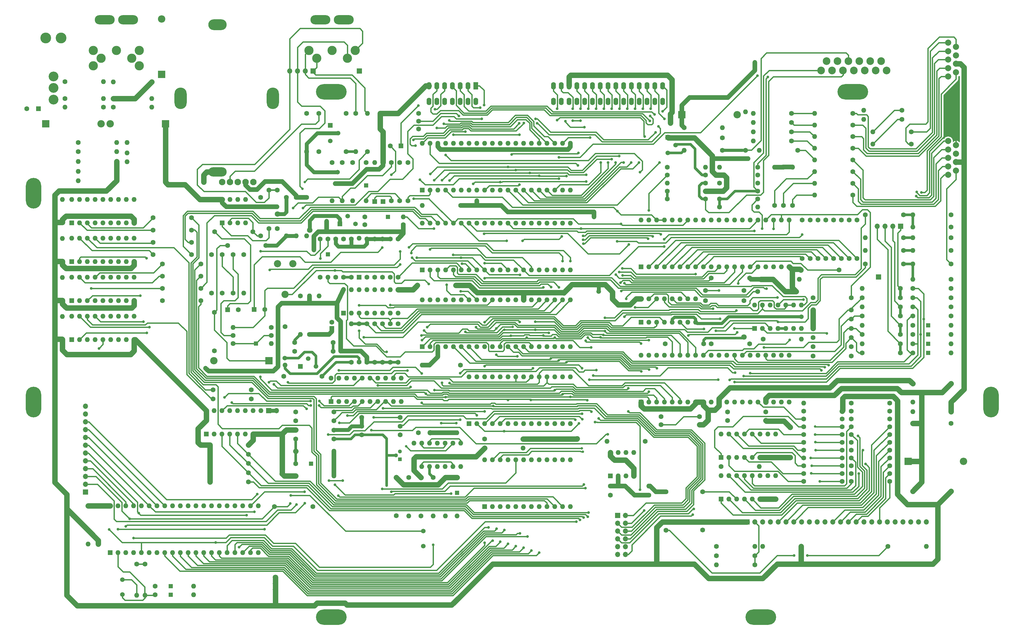
<source format=gbl>
G04 #@! TF.GenerationSoftware,KiCad,Pcbnew,(5.1.0)-1*
G04 #@! TF.CreationDate,2021-03-18T22:29:08+01:00*
G04 #@! TF.ProjectId,Atari 130XE,41746172-6920-4313-9330-58452e6b6963,rev?*
G04 #@! TF.SameCoordinates,Original*
G04 #@! TF.FileFunction,Copper,L2,Bot*
G04 #@! TF.FilePolarity,Positive*
%FSLAX46Y46*%
G04 Gerber Fmt 4.6, Leading zero omitted, Abs format (unit mm)*
G04 Created by KiCad (PCBNEW (5.1.0)-1) date 2021-03-18 22:29:08*
%MOMM*%
%LPD*%
G04 APERTURE LIST*
%ADD10C,1.524000*%
%ADD11O,1.700000X1.700000*%
%ADD12R,1.700000X1.700000*%
%ADD13O,1.600000X1.600000*%
%ADD14R,1.600000X1.600000*%
%ADD15R,1.350000X1.350000*%
%ADD16O,2.400000X2.400000*%
%ADD17R,2.400000X2.400000*%
%ADD18C,1.600000*%
%ADD19C,2.500000*%
%ADD20R,1.500000X1.500000*%
%ADD21C,1.500000*%
%ADD22O,1.600000X2.400000*%
%ADD23C,2.000000*%
%ADD24O,6.500000X3.000000*%
%ADD25C,3.000000*%
%ADD26C,2.340000*%
%ADD27R,1.300000X1.300000*%
%ADD28C,1.300000*%
%ADD29R,1.600000X2.400000*%
%ADD30C,2.100000*%
%ADD31O,6.000000X3.000000*%
%ADD32O,6.000000X3.500000*%
%ADD33O,4.000000X7.000000*%
%ADD34C,3.500000*%
%ADD35C,3.200000*%
%ADD36O,10.000000X5.000000*%
%ADD37O,5.000000X10.000000*%
%ADD38C,1.800000*%
%ADD39C,0.900000*%
%ADD40C,0.800000*%
%ADD41C,1.778000*%
%ADD42C,1.270000*%
%ADD43C,1.016000*%
%ADD44C,0.812800*%
%ADD45C,0.406400*%
%ADD46C,0.304800*%
%ADD47C,0.609600*%
%ADD48C,0.508000*%
%ADD49C,0.254000*%
G04 APERTURE END LIST*
D10*
X152872440Y-133238240D02*
X150718520Y-137830560D01*
D11*
X244805200Y-219494100D03*
X242265200Y-219494100D03*
X244805200Y-216954100D03*
X242265200Y-216954100D03*
X244805200Y-214414100D03*
X242265200Y-214414100D03*
X244805200Y-211874100D03*
X242265200Y-211874100D03*
X244805200Y-209334100D03*
X242265200Y-209334100D03*
X244805200Y-206794100D03*
D12*
X242265200Y-206794100D03*
D13*
X178568400Y-85635200D03*
X226828400Y-100875200D03*
X181108400Y-85635200D03*
X224288400Y-100875200D03*
X183648400Y-85635200D03*
X221748400Y-100875200D03*
X186188400Y-85635200D03*
X219208400Y-100875200D03*
X188728400Y-85635200D03*
X216668400Y-100875200D03*
X191268400Y-85635200D03*
X214128400Y-100875200D03*
X193808400Y-85635200D03*
X211588400Y-100875200D03*
X196348400Y-85635200D03*
X209048400Y-100875200D03*
X198888400Y-85635200D03*
X206508400Y-100875200D03*
X201428400Y-85635200D03*
X203968400Y-100875200D03*
X203968400Y-85635200D03*
X201428400Y-100875200D03*
X206508400Y-85635200D03*
X198888400Y-100875200D03*
X209048400Y-85635200D03*
X196348400Y-100875200D03*
X211588400Y-85635200D03*
X193808400Y-100875200D03*
X214128400Y-85635200D03*
X191268400Y-100875200D03*
X216668400Y-85635200D03*
X188728400Y-100875200D03*
X219208400Y-85635200D03*
X186188400Y-100875200D03*
X221748400Y-85635200D03*
X183648400Y-100875200D03*
X224288400Y-85635200D03*
X181108400Y-100875200D03*
X226828400Y-85635200D03*
D14*
X178568400Y-100875200D03*
D11*
X68834000Y-171260000D03*
X68834000Y-173800000D03*
X68834000Y-176340000D03*
X68834000Y-178880000D03*
X68834000Y-181420000D03*
X68834000Y-183960000D03*
X68834000Y-186500000D03*
X68834000Y-189040000D03*
X68834000Y-191580000D03*
X68834000Y-194120000D03*
X68834000Y-196660000D03*
D12*
X68834000Y-199200000D03*
X327279000Y-129108200D03*
X158038800Y-62077600D03*
D11*
X135356600Y-62077600D03*
X137896600Y-62077600D03*
X140436600Y-62077600D03*
D12*
X142976600Y-62077600D03*
D11*
X326847200Y-112649000D03*
X329387200Y-112649000D03*
X331927200Y-112649000D03*
D12*
X334467200Y-112649000D03*
D15*
X343388400Y-144875200D03*
X343388400Y-147875200D03*
X343388400Y-150875200D03*
X343388400Y-153875200D03*
D16*
X281144000Y-76352400D03*
D17*
X263144000Y-76352400D03*
D15*
X124390800Y-150825200D03*
X147828000Y-121748400D03*
X142298200Y-189903600D03*
X189915800Y-199411600D03*
X160288400Y-99375200D03*
D16*
X76919800Y-79248000D03*
D17*
X94919800Y-79248000D03*
D16*
X93649800Y-45169800D03*
D17*
X93649800Y-63169800D03*
D16*
X73880000Y-79248000D03*
D17*
X55880000Y-79248000D03*
D15*
X167377760Y-109575200D03*
D18*
X121888400Y-195875200D03*
X109388400Y-195875200D03*
D11*
X131068400Y-172669800D03*
D12*
X128528400Y-172669800D03*
D11*
X131068400Y-180289800D03*
D12*
X128528400Y-180289800D03*
D18*
X168153200Y-86512400D03*
D14*
X171653200Y-86512400D03*
D13*
X88188800Y-232791000D03*
D18*
X88188800Y-222631000D03*
D13*
X85547200Y-232791000D03*
D18*
X85547200Y-222631000D03*
D13*
X160688400Y-75875200D03*
D18*
X160688400Y-88375200D03*
D16*
X354888400Y-189166500D03*
D17*
X336888400Y-189166500D03*
D16*
X110625600Y-156438600D03*
D17*
X128625600Y-156438600D03*
D13*
X134288400Y-115775200D03*
D18*
X134288400Y-103275200D03*
D13*
X113388400Y-103875200D03*
X121008400Y-111495200D03*
X115928400Y-103875200D03*
X118468400Y-111495200D03*
X118468400Y-103875200D03*
X115928400Y-111495200D03*
X121008400Y-103875200D03*
D14*
X113388400Y-111495200D03*
D18*
X131288400Y-113375200D03*
X131288400Y-100875200D03*
X129390800Y-148183600D03*
X116890800Y-148183600D03*
X109888400Y-134375200D03*
X109888400Y-121875200D03*
X113388400Y-121875200D03*
X113388400Y-134375200D03*
X110820200Y-153190600D03*
X110820200Y-140690600D03*
X116888400Y-134375200D03*
X116888400Y-121875200D03*
X115109600Y-118875200D03*
X127609600Y-118875200D03*
X128588400Y-113375200D03*
X128588400Y-100875200D03*
X110893200Y-114401600D03*
X123393200Y-114401600D03*
X125888400Y-115775200D03*
X125888400Y-103275200D03*
X145300700Y-116748400D03*
X145300700Y-129248400D03*
D13*
X147828000Y-129248400D03*
D18*
X147828000Y-116748400D03*
D13*
X120388400Y-134375200D03*
D18*
X120388400Y-121875200D03*
X118612800Y-139776200D03*
D14*
X115112800Y-139776200D03*
D18*
X127274200Y-139750800D03*
D14*
X123774200Y-139750800D03*
D13*
X129390800Y-150825200D03*
D18*
X116890800Y-150825200D03*
D13*
X94888400Y-98275200D03*
D18*
X107388400Y-98275200D03*
D13*
X116887600Y-145542000D03*
D18*
X129387600Y-145542000D03*
D13*
X286921600Y-216890600D03*
D18*
X274421600Y-216890600D03*
D13*
X275888400Y-193855200D03*
X293668400Y-201475200D03*
X278428400Y-193855200D03*
X291128400Y-201475200D03*
X280968400Y-193855200D03*
X288588400Y-201475200D03*
X283508400Y-193855200D03*
X286048400Y-201475200D03*
X286048400Y-193855200D03*
X283508400Y-201475200D03*
X288588400Y-193855200D03*
X280968400Y-201475200D03*
X291128400Y-193855200D03*
X278428400Y-201475200D03*
X293668400Y-193855200D03*
D14*
X275888400Y-201475200D03*
D13*
X275888400Y-180255200D03*
X293668400Y-187875200D03*
X278428400Y-180255200D03*
X291128400Y-187875200D03*
X280968400Y-180255200D03*
X288588400Y-187875200D03*
X283508400Y-180255200D03*
X286048400Y-187875200D03*
X286048400Y-180255200D03*
X283508400Y-187875200D03*
X288588400Y-180255200D03*
X280968400Y-187875200D03*
X291128400Y-180255200D03*
X278428400Y-187875200D03*
X293668400Y-180255200D03*
D14*
X275888400Y-187875200D03*
D13*
X302128400Y-149375200D03*
D18*
X289628400Y-149375200D03*
D13*
X338388300Y-176834800D03*
D18*
X350888300Y-176834800D03*
X338388400Y-135875200D03*
X350888400Y-135875200D03*
X338388400Y-132875200D03*
X350888400Y-132875200D03*
X338388400Y-138875200D03*
X350888400Y-138875200D03*
X338388400Y-141875200D03*
X350888400Y-141875200D03*
D13*
X338388400Y-116357400D03*
D18*
X350888400Y-116357400D03*
D13*
X338388400Y-120535700D03*
D18*
X350888400Y-120535700D03*
D13*
X325388400Y-85875200D03*
D18*
X337888400Y-85875200D03*
D13*
X325388400Y-81875200D03*
D18*
X337888400Y-81875200D03*
D13*
X338388400Y-163875200D03*
D18*
X350888400Y-163875200D03*
D13*
X322388400Y-77875200D03*
D18*
X334888400Y-77875200D03*
D13*
X322388400Y-74875200D03*
D18*
X334888400Y-74875200D03*
D13*
X322888400Y-116357400D03*
D18*
X335388400Y-116357400D03*
D13*
X322888400Y-120535700D03*
D18*
X335388400Y-120535700D03*
D13*
X350888400Y-147875200D03*
D18*
X338388400Y-147875200D03*
D13*
X350888400Y-150875200D03*
D18*
X338388400Y-150875200D03*
D13*
X350888400Y-153875200D03*
D18*
X338388400Y-153875200D03*
D13*
X350888400Y-144875200D03*
D18*
X338388400Y-144875200D03*
X269951200Y-211559800D03*
X269951200Y-199059800D03*
D13*
X288388400Y-190868300D03*
D18*
X275888400Y-190868300D03*
X268863000Y-177230800D03*
X256363000Y-177230800D03*
X302888400Y-175336200D03*
X315388400Y-175336200D03*
X315388400Y-172796200D03*
X302888400Y-172796200D03*
X256363000Y-174599600D03*
X268863000Y-174599600D03*
D13*
X302888400Y-170243500D03*
D14*
X315588400Y-170243500D03*
D18*
X302888400Y-177875200D03*
X315388400Y-177875200D03*
X318388400Y-182956200D03*
X330888400Y-182956200D03*
X318388400Y-185496200D03*
X330888400Y-185496200D03*
X318388400Y-180416200D03*
X330888400Y-180416200D03*
X318388400Y-190576200D03*
X330888400Y-190576200D03*
X318388400Y-177875200D03*
X330888400Y-177875200D03*
X318388400Y-193116200D03*
X330888400Y-193116200D03*
X318388400Y-188036200D03*
X330888400Y-188036200D03*
X318388400Y-195656200D03*
X330888400Y-195656200D03*
X302891800Y-193116200D03*
X315391800Y-193116200D03*
X302888400Y-195656200D03*
X315388400Y-195656200D03*
X302891800Y-190576200D03*
X315391800Y-190576200D03*
X302888400Y-182956200D03*
X315388400Y-182956200D03*
X302891800Y-188036200D03*
X315391800Y-188036200D03*
X302888400Y-185496200D03*
X315388400Y-185496200D03*
X302888400Y-180416200D03*
X315388400Y-180416200D03*
X278025200Y-173075200D03*
X290525200Y-173075200D03*
X272748400Y-150875200D03*
X285248400Y-150875200D03*
D13*
X290528400Y-175875200D03*
D18*
X278028400Y-175875200D03*
X318388400Y-151875200D03*
X305888400Y-151875200D03*
X321888400Y-153875200D03*
X334388400Y-153875200D03*
X321888400Y-147875200D03*
X334388400Y-147875200D03*
X321888400Y-135875200D03*
X334388400Y-135875200D03*
X321888400Y-141875200D03*
X334388400Y-141875200D03*
X318388400Y-148875200D03*
X305888400Y-148875200D03*
X318388400Y-145875200D03*
X305888400Y-145875200D03*
X318388400Y-139875200D03*
X305888400Y-139875200D03*
X318388400Y-142875200D03*
X305888400Y-142875200D03*
D13*
X321888400Y-150875200D03*
D18*
X334388400Y-150875200D03*
D13*
X321888400Y-144875200D03*
D18*
X334388400Y-144875200D03*
D13*
X321888400Y-132875200D03*
D18*
X334388400Y-132875200D03*
D13*
X321888400Y-138875200D03*
D18*
X334388400Y-138875200D03*
D13*
X249888400Y-154635200D03*
X298148400Y-169875200D03*
X252428400Y-154635200D03*
X295608400Y-169875200D03*
X254968400Y-154635200D03*
X293068400Y-169875200D03*
X257508400Y-154635200D03*
X290528400Y-169875200D03*
X260048400Y-154635200D03*
X287988400Y-169875200D03*
X262588400Y-154635200D03*
X285448400Y-169875200D03*
X265128400Y-154635200D03*
X282908400Y-169875200D03*
X267668400Y-154635200D03*
X280368400Y-169875200D03*
X270208400Y-154635200D03*
X277828400Y-169875200D03*
X272748400Y-154635200D03*
X275288400Y-169875200D03*
X275288400Y-154635200D03*
X272748400Y-169875200D03*
X277828400Y-154635200D03*
X270208400Y-169875200D03*
X280368400Y-154635200D03*
X267668400Y-169875200D03*
X282908400Y-154635200D03*
X265128400Y-169875200D03*
X285448400Y-154635200D03*
X262588400Y-169875200D03*
X287988400Y-154635200D03*
X260048400Y-169875200D03*
X290528400Y-154635200D03*
X257508400Y-169875200D03*
X293068400Y-154635200D03*
X254968400Y-169875200D03*
X295608400Y-154635200D03*
X252428400Y-169875200D03*
X298148400Y-154635200D03*
D14*
X249888400Y-169875200D03*
D18*
X270268700Y-150876000D03*
X257768700Y-150876000D03*
X274428400Y-219875200D03*
X286928400Y-219875200D03*
D11*
X342808400Y-208875200D03*
X340268400Y-208875200D03*
X337728400Y-208875200D03*
X335188400Y-208875200D03*
X332648400Y-208875200D03*
X330108400Y-208875200D03*
X327568400Y-208875200D03*
X325028400Y-208875200D03*
X322488400Y-208875200D03*
X319948400Y-208875200D03*
X317408400Y-208875200D03*
X314868400Y-208875200D03*
X312328400Y-208875200D03*
X309788400Y-208875200D03*
X307248400Y-208875200D03*
X304708400Y-208875200D03*
X302168400Y-208875200D03*
X299628400Y-208875200D03*
X297088400Y-208875200D03*
X294548400Y-208875200D03*
X292008400Y-208875200D03*
X289468400Y-208875200D03*
X286928400Y-208875200D03*
D12*
X284388400Y-208875200D03*
D13*
X274428400Y-222875200D03*
D18*
X286928400Y-222875200D03*
D13*
X289468400Y-216875200D03*
D18*
X301968400Y-216875200D03*
D19*
X308528400Y-61875200D03*
X310308400Y-58875200D03*
X313868400Y-58875200D03*
X317428400Y-58875200D03*
X320988400Y-58875200D03*
X324548400Y-58875200D03*
X328108400Y-58875200D03*
X312088400Y-61875200D03*
X315648400Y-61875200D03*
X319208400Y-61875200D03*
X322768400Y-61875200D03*
X326328400Y-61875200D03*
X329888400Y-61875200D03*
D13*
X249888400Y-110635200D03*
X298148400Y-125875200D03*
X252428400Y-110635200D03*
X295608400Y-125875200D03*
X254968400Y-110635200D03*
X293068400Y-125875200D03*
X257508400Y-110635200D03*
X290528400Y-125875200D03*
X260048400Y-110635200D03*
X287988400Y-125875200D03*
X262588400Y-110635200D03*
X285448400Y-125875200D03*
X265128400Y-110635200D03*
X282908400Y-125875200D03*
X267668400Y-110635200D03*
X280368400Y-125875200D03*
X270208400Y-110635200D03*
X277828400Y-125875200D03*
X272748400Y-110635200D03*
X275288400Y-125875200D03*
X275288400Y-110635200D03*
X272748400Y-125875200D03*
X277828400Y-110635200D03*
X270208400Y-125875200D03*
X280368400Y-110635200D03*
X267668400Y-125875200D03*
X282908400Y-110635200D03*
X265128400Y-125875200D03*
X285448400Y-110635200D03*
X262588400Y-125875200D03*
X287988400Y-110635200D03*
X260048400Y-125875200D03*
X290528400Y-110635200D03*
X257508400Y-125875200D03*
X293068400Y-110635200D03*
X254968400Y-125875200D03*
X295608400Y-110635200D03*
X252428400Y-125875200D03*
X298148400Y-110635200D03*
D14*
X249888400Y-125875200D03*
D18*
X314388400Y-126875200D03*
X301888400Y-126875200D03*
X302388400Y-123135200D03*
X302388400Y-110635200D03*
X304944400Y-123135200D03*
X304944400Y-110635200D03*
X307484400Y-123135200D03*
X307484400Y-110635200D03*
X310024400Y-123135200D03*
X310024400Y-110635200D03*
X312564400Y-123135200D03*
X312564400Y-110635200D03*
X315104400Y-123135200D03*
X315104400Y-110635200D03*
X317644400Y-123135200D03*
X317644400Y-110635200D03*
X320184400Y-123135200D03*
X320184400Y-110635200D03*
X287888400Y-98575200D03*
X275388400Y-98575200D03*
X287888400Y-103775200D03*
X275388400Y-103775200D03*
X258388400Y-103775200D03*
X270888400Y-103775200D03*
X275388400Y-95975200D03*
X287888400Y-95975200D03*
X275388400Y-101175200D03*
X287888400Y-101175200D03*
X258388400Y-101175200D03*
X270888400Y-101175200D03*
X258388400Y-95975200D03*
X270888400Y-95975200D03*
X272748400Y-129475200D03*
X285248400Y-129475200D03*
X287888400Y-133875200D03*
X300388400Y-133875200D03*
X318388400Y-135875200D03*
X305888400Y-135875200D03*
X270888400Y-133575200D03*
X283388400Y-133575200D03*
X121888400Y-189875200D03*
X109388400Y-189875200D03*
X121888400Y-186875200D03*
X109388400Y-186875200D03*
X121888400Y-192875200D03*
X109388400Y-192875200D03*
D20*
X258546600Y-83693000D03*
D21*
X258546600Y-88773000D03*
X261086600Y-86233000D03*
D13*
X306397000Y-102489000D03*
D18*
X318897000Y-102489000D03*
D13*
X306397000Y-98679000D03*
D18*
X318897000Y-98679000D03*
D13*
X306397000Y-94869000D03*
D18*
X318897000Y-94869000D03*
D13*
X306388400Y-91084400D03*
D18*
X318888400Y-91084400D03*
D13*
X306388400Y-87274400D03*
D18*
X318888400Y-87274400D03*
D13*
X306388400Y-83464400D03*
D18*
X318888400Y-83464400D03*
D13*
X306388400Y-79679800D03*
D18*
X318888400Y-79679800D03*
D13*
X306388400Y-75875200D03*
D18*
X318888400Y-75875200D03*
D13*
X263888400Y-87875200D03*
D18*
X276388400Y-87875200D03*
D13*
X263888400Y-83875200D03*
D18*
X276388400Y-83875200D03*
D13*
X286388400Y-75875200D03*
D18*
X298888400Y-75875200D03*
D13*
X286388400Y-78875200D03*
D18*
X298888400Y-78875200D03*
D13*
X286388400Y-81875200D03*
D18*
X298888400Y-81875200D03*
D13*
X286388400Y-84875200D03*
D18*
X298888400Y-84875200D03*
D13*
X288388400Y-87875200D03*
D18*
X300888400Y-87875200D03*
D13*
X293388400Y-93375200D03*
D18*
X293388400Y-105875200D03*
D13*
X296288400Y-93367200D03*
D18*
X296288400Y-105867200D03*
D13*
X299188400Y-93375200D03*
D18*
X299188400Y-105875200D03*
D13*
X275388400Y-93375200D03*
D18*
X287888400Y-93375200D03*
D13*
X287888400Y-106375200D03*
D18*
X275388400Y-106375200D03*
D13*
X258388400Y-98575200D03*
D18*
X270888400Y-98575200D03*
D13*
X283888400Y-75375200D03*
D18*
X283888400Y-87875200D03*
D13*
X276380600Y-80518000D03*
D18*
X263880600Y-80518000D03*
D13*
X301388400Y-129875200D03*
D18*
X288888400Y-129875200D03*
D20*
X138888400Y-158292800D03*
D21*
X143968400Y-158292800D03*
X141428400Y-155752800D03*
D20*
X148564600Y-79781400D03*
D21*
X148564600Y-84861400D03*
X151104600Y-82321400D03*
D20*
X151739600Y-111875200D03*
D21*
X156819600Y-111875200D03*
X154279600Y-109335200D03*
D13*
X163088400Y-91871800D03*
D14*
X163088400Y-104571800D03*
D13*
X165788400Y-91871800D03*
D14*
X165788400Y-104571800D03*
D13*
X239888400Y-186255200D03*
X247508400Y-193875200D03*
X242428400Y-186255200D03*
X244968400Y-193875200D03*
X244968400Y-186255200D03*
X242428400Y-193875200D03*
X247508400Y-186255200D03*
D14*
X239888400Y-193875200D03*
D18*
X239883800Y-200175200D03*
X252383800Y-200175200D03*
X257965200Y-211575200D03*
X257965200Y-199075200D03*
X254965200Y-199075200D03*
X254965200Y-211575200D03*
D13*
X342788400Y-216875200D03*
D18*
X330288400Y-216875200D03*
D13*
X238731400Y-182626000D03*
D18*
X251231400Y-182626000D03*
D13*
X252388400Y-197175200D03*
D18*
X239888400Y-197175200D03*
D22*
X221320000Y-71975200D03*
X223860000Y-71975200D03*
X226400000Y-71975200D03*
X228940000Y-71975200D03*
X231480000Y-71975200D03*
X234020000Y-71975200D03*
X236560000Y-71975200D03*
X239100000Y-71975200D03*
X241640000Y-71975200D03*
X244180000Y-71975200D03*
X246720000Y-71975200D03*
X249260000Y-71975200D03*
X251800000Y-71975200D03*
X254340000Y-71975200D03*
X256880000Y-71975200D03*
X221320000Y-66895200D03*
X223860000Y-66895200D03*
X226400000Y-66895200D03*
X228940000Y-66895200D03*
X231480000Y-66895200D03*
X234020000Y-66895200D03*
X236560000Y-66895200D03*
X239100000Y-66895200D03*
X241640000Y-66895200D03*
X244180000Y-66895200D03*
X246720000Y-66895200D03*
X249260000Y-66895200D03*
X251800000Y-66895200D03*
X254340000Y-66895200D03*
X256880000Y-66895200D03*
D13*
X270888400Y-93375200D03*
D18*
X258388400Y-93375200D03*
D13*
X148808400Y-162049800D03*
X171668400Y-169669800D03*
X151348400Y-162049800D03*
X169128400Y-169669800D03*
X153888400Y-162049800D03*
X166588400Y-169669800D03*
X156428400Y-162049800D03*
X164048400Y-169669800D03*
X158968400Y-162049800D03*
X161508400Y-169669800D03*
X161508400Y-162049800D03*
X158968400Y-169669800D03*
X164048400Y-162049800D03*
X156428400Y-169669800D03*
X166588400Y-162049800D03*
X153888400Y-169669800D03*
X169128400Y-162049800D03*
X151348400Y-169669800D03*
X171668400Y-162049800D03*
D14*
X148808400Y-169669800D03*
D13*
X249888400Y-136255200D03*
X267668400Y-143875200D03*
X252428400Y-136255200D03*
X265128400Y-143875200D03*
X254968400Y-136255200D03*
X262588400Y-143875200D03*
X257508400Y-136255200D03*
X260048400Y-143875200D03*
X260048400Y-136255200D03*
X257508400Y-143875200D03*
X262588400Y-136255200D03*
X254968400Y-143875200D03*
X265128400Y-136255200D03*
X252428400Y-143875200D03*
X267668400Y-136255200D03*
D14*
X249888400Y-143875200D03*
D18*
X171377000Y-174875200D03*
X158877000Y-174875200D03*
X137309200Y-173075200D03*
X149809200Y-173075200D03*
X137309200Y-175975200D03*
X149809200Y-175975200D03*
X270888400Y-136875200D03*
X283388400Y-136875200D03*
D23*
X352488400Y-86250200D03*
X352488400Y-89000200D03*
X352488400Y-91750200D03*
X352488400Y-94500200D03*
X349888400Y-84875200D03*
X349888400Y-87625200D03*
X349888400Y-95875200D03*
X349888400Y-93125200D03*
X349888400Y-90375200D03*
X352488400Y-54250200D03*
X352488400Y-57000200D03*
X352488400Y-59750200D03*
X352488400Y-62500200D03*
X349888400Y-52875200D03*
X349888400Y-55625200D03*
X349888400Y-63875200D03*
X349888400Y-61125200D03*
X349888400Y-58375200D03*
D13*
X338388400Y-173024800D03*
D18*
X350888400Y-173024800D03*
D13*
X350888400Y-198875200D03*
D18*
X338388400Y-198875200D03*
D13*
X338388400Y-169875200D03*
D18*
X350888400Y-169875200D03*
D13*
X137309200Y-178975200D03*
D18*
X149809200Y-178975200D03*
X173888400Y-104375200D03*
X173888400Y-91875200D03*
X177388400Y-78435200D03*
X164888400Y-78435200D03*
X177388400Y-75875200D03*
X164888400Y-75875200D03*
D24*
X145388400Y-45425200D03*
X152988400Y-45425200D03*
D25*
X144188400Y-57925200D03*
X154188400Y-57925200D03*
X156688400Y-55425200D03*
X141688400Y-55425200D03*
X149188400Y-55425200D03*
D18*
X149098000Y-143875200D03*
D14*
X149098000Y-145875200D03*
D13*
X157962600Y-116560600D03*
D14*
X157962600Y-129260600D03*
D21*
X178888400Y-216775200D03*
X178888400Y-211875200D03*
D13*
X175888400Y-183255200D03*
X191128400Y-190875200D03*
X178428400Y-183255200D03*
X188588400Y-190875200D03*
X180968400Y-183255200D03*
X186048400Y-190875200D03*
X183508400Y-183255200D03*
X183508400Y-190875200D03*
X186048400Y-183255200D03*
X180968400Y-190875200D03*
X188588400Y-183255200D03*
X178428400Y-190875200D03*
X191128400Y-183255200D03*
D14*
X175888400Y-190875200D03*
D13*
X152888400Y-133255200D03*
X170668400Y-140875200D03*
X155428400Y-133255200D03*
X168128400Y-140875200D03*
X157968400Y-133255200D03*
X165588400Y-140875200D03*
X160508400Y-133255200D03*
X163048400Y-140875200D03*
X163048400Y-133255200D03*
X160508400Y-140875200D03*
X165588400Y-133255200D03*
X157968400Y-140875200D03*
X168128400Y-133255200D03*
X155428400Y-140875200D03*
X170668400Y-133255200D03*
D14*
X152888400Y-140875200D03*
D13*
X178568400Y-111635200D03*
X226828400Y-126875200D03*
X181108400Y-111635200D03*
X224288400Y-126875200D03*
X183648400Y-111635200D03*
X221748400Y-126875200D03*
X186188400Y-111635200D03*
X219208400Y-126875200D03*
X188728400Y-111635200D03*
X216668400Y-126875200D03*
X191268400Y-111635200D03*
X214128400Y-126875200D03*
X193808400Y-111635200D03*
X211588400Y-126875200D03*
X196348400Y-111635200D03*
X209048400Y-126875200D03*
X198888400Y-111635200D03*
X206508400Y-126875200D03*
X201428400Y-111635200D03*
X203968400Y-126875200D03*
X203968400Y-111635200D03*
X201428400Y-126875200D03*
X206508400Y-111635200D03*
X198888400Y-126875200D03*
X209048400Y-111635200D03*
X196348400Y-126875200D03*
X211588400Y-111635200D03*
X193808400Y-126875200D03*
X214128400Y-111635200D03*
X191268400Y-126875200D03*
X216668400Y-111635200D03*
X188728400Y-126875200D03*
X219208400Y-111635200D03*
X186188400Y-126875200D03*
X221748400Y-111635200D03*
X183648400Y-126875200D03*
X224288400Y-111635200D03*
X181108400Y-126875200D03*
X226828400Y-111635200D03*
D14*
X178568400Y-126875200D03*
D26*
X131383800Y-124846600D03*
X133883800Y-134846600D03*
X136383800Y-124846600D03*
D18*
X149482200Y-150444200D03*
X136982200Y-150444200D03*
X153720800Y-75875200D03*
X153720800Y-88375200D03*
X149482200Y-153339800D03*
X136982200Y-153339800D03*
X145900800Y-161493200D03*
X133400800Y-161493200D03*
X318388400Y-175336200D03*
X330888400Y-175336200D03*
X318388400Y-172796200D03*
X330888400Y-172796200D03*
X318388400Y-170243500D03*
X330888400Y-170243500D03*
X322888400Y-108875200D03*
X335388400Y-108875200D03*
X322888400Y-124875200D03*
X335388400Y-124875200D03*
X152882600Y-116748400D03*
X152882600Y-129248400D03*
X178129200Y-206911600D03*
X178129200Y-194411600D03*
X171377000Y-177725200D03*
X158877000Y-177725200D03*
X137309200Y-181903600D03*
X149809200Y-181903600D03*
X158873800Y-180568600D03*
X171373800Y-180568600D03*
X170129200Y-194408400D03*
X170129200Y-206908400D03*
X144888400Y-88375200D03*
X144888400Y-75875200D03*
X140888400Y-75875200D03*
X140888400Y-88375200D03*
X150342600Y-129248400D03*
X150342600Y-116748400D03*
X160502600Y-129248400D03*
X160502600Y-116748400D03*
X163042600Y-129248400D03*
X163042600Y-116748400D03*
X165582600Y-129248400D03*
X165582600Y-116748400D03*
X168122600Y-129248400D03*
X168122600Y-116748400D03*
X155422600Y-116748400D03*
X155422600Y-129248400D03*
X160502600Y-144375200D03*
X160502600Y-156875200D03*
X168122600Y-144375200D03*
X168122600Y-156875200D03*
X165582600Y-144375200D03*
X165582600Y-156875200D03*
X163042600Y-144375200D03*
X163042600Y-156875200D03*
X170668400Y-144375200D03*
X170668400Y-156875200D03*
X168488400Y-91875200D03*
X168488400Y-104375200D03*
X171188400Y-104375200D03*
X171188400Y-91875200D03*
X159888400Y-112095200D03*
X172388400Y-112095200D03*
X157962600Y-144370400D03*
X157962600Y-156870400D03*
X170662600Y-129248400D03*
X170662600Y-116748400D03*
D27*
X171323000Y-188518800D03*
D28*
X171323000Y-185978800D03*
X170053000Y-187248800D03*
D13*
X133832600Y-157813400D03*
D18*
X133832600Y-145313400D03*
D13*
X182129200Y-206911600D03*
D18*
X182129200Y-194411600D03*
D13*
X338388400Y-124875200D03*
D18*
X350888400Y-124875200D03*
D13*
X338388400Y-108875200D03*
D18*
X350888400Y-108875200D03*
D13*
X149798200Y-185903600D03*
D18*
X137298200Y-185903600D03*
D13*
X155428400Y-144375200D03*
D18*
X155428400Y-156875200D03*
D13*
X141837600Y-135353400D03*
D18*
X141837600Y-147853400D03*
D13*
X138837600Y-147856600D03*
D18*
X138837600Y-135356600D03*
D13*
X156888400Y-88375200D03*
D18*
X156888400Y-75875200D03*
D13*
X189915800Y-206911600D03*
D18*
X189915800Y-194411600D03*
D13*
X149798200Y-189903600D03*
D18*
X137298200Y-189903600D03*
D13*
X338388400Y-129875200D03*
D18*
X350888400Y-129875200D03*
D13*
X338388400Y-112875200D03*
D18*
X350888400Y-112875200D03*
D13*
X149798200Y-193903600D03*
D18*
X137298200Y-193903600D03*
D13*
X186129200Y-206911600D03*
D18*
X186129200Y-194411600D03*
D13*
X174129200Y-206911600D03*
D18*
X174129200Y-194411600D03*
D13*
X189788400Y-179875200D03*
D18*
X177288400Y-179875200D03*
D13*
X144983200Y-135353400D03*
D18*
X144983200Y-147853400D03*
D13*
X149188400Y-104375200D03*
D18*
X149188400Y-91875200D03*
D13*
X152488400Y-104375200D03*
D18*
X152488400Y-91875200D03*
D13*
X155888400Y-104375200D03*
D18*
X155888400Y-91875200D03*
D13*
X160288400Y-104375200D03*
D18*
X160288400Y-91875200D03*
D13*
X172377760Y-109570520D03*
D18*
X159877760Y-109570520D03*
D13*
X178533400Y-157875200D03*
D18*
X191033400Y-157875200D03*
D13*
X178558800Y-105875200D03*
D18*
X191058800Y-105875200D03*
D13*
X176988400Y-131875200D03*
D18*
X189488400Y-131875200D03*
D13*
X178568400Y-136635200D03*
X226828400Y-151875200D03*
X181108400Y-136635200D03*
X224288400Y-151875200D03*
X183648400Y-136635200D03*
X221748400Y-151875200D03*
X186188400Y-136635200D03*
X219208400Y-151875200D03*
X188728400Y-136635200D03*
X216668400Y-151875200D03*
X191268400Y-136635200D03*
X214128400Y-151875200D03*
X193808400Y-136635200D03*
X211588400Y-151875200D03*
X196348400Y-136635200D03*
X209048400Y-151875200D03*
X198888400Y-136635200D03*
X206508400Y-151875200D03*
X201428400Y-136635200D03*
X203968400Y-151875200D03*
X203968400Y-136635200D03*
X201428400Y-151875200D03*
X206508400Y-136635200D03*
X198888400Y-151875200D03*
X209048400Y-136635200D03*
X196348400Y-151875200D03*
X211588400Y-136635200D03*
X193808400Y-151875200D03*
X214128400Y-136635200D03*
X191268400Y-151875200D03*
X216668400Y-136635200D03*
X188728400Y-151875200D03*
X219208400Y-136635200D03*
X186188400Y-151875200D03*
X221748400Y-136635200D03*
X183648400Y-151875200D03*
X224288400Y-136635200D03*
X181108400Y-151875200D03*
X226828400Y-136635200D03*
D14*
X178568400Y-151875200D03*
D13*
X193808400Y-161635200D03*
X226828400Y-176875200D03*
X196348400Y-161635200D03*
X224288400Y-176875200D03*
X198888400Y-161635200D03*
X221748400Y-176875200D03*
X201428400Y-161635200D03*
X219208400Y-176875200D03*
X203968400Y-161635200D03*
X216668400Y-176875200D03*
X206508400Y-161635200D03*
X214128400Y-176875200D03*
X209048400Y-161635200D03*
X211588400Y-176875200D03*
X211588400Y-161635200D03*
X209048400Y-176875200D03*
X214128400Y-161635200D03*
X206508400Y-176875200D03*
X216668400Y-161635200D03*
X203968400Y-176875200D03*
X219208400Y-161635200D03*
X201428400Y-176875200D03*
X221748400Y-161635200D03*
X198888400Y-176875200D03*
X224288400Y-161635200D03*
X196348400Y-176875200D03*
X226828400Y-161635200D03*
D14*
X193808400Y-176875200D03*
D13*
X211388400Y-181875200D03*
D18*
X198888400Y-181875200D03*
D13*
X198888400Y-188635200D03*
X226828400Y-203875200D03*
X201428400Y-188635200D03*
X224288400Y-203875200D03*
X203968400Y-188635200D03*
X221748400Y-203875200D03*
X206508400Y-188635200D03*
X219208400Y-203875200D03*
X209048400Y-188635200D03*
X216668400Y-203875200D03*
X211588400Y-188635200D03*
X214128400Y-203875200D03*
X214128400Y-188635200D03*
X211588400Y-203875200D03*
X216668400Y-188635200D03*
X209048400Y-203875200D03*
X219208400Y-188635200D03*
X206508400Y-203875200D03*
X221748400Y-188635200D03*
X203968400Y-203875200D03*
X224288400Y-188635200D03*
X201428400Y-203875200D03*
X226828400Y-188635200D03*
D14*
X198888400Y-203875200D03*
D13*
X211388400Y-184875200D03*
D18*
X198888400Y-184875200D03*
D15*
X96570800Y-232587800D03*
X96567000Y-229844600D03*
D22*
X180760000Y-71955200D03*
X183300000Y-71955200D03*
X185840000Y-71955200D03*
X188380000Y-71955200D03*
X190920000Y-71955200D03*
X193460000Y-71955200D03*
X196000000Y-71955200D03*
X180760000Y-66875200D03*
X183300000Y-66875200D03*
X185840000Y-66875200D03*
X188380000Y-66875200D03*
X190920000Y-66875200D03*
X193460000Y-66875200D03*
D29*
X196000000Y-66875200D03*
D13*
X286888400Y-138255200D03*
X302128400Y-145875200D03*
X289428400Y-138255200D03*
X299588400Y-145875200D03*
X291968400Y-138255200D03*
X297048400Y-145875200D03*
X294508400Y-138255200D03*
X294508400Y-145875200D03*
X297048400Y-138255200D03*
X291968400Y-145875200D03*
X299588400Y-138255200D03*
X289428400Y-145875200D03*
X302128400Y-138255200D03*
D14*
X286888400Y-145875200D03*
D18*
X164888400Y-80975200D03*
X177388400Y-80975200D03*
X305888400Y-154875200D03*
X318388400Y-154875200D03*
D13*
X72999600Y-203628600D03*
D18*
X72999600Y-216128600D03*
D21*
X80873600Y-232560200D03*
X80873600Y-227660200D03*
D13*
X76888400Y-203635200D03*
X125148400Y-218875200D03*
X79428400Y-203635200D03*
X122608400Y-218875200D03*
X81968400Y-203635200D03*
X120068400Y-218875200D03*
X84508400Y-203635200D03*
X117528400Y-218875200D03*
X87048400Y-203635200D03*
X114988400Y-218875200D03*
X89588400Y-203635200D03*
X112448400Y-218875200D03*
X92128400Y-203635200D03*
X109908400Y-218875200D03*
X94668400Y-203635200D03*
X107368400Y-218875200D03*
X97208400Y-203635200D03*
X104828400Y-218875200D03*
X99748400Y-203635200D03*
X102288400Y-218875200D03*
X102288400Y-203635200D03*
X99748400Y-218875200D03*
X104828400Y-203635200D03*
X97208400Y-218875200D03*
X107368400Y-203635200D03*
X94668400Y-218875200D03*
X109908400Y-203635200D03*
X92128400Y-218875200D03*
X112448400Y-203635200D03*
X89588400Y-218875200D03*
X114988400Y-203635200D03*
X87048400Y-218875200D03*
X117528400Y-203635200D03*
X84508400Y-218875200D03*
X120068400Y-203635200D03*
X81968400Y-218875200D03*
X122608400Y-203635200D03*
X79428400Y-218875200D03*
X125148400Y-203635200D03*
D14*
X76888400Y-218875200D03*
D18*
X142888400Y-203875200D03*
X130388400Y-203875200D03*
D13*
X104067000Y-232587800D03*
D18*
X91567000Y-232587800D03*
D13*
X104067000Y-229844600D03*
D18*
X91567000Y-229844600D03*
D13*
X69723000Y-216131800D03*
D18*
X69723000Y-203631800D03*
D13*
X108208400Y-172669800D03*
X125988400Y-180289800D03*
X110748400Y-172669800D03*
X123448400Y-180289800D03*
X113288400Y-172669800D03*
X120908400Y-180289800D03*
X115828400Y-172669800D03*
X118368400Y-180289800D03*
X118368400Y-172669800D03*
X115828400Y-180289800D03*
X120908400Y-172669800D03*
X113288400Y-180289800D03*
X123448400Y-172669800D03*
X110748400Y-180289800D03*
X125988400Y-172669800D03*
D14*
X108208400Y-180289800D03*
D13*
X64388400Y-141915200D03*
X84708400Y-149535200D03*
X66928400Y-141915200D03*
X82168400Y-149535200D03*
X69468400Y-141915200D03*
X79628400Y-149535200D03*
X72008400Y-141915200D03*
X77088400Y-149535200D03*
X74548400Y-141915200D03*
X74548400Y-149535200D03*
X77088400Y-141915200D03*
X72008400Y-149535200D03*
X79628400Y-141915200D03*
X69468400Y-149535200D03*
X82168400Y-141915200D03*
X66928400Y-149535200D03*
X84708400Y-141915200D03*
D14*
X64388400Y-149535200D03*
D13*
X64388400Y-129235200D03*
X84708400Y-136855200D03*
X66928400Y-129235200D03*
X82168400Y-136855200D03*
X69468400Y-129235200D03*
X79628400Y-136855200D03*
X72008400Y-129235200D03*
X77088400Y-136855200D03*
X74548400Y-129235200D03*
X74548400Y-136855200D03*
X77088400Y-129235200D03*
X72008400Y-136855200D03*
X79628400Y-129235200D03*
X69468400Y-136855200D03*
X82168400Y-129235200D03*
X66928400Y-136855200D03*
X84708400Y-129235200D03*
D14*
X64388400Y-136855200D03*
D13*
X64388400Y-116555200D03*
X84708400Y-124175200D03*
X66928400Y-116555200D03*
X82168400Y-124175200D03*
X69468400Y-116555200D03*
X79628400Y-124175200D03*
X72008400Y-116555200D03*
X77088400Y-124175200D03*
X74548400Y-116555200D03*
X74548400Y-124175200D03*
X77088400Y-116555200D03*
X72008400Y-124175200D03*
X79628400Y-116555200D03*
X69468400Y-124175200D03*
X82168400Y-116555200D03*
X66928400Y-124175200D03*
X84708400Y-116555200D03*
D14*
X64388400Y-124175200D03*
D13*
X64388400Y-103875200D03*
X84708400Y-111495200D03*
X66928400Y-103875200D03*
X82168400Y-111495200D03*
X69468400Y-103875200D03*
X79628400Y-111495200D03*
X72008400Y-103875200D03*
X77088400Y-111495200D03*
X74548400Y-103875200D03*
X74548400Y-111495200D03*
X77088400Y-103875200D03*
X72008400Y-111495200D03*
X79628400Y-103875200D03*
X69468400Y-111495200D03*
X82168400Y-103875200D03*
X66928400Y-111495200D03*
X84708400Y-103875200D03*
D14*
X64388400Y-111495200D03*
D18*
X103388400Y-121875200D03*
X90888400Y-121875200D03*
X103388400Y-117875200D03*
X90888400Y-117875200D03*
X106388400Y-132875200D03*
X93888400Y-132875200D03*
X106388400Y-136875200D03*
X93888400Y-136875200D03*
X106388400Y-128875200D03*
X93888400Y-128875200D03*
X106388400Y-124875200D03*
X93888400Y-124875200D03*
X103388400Y-109875200D03*
X90888400Y-109875200D03*
X103388400Y-113875200D03*
X90888400Y-113875200D03*
X122888400Y-168875200D03*
X110388400Y-168875200D03*
X122888400Y-165875200D03*
X110388400Y-165875200D03*
D13*
X121888400Y-183875200D03*
D18*
X109388400Y-183875200D03*
D13*
X61288400Y-129275200D03*
D18*
X61288400Y-136775200D03*
D13*
X61288400Y-116575200D03*
D18*
X61288400Y-124075200D03*
D13*
X61288400Y-103875200D03*
D18*
X61288400Y-111375200D03*
D13*
X61288400Y-141975200D03*
D18*
X61288400Y-149475200D03*
D13*
X137488400Y-115775200D03*
D18*
X137488400Y-103275200D03*
D13*
X82388400Y-85375200D03*
D18*
X94888400Y-85375200D03*
D13*
X140888400Y-115776400D03*
D18*
X140888400Y-103276400D03*
D13*
X82388400Y-91675200D03*
D18*
X94888400Y-91675200D03*
D13*
X82388400Y-88775200D03*
D18*
X94888400Y-88775200D03*
D13*
X77888400Y-65675200D03*
D18*
X90388400Y-65675200D03*
D13*
X62188400Y-73875200D03*
D18*
X74688400Y-73875200D03*
D13*
X90388400Y-73875200D03*
D18*
X77888400Y-73875200D03*
D13*
X90388400Y-71075200D03*
D18*
X77888400Y-71075200D03*
D13*
X74688400Y-71075200D03*
D18*
X62188400Y-71075200D03*
D13*
X74688400Y-65575200D03*
D18*
X62188400Y-65575200D03*
D13*
X66488400Y-91575200D03*
D18*
X78988400Y-91575200D03*
D13*
X66488400Y-97775200D03*
D18*
X78988400Y-97775200D03*
D13*
X66488400Y-94775200D03*
D18*
X78988400Y-94775200D03*
D13*
X78988400Y-88375200D03*
D18*
X66488400Y-88375200D03*
D13*
X78988400Y-85375200D03*
D18*
X66488400Y-85375200D03*
X49717800Y-74371200D03*
D14*
X53517800Y-74371200D03*
D30*
X123548400Y-98275200D03*
X121008400Y-98275200D03*
X118468400Y-98275200D03*
X115928400Y-98275200D03*
X113388400Y-98275200D03*
D31*
X111888400Y-94975200D03*
D32*
X111888400Y-46975200D03*
D33*
X129838400Y-70975200D03*
X99838400Y-70975200D03*
D24*
X75088400Y-45425200D03*
X82688400Y-45425200D03*
D25*
X86388400Y-60425200D03*
X71388400Y-60425200D03*
X83888400Y-57925200D03*
X73888400Y-57925200D03*
X86388400Y-55425200D03*
X71388400Y-55425200D03*
X78888400Y-55425200D03*
D34*
X60888400Y-51375200D03*
X55888400Y-51375200D03*
D35*
X58388400Y-63875200D03*
X58388400Y-71375200D03*
X58388400Y-67625200D03*
D36*
X318888400Y-68875200D03*
D37*
X363888400Y-169875200D03*
D36*
X288888400Y-239875200D03*
X148888400Y-239875200D03*
D37*
X51888400Y-169875200D03*
X51888400Y-101875200D03*
D36*
X148888400Y-68875200D03*
D38*
X132969000Y-193268600D03*
X298450000Y-187883800D03*
X298450000Y-178066702D03*
X141884400Y-113868200D03*
X131388400Y-108625200D03*
X181178200Y-179882800D03*
D21*
X302133000Y-142138400D03*
D38*
X229006400Y-181787800D03*
X130708400Y-228955600D03*
X130708400Y-230886000D03*
X130708400Y-226974400D03*
X203047600Y-222580200D03*
X205079600Y-222580200D03*
X207162400Y-222580200D03*
X283388400Y-148717600D03*
X273011900Y-208889600D03*
D21*
X196348400Y-105886200D03*
X196348400Y-104362200D03*
X143230600Y-118795800D03*
X143230600Y-120319800D03*
X147421600Y-111023400D03*
X150215600Y-98729800D03*
X151968200Y-153289000D03*
X107975400Y-158826200D03*
X151968200Y-151663400D03*
X259388400Y-77393800D03*
X259388400Y-79044800D03*
X283057600Y-90652600D03*
X284734000Y-90652600D03*
X235026200Y-131622800D03*
X234492800Y-107984800D03*
X234492800Y-109585000D03*
X226831400Y-107984800D03*
X110042960Y-159821880D03*
X236093000Y-133858000D03*
X133794500Y-155587700D03*
X129568590Y-106321210D03*
X131241800Y-106324400D03*
D39*
X86720680Y-135204200D03*
X88696800Y-123037600D03*
X88798400Y-147370800D03*
X70739000Y-132867400D03*
X87685880Y-143687800D03*
X89641680Y-145450560D03*
X73228200Y-152425398D03*
X139725400Y-106680000D03*
X197967600Y-77698600D03*
X198704200Y-73152000D03*
X83210400Y-207848200D03*
X135585200Y-202920596D03*
X79400400Y-211302600D03*
X192633600Y-81788000D03*
X197485000Y-74015600D03*
X128854200Y-126898400D03*
X171348400Y-120853200D03*
X175742600Y-103632000D03*
X243306600Y-111836200D03*
X127203200Y-211302600D03*
X123850400Y-205638400D03*
X111277400Y-215620600D03*
X280492200Y-160299400D03*
X229260400Y-92862400D03*
X228813360Y-208843880D03*
X76555600Y-211378800D03*
X234264200Y-161239200D03*
X280212800Y-145872200D03*
X230657400Y-158877000D03*
X148132800Y-195478400D03*
X187401200Y-78206600D03*
X154203400Y-174294800D03*
X152628600Y-195478400D03*
X198876920Y-158206440D03*
X140233400Y-199110600D03*
X198882000Y-172897800D03*
X116535200Y-170027600D03*
X226828400Y-124009200D03*
X174269400Y-119532400D03*
X142214600Y-170967400D03*
X183311800Y-80594200D03*
X144957800Y-170992800D03*
X176809400Y-122910600D03*
X191211200Y-122910600D03*
X130225800Y-164084000D03*
X210362800Y-128460500D03*
X174752000Y-164973000D03*
X124790200Y-199872600D03*
X114122200Y-168351200D03*
X224288400Y-123971000D03*
X174980600Y-121335800D03*
X142189202Y-169570400D03*
X185623200Y-79248000D03*
X145034000Y-169545000D03*
X310362600Y-147548600D03*
X254990600Y-158826200D03*
X220472000Y-155685200D03*
X235216700Y-74371200D03*
X230936800Y-115747800D03*
X256247900Y-115277900D03*
X237756700Y-74371200D03*
X230987600Y-117068600D03*
X253695200Y-115925600D03*
X252437900Y-159308800D03*
X223012000Y-156298900D03*
X240296700Y-74371200D03*
X231038400Y-118287800D03*
X252171200Y-116662200D03*
X249897900Y-159893000D03*
X225552000Y-156875200D03*
X195148200Y-98856800D03*
X203936600Y-98247200D03*
X226828400Y-168205200D03*
X186188400Y-168217800D03*
X232029000Y-98094800D03*
X224288400Y-167316200D03*
X179755800Y-167182800D03*
X245376700Y-74371200D03*
X242773200Y-89789000D03*
X206502000Y-93370400D03*
X181229000Y-95580200D03*
X242836700Y-74371200D03*
X240258600Y-90754200D03*
X209042000Y-94310200D03*
X182422800Y-97612200D03*
X221748400Y-165995400D03*
X182524400Y-165989000D03*
X184988200Y-163601400D03*
X232676700Y-74371200D03*
X231965500Y-95859600D03*
X213588600Y-95313500D03*
X185039000Y-97688400D03*
X187477400Y-163652200D03*
X231394000Y-80378300D03*
X225183700Y-78397100D03*
X225526600Y-96329500D03*
X216687400Y-96227900D03*
X187452000Y-97764600D03*
X186524900Y-131686300D03*
X212877400Y-213639400D03*
X206502000Y-169164000D03*
X213944200Y-169189400D03*
X232359200Y-169291000D03*
X210439000Y-212648800D03*
X211226400Y-117398800D03*
X215392000Y-143738600D03*
X224028000Y-115925600D03*
X202793600Y-211124800D03*
X252425200Y-149682200D03*
D40*
X230886000Y-186080400D03*
D39*
X236702600Y-91875200D03*
X232511600Y-148844000D03*
X200177400Y-210667598D03*
X249885200Y-150850600D03*
X239090200Y-91875200D03*
X231825800Y-149885400D03*
D40*
X230555800Y-184937400D03*
D39*
X198882000Y-215646000D03*
X230606600Y-173685200D03*
X241579400Y-91875200D03*
X201498200Y-215036400D03*
X244195600Y-91875200D03*
X230733600Y-175463200D03*
X203987398Y-215366600D03*
X246659400Y-91875200D03*
X228473000Y-175590200D03*
X206527400Y-216027000D03*
X249174000Y-91875200D03*
X180187600Y-145481040D03*
X210337400Y-143794480D03*
X209067400Y-216814400D03*
X202692000Y-154457400D03*
X257467100Y-77685900D03*
X255866900Y-91875200D03*
X209550000Y-154927298D03*
X179191920Y-146603720D03*
X202692000Y-145871600D03*
X211607400Y-217271600D03*
X252996700Y-74371200D03*
X215379300Y-146342100D03*
X178282600Y-148183600D03*
D40*
X205308200Y-146342100D03*
D39*
X238048800Y-146786600D03*
X214122000Y-218211402D03*
X198856600Y-124637800D03*
X207441800Y-148259800D03*
X217982800Y-148175200D03*
X250444000Y-74396600D03*
X237604300Y-147993100D03*
X216688400Y-218875200D03*
X212623400Y-148869400D03*
X221716600Y-148844000D03*
X210235800Y-99085400D03*
X247916700Y-74371200D03*
X236613700Y-148767800D03*
X205308200Y-211556600D03*
X118872000Y-217119200D03*
X205206600Y-179374800D03*
X196367400Y-174167800D03*
X233273600Y-83794600D03*
X229616000Y-176809400D03*
X151536400Y-176631600D03*
X182346600Y-113360200D03*
X136448800Y-106705400D03*
X180670200Y-131394200D03*
X178485800Y-149707600D03*
X150088600Y-127025400D03*
X219788400Y-147375200D03*
D40*
X173329600Y-184277000D03*
D39*
X135686800Y-200228200D03*
X184785000Y-176745900D03*
X189649100Y-176745900D03*
X192620900Y-147002500D03*
D40*
X208038700Y-145389600D03*
D39*
X190500000Y-76758800D03*
X275590000Y-142773400D03*
X244424200Y-142062200D03*
X242163600Y-107746800D03*
X175285400Y-122859800D03*
X198685096Y-115119096D03*
X252831600Y-76746100D03*
X245846600Y-118592600D03*
X173717600Y-159620600D03*
X134772400Y-163423600D03*
X137566400Y-203225400D03*
X182118000Y-216331800D03*
X84531200Y-214172800D03*
D21*
X151003000Y-95046800D03*
D39*
X214594440Y-158836360D03*
X190886080Y-160477200D03*
X190916560Y-175646080D03*
X166954200Y-197037960D03*
X294513000Y-143764000D03*
X196062600Y-145516600D03*
X198871840Y-143860520D03*
X308648100Y-159537400D03*
X309676800Y-158546800D03*
X310984900Y-157861000D03*
X188696600Y-82804000D03*
X210261200Y-82804000D03*
X81991200Y-210312000D03*
X298323000Y-149593300D03*
X257403600Y-116865400D03*
X257403600Y-119214900D03*
X191071500Y-133769100D03*
X188620400Y-121932700D03*
X187995560Y-199679560D03*
X150134320Y-196809360D03*
X140284200Y-202844400D03*
X181076600Y-120126760D03*
X286740600Y-114198400D03*
X207708500Y-89268300D03*
X229450900Y-88798400D03*
X230276400Y-113360200D03*
X274269200Y-146685000D03*
X266725400Y-206514700D03*
X191490600Y-124853700D03*
X223113600Y-132511800D03*
X290779200Y-132969000D03*
X302742600Y-136474200D03*
X220548200Y-132486400D03*
X217982800Y-132511800D03*
X242023900Y-117513100D03*
X249516900Y-94996000D03*
X186182000Y-89433400D03*
X302336200Y-115366800D03*
X157962600Y-138404600D03*
X168122600Y-138303000D03*
D40*
X139547600Y-100457000D03*
D39*
X252691900Y-78333600D03*
X245689120Y-165394640D03*
X162763200Y-174879000D03*
X164048400Y-164424590D03*
X245668800Y-172923200D03*
X254228600Y-76250800D03*
X247904000Y-139090400D03*
X341188400Y-101625400D03*
X165506400Y-198160640D03*
X86182200Y-206044800D03*
X121288400Y-206679800D03*
X128574800Y-163474400D03*
X198856600Y-129540000D03*
X233578400Y-152095200D03*
X230149400Y-78257400D03*
X227584000Y-74371200D03*
X227584000Y-78232000D03*
X201650600Y-171170600D03*
X270311880Y-146065240D03*
X166928800Y-153543000D03*
X157988000Y-146634200D03*
X211709000Y-79044800D03*
X175691800Y-84531200D03*
X215950800Y-79121000D03*
X255485900Y-80124300D03*
X165785800Y-171907200D03*
X159501840Y-148793200D03*
X245033800Y-136271000D03*
X222542100Y-74371200D03*
X222542100Y-78130400D03*
X251053600Y-83388200D03*
X176377600Y-86410800D03*
X210159600Y-79095600D03*
X256870200Y-75234800D03*
X254558800Y-82029300D03*
X215442800Y-77698600D03*
X151348400Y-159573000D03*
X178358800Y-160553400D03*
X178358800Y-170154600D03*
X235254800Y-159473900D03*
X234899200Y-176428400D03*
X249555000Y-198424800D03*
X230136700Y-74371200D03*
X250901200Y-205155800D03*
X299707300Y-219798900D03*
X304076100Y-219798900D03*
D21*
X286918400Y-59334400D03*
X286918400Y-61010800D03*
D39*
X291185600Y-64033400D03*
X243205000Y-130987800D03*
X232486200Y-207238600D03*
X244449600Y-131191000D03*
X232770680Y-205872080D03*
X243814600Y-128600200D03*
X231155240Y-207482440D03*
X231775000Y-197866000D03*
X275259800Y-133578600D03*
X242773200Y-127533400D03*
X151180800Y-200355200D03*
X161975800Y-179019200D03*
X238988600Y-180340000D03*
X243408200Y-133731000D03*
X241604800Y-128422400D03*
X168498520Y-199100440D03*
X231216200Y-196697600D03*
X252412500Y-107505500D03*
X289280600Y-113411000D03*
X147955000Y-180441600D03*
X140868400Y-172110400D03*
X275031200Y-162610800D03*
X232968800Y-162610800D03*
X233705400Y-172974000D03*
X273265900Y-139496800D03*
X294338400Y-135864600D03*
X293065200Y-113474500D03*
D40*
X306565300Y-177850800D03*
D39*
X306603400Y-180416200D03*
X306628800Y-182943500D03*
X306755800Y-185496200D03*
X305511199Y-190601600D03*
X305346100Y-193103500D03*
X305142900Y-188036200D03*
X308140100Y-195656200D03*
X289890200Y-152095200D03*
X320802000Y-193116200D03*
X320548000Y-180898800D03*
X322148200Y-185496200D03*
X323037200Y-190017400D03*
X341960200Y-142875000D03*
X280352500Y-163360100D03*
X285445200Y-160477200D03*
X283260800Y-161404300D03*
X340944200Y-147828000D03*
X278765000Y-162687000D03*
X339725000Y-101475200D03*
X339538400Y-102844600D03*
X171348400Y-125044200D03*
X177825400Y-97459800D03*
X223088200Y-97180400D03*
X223088200Y-90157300D03*
X287756600Y-63601600D03*
X125907800Y-120777000D03*
X168503600Y-95910400D03*
X165557200Y-119608600D03*
X145364200Y-123113800D03*
X125806200Y-161645600D03*
X252399800Y-166522400D03*
D40*
X140258800Y-98221800D03*
D39*
X177266600Y-73380600D03*
X182727600Y-74574400D03*
X281513280Y-131236720D03*
X280939240Y-140070840D03*
X229966520Y-208213960D03*
X238125000Y-142417800D03*
X206070200Y-117398800D03*
X243763800Y-126390400D03*
X236042200Y-175183800D03*
X267665194Y-128193806D03*
X265303000Y-148183600D03*
X281203400Y-147218400D03*
X267081000Y-204647800D03*
D41*
X133604000Y-193903600D02*
X132969000Y-193268600D01*
X137298200Y-193903600D02*
X133604000Y-193903600D01*
X288588400Y-201475200D02*
X291128400Y-201475200D01*
X291128400Y-201475200D02*
X293668400Y-201475200D01*
X288588400Y-187875200D02*
X291128400Y-187875200D01*
X291128400Y-187875200D02*
X293668400Y-187875200D01*
X298441400Y-187875200D02*
X298450000Y-187883800D01*
X293668400Y-187875200D02*
X298441400Y-187875200D01*
X267668400Y-169875200D02*
X270208400Y-169875200D01*
X275288400Y-171116600D02*
X275288400Y-169875200D01*
X273939000Y-172466000D02*
X275288400Y-171116600D01*
X271667830Y-172466000D02*
X273939000Y-172466000D01*
X270208400Y-169875200D02*
X270208400Y-171006570D01*
X270208400Y-171006570D02*
X271667830Y-172466000D01*
X271667830Y-175765870D02*
X271667830Y-172466000D01*
X270202900Y-177230800D02*
X268863000Y-177230800D01*
X271667830Y-175765870D02*
X270202900Y-177230800D01*
X108326400Y-94975200D02*
X111388400Y-94975200D01*
X107388400Y-98275200D02*
X107388400Y-95913200D01*
X107388400Y-95913200D02*
X108326400Y-94975200D01*
X297550001Y-177166703D02*
X298450000Y-178066702D01*
X296417998Y-176034700D02*
X297550001Y-177166703D01*
X290528400Y-175875200D02*
X290687900Y-176034700D01*
X290687900Y-176034700D02*
X296417998Y-176034700D01*
X186129200Y-194411600D02*
X189915800Y-194411600D01*
X267668400Y-170380000D02*
X267668400Y-169875200D01*
X265963400Y-172085000D02*
X267668400Y-170380000D01*
X250850400Y-172085000D02*
X265963400Y-172085000D01*
X249888400Y-169875200D02*
X249888400Y-171123000D01*
X249888400Y-171123000D02*
X250850400Y-172085000D01*
D10*
X183648400Y-155162200D02*
X183648400Y-151875200D01*
X178533400Y-157875200D02*
X180935400Y-157875200D01*
X180935400Y-157875200D02*
X183648400Y-155162200D01*
D42*
X134288400Y-103275200D02*
X134288400Y-107975200D01*
X134288400Y-107975200D02*
X133638400Y-108625200D01*
X133638400Y-108625200D02*
X131388400Y-108625200D01*
D10*
X189780800Y-179882800D02*
X189788400Y-179875200D01*
X181178200Y-179882800D02*
X189780800Y-179882800D01*
D41*
X123448400Y-180289800D02*
X125988400Y-180289800D01*
X123448400Y-182315200D02*
X121888400Y-183875200D01*
X123448400Y-180289800D02*
X123448400Y-182315200D01*
X132968400Y-180289800D02*
X125988400Y-180289800D01*
X132969000Y-180289200D02*
X132968400Y-180289800D01*
X132969000Y-193268600D02*
X132969000Y-180289200D01*
X134278400Y-178903600D02*
X137309200Y-178903600D01*
X132969000Y-180289200D02*
X132969000Y-180213000D01*
X132969000Y-180213000D02*
X134278400Y-178903600D01*
D10*
X296280400Y-93375200D02*
X296288400Y-93367200D01*
X293388400Y-93375200D02*
X296280400Y-93375200D01*
X299180400Y-93367200D02*
X299188400Y-93375200D01*
X296288400Y-93367200D02*
X299180400Y-93367200D01*
D41*
X228919000Y-181875200D02*
X229006400Y-181787800D01*
X211388400Y-181875200D02*
X228919000Y-181875200D01*
D42*
X128528400Y-172669800D02*
X131068400Y-172669800D01*
D41*
X175608400Y-133255200D02*
X176988400Y-131875200D01*
X170668400Y-133255200D02*
X175608400Y-133255200D01*
D43*
X293344600Y-142138400D02*
X302133000Y-142138400D01*
X278358600Y-142138400D02*
X293344600Y-142138400D01*
X276174200Y-144322800D02*
X278358600Y-142138400D01*
X267668400Y-143875200D02*
X268116000Y-144322800D01*
X268116000Y-144322800D02*
X276174200Y-144322800D01*
D42*
X141884400Y-110744000D02*
X141884400Y-113868200D01*
X143342360Y-109286040D02*
X141884400Y-110744000D01*
X150723600Y-109286040D02*
X143342360Y-109286040D01*
X151739600Y-110302040D02*
X150723600Y-109286040D01*
X151739600Y-110302040D02*
X151739600Y-111875200D01*
D43*
X260050280Y-143873320D02*
X260048400Y-143875200D01*
X260050280Y-142925800D02*
X260050280Y-143873320D01*
X260746240Y-142229840D02*
X260050280Y-142925800D01*
X267020040Y-142229840D02*
X260746240Y-142229840D01*
X267668400Y-143875200D02*
X267668400Y-142878200D01*
X267668400Y-142878200D02*
X267020040Y-142229840D01*
D10*
X226832160Y-85638960D02*
X226828400Y-85635200D01*
X226832160Y-86822280D02*
X226832160Y-85638960D01*
X226024440Y-87630000D02*
X226832160Y-86822280D01*
X184511830Y-87630000D02*
X226024440Y-87630000D01*
X183648400Y-85635200D02*
X183648400Y-86766570D01*
X183648400Y-86766570D02*
X184511830Y-87630000D01*
D41*
X183767000Y-196773800D02*
X186129200Y-194411600D01*
X170129200Y-194408400D02*
X172494600Y-196773800D01*
X172494600Y-196773800D02*
X183767000Y-196773800D01*
X337327200Y-162814000D02*
X338388400Y-163875200D01*
X313753500Y-162814000D02*
X337327200Y-162814000D01*
X311340500Y-165227000D02*
X313753500Y-162814000D01*
X278805230Y-165227000D02*
X311340500Y-165227000D01*
X275288400Y-169875200D02*
X275288400Y-168743830D01*
X275288400Y-168743830D02*
X278805230Y-165227000D01*
X78988400Y-91575200D02*
X78988400Y-94775200D01*
X78988400Y-94775200D02*
X78988400Y-97775200D01*
X60172600Y-101142800D02*
X58826400Y-102489000D01*
X78988400Y-97775200D02*
X75620800Y-101142800D01*
X75620800Y-101142800D02*
X60172600Y-101142800D01*
X60153230Y-111379000D02*
X58826400Y-111379000D01*
X60157030Y-111375200D02*
X60153230Y-111379000D01*
X61288400Y-111375200D02*
X60157030Y-111375200D01*
X58826400Y-102489000D02*
X58826400Y-111379000D01*
X58949600Y-124075200D02*
X61288400Y-124075200D01*
X58826400Y-123952000D02*
X58949600Y-124075200D01*
X58826400Y-111379000D02*
X58826400Y-123952000D01*
X58975000Y-136775200D02*
X61288400Y-136775200D01*
X58826400Y-136626600D02*
X58975000Y-136775200D01*
X58826400Y-136626600D02*
X58826400Y-147013200D01*
X58826400Y-123952000D02*
X58826400Y-136626600D01*
X84708400Y-110363830D02*
X84708400Y-111495200D01*
X83640770Y-109296200D02*
X84708400Y-110363830D01*
X62458600Y-109296200D02*
X83640770Y-109296200D01*
X61288400Y-111375200D02*
X61288400Y-110466400D01*
X61288400Y-110466400D02*
X62458600Y-109296200D01*
X61288400Y-125206570D02*
X61288400Y-124075200D01*
X62472230Y-126390400D02*
X61288400Y-125206570D01*
X83624570Y-126390400D02*
X62472230Y-126390400D01*
X84708400Y-124175200D02*
X84708400Y-125306570D01*
X84708400Y-125306570D02*
X83624570Y-126390400D01*
X61288400Y-137906570D02*
X61288400Y-136775200D01*
X62624630Y-139242800D02*
X61288400Y-137906570D01*
X83896200Y-139242800D02*
X62624630Y-139242800D01*
X84658200Y-138480800D02*
X83896200Y-139242800D01*
X84708400Y-136855200D02*
X84658200Y-136905400D01*
X84658200Y-136905400D02*
X84658200Y-138480800D01*
X61216000Y-149402800D02*
X61288400Y-149475200D01*
X58928000Y-149402800D02*
X61216000Y-149402800D01*
X58826400Y-147013200D02*
X58826400Y-149301200D01*
X58826400Y-149301200D02*
X58928000Y-149402800D01*
X72999600Y-214884000D02*
X72999600Y-216128600D01*
X62738000Y-204622400D02*
X72999600Y-214884000D01*
X62738000Y-199948800D02*
X62738000Y-204622400D01*
X58826400Y-147013200D02*
X58826400Y-196037200D01*
X58826400Y-196037200D02*
X62738000Y-199948800D01*
X144272000Y-235331000D02*
X153416000Y-235331000D01*
X143433800Y-236169200D02*
X144272000Y-235331000D01*
X62738000Y-204622400D02*
X62738000Y-232740200D01*
X62738000Y-232740200D02*
X66167000Y-236169200D01*
X66167000Y-236169200D02*
X131267200Y-236169200D01*
X131267200Y-236169200D02*
X143433800Y-236169200D01*
X130708400Y-235610400D02*
X131267200Y-236169200D01*
X130708400Y-226974400D02*
X130708400Y-235610400D01*
X84708400Y-153212200D02*
X84708400Y-149535200D01*
X83564800Y-154355800D02*
X84708400Y-153212200D01*
X62738000Y-154355800D02*
X83564800Y-154355800D01*
X61288400Y-149475200D02*
X61288400Y-152906200D01*
X61288400Y-152906200D02*
X62738000Y-154355800D01*
X153416000Y-235331000D02*
X154025600Y-235940600D01*
X188140818Y-235940600D02*
X190734810Y-233346608D01*
X154025600Y-235940600D02*
X188140818Y-235940600D01*
X190734810Y-233346608D02*
X201501218Y-222580200D01*
X201501218Y-222580200D02*
X203047600Y-222580200D01*
X203047600Y-222580200D02*
X205079600Y-222580200D01*
X205079600Y-222580200D02*
X207162400Y-222580200D01*
X346532200Y-203231400D02*
X350888400Y-198875200D01*
X346532200Y-221005400D02*
X346532200Y-203231400D01*
X344957400Y-222580200D02*
X346532200Y-221005400D01*
X267208000Y-222580200D02*
X271907000Y-227279200D01*
X271907000Y-227279200D02*
X289509200Y-227279200D01*
X289509200Y-227279200D02*
X294208200Y-222580200D01*
X305888400Y-139875200D02*
X305888400Y-142875200D01*
X305888400Y-142875200D02*
X305888400Y-145875200D01*
X296867000Y-133875200D02*
X300388400Y-133875200D01*
X288888400Y-129875200D02*
X292867000Y-129875200D01*
X292867000Y-129875200D02*
X296867000Y-133875200D01*
X299097700Y-126824500D02*
X298148400Y-125875200D01*
X300388400Y-133875200D02*
X299097700Y-132584500D01*
X299097700Y-132584500D02*
X299097700Y-126824500D01*
X333400400Y-199961500D02*
X336670300Y-203231400D01*
X315588400Y-172596200D02*
X315588400Y-168662600D01*
X315388400Y-172796200D02*
X315588400Y-172596200D01*
X336670300Y-203231400D02*
X346532200Y-203231400D01*
X315588400Y-168662600D02*
X316204600Y-168046400D01*
X316204600Y-168046400D02*
X332041500Y-168046400D01*
X332041500Y-168046400D02*
X333400400Y-169405300D01*
X333400400Y-169405300D02*
X333400400Y-199961500D01*
X301968400Y-222541600D02*
X301968400Y-216875200D01*
X301929800Y-222580200D02*
X301968400Y-222541600D01*
X301929800Y-222580200D02*
X344957400Y-222580200D01*
X294208200Y-222580200D02*
X301929800Y-222580200D01*
X254965200Y-222173800D02*
X254965200Y-211575200D01*
X254558800Y-222580200D02*
X254965200Y-222173800D01*
X254558800Y-222580200D02*
X267208000Y-222580200D01*
X207162400Y-222580200D02*
X254558800Y-222580200D01*
X284388400Y-208875200D02*
X273026300Y-208875200D01*
X273026300Y-208875200D02*
X273011900Y-208889600D01*
X271739108Y-208889600D02*
X273011900Y-208889600D01*
X256781300Y-208889600D02*
X271739108Y-208889600D01*
X254965200Y-211575200D02*
X254965200Y-210705700D01*
X254965200Y-210705700D02*
X256781300Y-208889600D01*
X301581400Y-126568200D02*
X301888400Y-126875200D01*
X298894500Y-126568200D02*
X301581400Y-126568200D01*
X298148400Y-125875200D02*
X298201500Y-125875200D01*
X298201500Y-125875200D02*
X298894500Y-126568200D01*
X270888400Y-101175200D02*
X275388400Y-101175200D01*
X276624400Y-101175200D02*
X275388400Y-101175200D01*
X277672800Y-100126800D02*
X276624400Y-101175200D01*
X277672800Y-96799400D02*
X277672800Y-100126800D01*
X275388400Y-95975200D02*
X276848600Y-95975200D01*
X276848600Y-95975200D02*
X277672800Y-96799400D01*
X175888400Y-188297200D02*
X176530400Y-187655200D01*
X175888400Y-190875200D02*
X175888400Y-188297200D01*
X176530400Y-187655200D02*
X196108400Y-187655200D01*
X175888400Y-192170800D02*
X178129200Y-194411600D01*
X175888400Y-190875200D02*
X175888400Y-192170800D01*
X164888400Y-75875200D02*
X164888400Y-78435200D01*
X164888400Y-78435200D02*
X164888400Y-80975200D01*
X165788400Y-81875200D02*
X165788400Y-91871800D01*
X164888400Y-80975200D02*
X165788400Y-81875200D01*
D42*
X191069800Y-105886200D02*
X191058800Y-105875200D01*
D10*
X196348400Y-105886200D02*
X191069800Y-105886200D01*
X196348400Y-104362200D02*
X196348400Y-105886200D01*
D41*
X275388400Y-95975200D02*
X274257030Y-95975200D01*
X274257030Y-95975200D02*
X273075400Y-94793570D01*
X84708400Y-149535200D02*
X85070000Y-149535200D01*
X85070000Y-149535200D02*
X106790000Y-171255200D01*
D10*
X172388400Y-115022600D02*
X170662600Y-116748400D01*
X172388400Y-115022600D02*
X172388400Y-112095200D01*
X171767400Y-114401600D02*
X172388400Y-115022600D01*
X143230600Y-115874800D02*
X144703800Y-114401600D01*
X143230600Y-120319800D02*
X143230600Y-115874800D01*
D44*
X160502600Y-156875200D02*
X163042600Y-156875200D01*
X163042600Y-156875200D02*
X165582600Y-156875200D01*
X165582600Y-156875200D02*
X168122600Y-156875200D01*
X168122600Y-156875200D02*
X170668400Y-156875200D01*
D10*
X146964400Y-114401600D02*
X171767400Y-114401600D01*
X144703800Y-114401600D02*
X146964400Y-114401600D01*
X147396200Y-111048800D02*
X147421600Y-111023400D01*
D42*
X146964400Y-114401600D02*
X147396200Y-113969800D01*
D10*
X147396200Y-113969800D02*
X147396200Y-111048800D01*
D41*
X106793800Y-171255200D02*
X108208400Y-172669800D01*
X106790000Y-171255200D02*
X106793800Y-171255200D01*
X106354400Y-183875200D02*
X109388400Y-183875200D01*
X105537000Y-183057800D02*
X106354400Y-183875200D01*
X105537000Y-178511200D02*
X105537000Y-183057800D01*
X108208400Y-172669800D02*
X108208400Y-175839800D01*
X108208400Y-175839800D02*
X105537000Y-178511200D01*
X109388400Y-183875200D02*
X109388400Y-186875200D01*
X109388400Y-186875200D02*
X109388400Y-189875200D01*
X109388400Y-189875200D02*
X109388400Y-192875200D01*
D10*
X151968200Y-153289000D02*
X151968200Y-151663400D01*
X141837600Y-137664000D02*
X141837600Y-135353400D01*
X141833600Y-137668000D02*
X141837600Y-137664000D01*
D41*
X179682600Y-66875200D02*
X180768400Y-66875200D01*
X164888400Y-75875200D02*
X170682600Y-75875200D01*
X170682600Y-75875200D02*
X179682600Y-66875200D01*
D10*
X160502600Y-155219400D02*
X160502600Y-156875200D01*
X151968200Y-153289000D02*
X158572200Y-153289000D01*
X158572200Y-153289000D02*
X160502600Y-155219400D01*
X273278600Y-90652600D02*
X284734000Y-90652600D01*
X273075400Y-90855800D02*
X273278600Y-90652600D01*
D41*
X273075400Y-94793570D02*
X273075400Y-90855800D01*
X263884000Y-83870800D02*
X263888400Y-83875200D01*
X258546600Y-83693000D02*
X258724400Y-83870800D01*
X258724400Y-83870800D02*
X263884000Y-83870800D01*
X109388400Y-192875200D02*
X109388400Y-195875200D01*
D10*
X196348400Y-105886200D02*
X204336600Y-105886200D01*
X204336600Y-105886200D02*
X206435200Y-107984800D01*
X234492800Y-107984800D02*
X234492800Y-109585000D01*
X206435200Y-107984800D02*
X226831400Y-107984800D01*
X226831400Y-107984800D02*
X234492800Y-107984800D01*
D45*
X186055000Y-183261800D02*
X186048400Y-183255200D01*
X186055000Y-184099200D02*
X186055000Y-183261800D01*
X185407300Y-184746900D02*
X186055000Y-184099200D01*
X179082700Y-184746900D02*
X185407300Y-184746900D01*
X178428400Y-183255200D02*
X178428400Y-184092600D01*
X178428400Y-184092600D02*
X179082700Y-184746900D01*
D10*
X132765800Y-137668000D02*
X141833600Y-137668000D01*
X131546600Y-138887200D02*
X132765800Y-137668000D01*
X131546600Y-158343600D02*
X131546600Y-138887200D01*
X130078480Y-159811720D02*
X131546600Y-158343600D01*
X107975400Y-158826200D02*
X108960920Y-159811720D01*
X108960920Y-159811720D02*
X130078480Y-159811720D01*
X285648400Y-129875200D02*
X285248400Y-129475200D01*
X288888400Y-129875200D02*
X285648400Y-129875200D01*
D42*
X149809200Y-178903600D02*
X154395200Y-178903600D01*
X155573600Y-177725200D02*
X158877000Y-177725200D01*
X154395200Y-178903600D02*
X155573600Y-177725200D01*
X158877000Y-174875200D02*
X158877000Y-177725200D01*
D41*
X196108400Y-187655200D02*
X198888400Y-184875200D01*
X248275400Y-136255200D02*
X249888400Y-136255200D01*
X238136000Y-131622800D02*
X240538000Y-134024800D01*
X240538000Y-134024800D02*
X240538000Y-136347200D01*
X240538000Y-136347200D02*
X242392200Y-138201400D01*
X242392200Y-138201400D02*
X246329200Y-138201400D01*
X246329200Y-138201400D02*
X248275400Y-136255200D01*
X227355400Y-131622800D02*
X235026200Y-131622800D01*
X224703000Y-134275200D02*
X227355400Y-131622800D01*
D10*
X151968200Y-143655000D02*
X151968200Y-151663400D01*
X150799800Y-142486600D02*
X151968200Y-143655000D01*
X141833600Y-137668000D02*
X150799800Y-137668000D01*
X150799800Y-137668000D02*
X150799800Y-142486600D01*
X151276260Y-98729800D02*
X150215600Y-98729800D01*
X165788400Y-92865000D02*
X165788400Y-91871800D01*
X164521000Y-94132400D02*
X165788400Y-92865000D01*
X160426400Y-94132400D02*
X164521000Y-94132400D01*
X151276260Y-98729800D02*
X155829000Y-98729800D01*
X155829000Y-98729800D02*
X160426400Y-94132400D01*
D41*
X267288600Y-83875200D02*
X263888400Y-83875200D01*
X273075400Y-90855800D02*
X273075400Y-89662000D01*
X273075400Y-89662000D02*
X267288600Y-83875200D01*
D10*
X224692200Y-134264400D02*
X224703000Y-134275200D01*
D41*
X211588400Y-134372400D02*
X211588400Y-136635200D01*
X211480400Y-134264400D02*
X211588400Y-134372400D01*
X211480400Y-134264400D02*
X224692200Y-134264400D01*
D42*
X236093000Y-131699000D02*
X236016800Y-131622800D01*
X236093000Y-133858000D02*
X236093000Y-131699000D01*
D41*
X235026200Y-131622800D02*
X236016800Y-131622800D01*
X236016800Y-131622800D02*
X238136000Y-131622800D01*
X191084200Y-131875200D02*
X189488400Y-131875200D01*
X194003600Y-131875200D02*
X191084200Y-131875200D01*
X211480400Y-134264400D02*
X196392800Y-134264400D01*
X196392800Y-134264400D02*
X194003600Y-131875200D01*
D44*
X270268700Y-149682200D02*
X270268700Y-150876000D01*
X270903700Y-149047200D02*
X270268700Y-149682200D01*
X283388400Y-148717600D02*
X283058800Y-149047200D01*
X283058800Y-149047200D02*
X270903700Y-149047200D01*
D41*
X247508400Y-191450600D02*
X247508400Y-193875200D01*
X244830600Y-188772800D02*
X247508400Y-191450600D01*
X241223800Y-188772800D02*
X244830600Y-188772800D01*
X239888400Y-186255200D02*
X239888400Y-187437400D01*
X239888400Y-187437400D02*
X241223800Y-188772800D01*
X226400000Y-63917200D02*
X226400000Y-66895200D01*
X259388400Y-79044800D02*
X259388400Y-76069400D01*
X259388400Y-76069400D02*
X259943600Y-75514200D01*
X259943600Y-75514200D02*
X259943600Y-64897000D01*
X259943600Y-64897000D02*
X258470400Y-63423800D01*
X258470400Y-63423800D02*
X226893400Y-63423800D01*
X226893400Y-63423800D02*
X226400000Y-63917200D01*
X90388400Y-65675200D02*
X84988400Y-71075200D01*
X84988400Y-71075200D02*
X77888400Y-71075200D01*
X94888400Y-85375200D02*
X94888400Y-88775200D01*
X94888400Y-91675200D02*
X94888400Y-88775200D01*
X106085000Y-103875200D02*
X113388400Y-103875200D01*
X101284999Y-99075199D02*
X106085000Y-103875200D01*
X94888400Y-98275200D02*
X95688399Y-99075199D01*
X95688399Y-99075199D02*
X101284999Y-99075199D01*
D44*
X143968400Y-154915800D02*
X143968400Y-158292800D01*
X142671800Y-153619200D02*
X143968400Y-154915800D01*
X140233400Y-153619200D02*
X142671800Y-153619200D01*
X133794500Y-155587700D02*
X138264900Y-155587700D01*
X138264900Y-155587700D02*
X140233400Y-153619200D01*
D42*
X134288400Y-115775200D02*
X137488400Y-115775200D01*
X131188400Y-118875200D02*
X134288400Y-115775200D01*
X127609600Y-118875200D02*
X131188400Y-118875200D01*
D10*
X131238610Y-106321210D02*
X131241800Y-106324400D01*
X113388400Y-105006400D02*
X113388400Y-103875200D01*
X131241800Y-106324400D02*
X114706400Y-106324400D01*
X114706400Y-106324400D02*
X113388400Y-105006400D01*
D41*
X94894400Y-98269200D02*
X94888400Y-98275200D01*
X94888400Y-91675200D02*
X94894400Y-91681200D01*
X94894400Y-91681200D02*
X94894400Y-98269200D01*
X94919800Y-85343800D02*
X94888400Y-85375200D01*
X94919800Y-79248000D02*
X94919800Y-85343800D01*
D45*
X107887000Y-165875200D02*
X110388400Y-165875200D01*
X102514400Y-160502600D02*
X107887000Y-165875200D01*
X102514400Y-124460000D02*
X102514400Y-160502600D01*
X97663000Y-119608600D02*
X102514400Y-124460000D01*
X69468400Y-116555200D02*
X72521800Y-119608600D01*
X72521800Y-119608600D02*
X97663000Y-119608600D01*
X109871000Y-168875200D02*
X110388400Y-168875200D01*
X101854000Y-160858200D02*
X109871000Y-168875200D01*
X101854000Y-146862800D02*
X101854000Y-160858200D01*
X69468400Y-141915200D02*
X69468400Y-143046570D01*
X71125630Y-144703800D02*
X88341200Y-144703800D01*
X69468400Y-143046570D02*
X71125630Y-144703800D01*
X88341200Y-144703800D02*
X88950800Y-144094200D01*
X88950800Y-144094200D02*
X99085400Y-144094200D01*
X99085400Y-144094200D02*
X101854000Y-146862800D01*
D46*
X90888400Y-113875200D02*
X90754400Y-113741200D01*
D45*
X69352200Y-113919000D02*
X66928400Y-111495200D01*
X90754400Y-113741200D02*
X90576600Y-113919000D01*
X90576600Y-113919000D02*
X69352200Y-113919000D01*
D46*
X69468400Y-111495200D02*
X69468400Y-111784800D01*
D45*
X90088401Y-110675199D02*
X90888400Y-109875200D01*
X87632000Y-113131600D02*
X90088401Y-110675199D01*
X69468400Y-111784800D02*
X70815200Y-113131600D01*
X70815200Y-113131600D02*
X87632000Y-113131600D01*
X71119400Y-135204200D02*
X86084284Y-135204200D01*
X86084284Y-135204200D02*
X86720680Y-135204200D01*
X69468400Y-136855200D02*
X71119400Y-135204200D01*
X72808399Y-128435201D02*
X72008400Y-129235200D01*
X73456200Y-127787400D02*
X72808399Y-128435201D01*
X93888400Y-124875200D02*
X90976200Y-127787400D01*
X90976200Y-127787400D02*
X73456200Y-127787400D01*
X67728399Y-130035199D02*
X66928400Y-129235200D01*
X68706400Y-131013200D02*
X67728399Y-130035199D01*
X90619030Y-131013200D02*
X68706400Y-131013200D01*
X93888400Y-128875200D02*
X92757030Y-128875200D01*
X92757030Y-128875200D02*
X90619030Y-131013200D01*
X66928400Y-123043830D02*
X67341030Y-122631200D01*
X66928400Y-124175200D02*
X66928400Y-123043830D01*
X67341030Y-122631200D02*
X88290400Y-122631200D01*
X88290400Y-122631200D02*
X88696800Y-123037600D01*
X66928400Y-149535200D02*
X69092800Y-147370800D01*
X69092800Y-147370800D02*
X88232715Y-147370800D01*
X88232715Y-147370800D02*
X88798400Y-147370800D01*
D46*
X70746800Y-132875200D02*
X70739000Y-132867400D01*
D45*
X93888400Y-132875200D02*
X70746800Y-132875200D01*
D46*
X90780600Y-117983000D02*
X90888400Y-117875200D01*
D45*
X90602800Y-118160800D02*
X90780600Y-117983000D01*
X72008400Y-116555200D02*
X73614000Y-118160800D01*
X73614000Y-118160800D02*
X90602800Y-118160800D01*
X87049484Y-143687800D02*
X87685880Y-143687800D01*
X73781000Y-143687800D02*
X87049484Y-143687800D01*
X72008400Y-141915200D02*
X73781000Y-143687800D01*
X70921600Y-120548400D02*
X66928400Y-116555200D01*
X90888400Y-121875200D02*
X89561600Y-120548400D01*
X89561600Y-120548400D02*
X70921600Y-120548400D01*
X70463760Y-145450560D02*
X89005284Y-145450560D01*
X66928400Y-141915200D02*
X70463760Y-145450560D01*
X89005284Y-145450560D02*
X89641680Y-145450560D01*
X74548400Y-151105198D02*
X73228200Y-152425398D01*
X74548400Y-149535200D02*
X74548400Y-151105198D01*
X69874600Y-178841400D02*
X68834000Y-178841400D01*
X94668400Y-203635200D02*
X69874600Y-178841400D01*
X69874600Y-181381400D02*
X68834000Y-181381400D01*
X92128400Y-203635200D02*
X69874600Y-181381400D01*
X80873600Y-227660200D02*
X83845400Y-227660200D01*
X85547200Y-229362000D02*
X85547200Y-232791000D01*
X83845400Y-227660200D02*
X85547200Y-229362000D01*
X88188800Y-233629200D02*
X88188800Y-232791000D01*
X87426800Y-234391200D02*
X88188800Y-233629200D01*
X81711800Y-234391200D02*
X87426800Y-234391200D01*
X80873600Y-232560200D02*
X80873600Y-233553000D01*
X80873600Y-233553000D02*
X81711800Y-234391200D01*
X91363800Y-232791000D02*
X91567000Y-232587800D01*
X88188800Y-232791000D02*
X91363800Y-232791000D01*
X79428400Y-223446400D02*
X79428400Y-218875200D01*
X81127600Y-225145600D02*
X79428400Y-223446400D01*
X83261200Y-225145600D02*
X81127600Y-225145600D01*
X88163400Y-230047800D02*
X83261200Y-225145600D01*
X88188800Y-232791000D02*
X88163400Y-232765600D01*
X88163400Y-232765600D02*
X88163400Y-230047800D01*
X85547200Y-222631000D02*
X88188800Y-222631000D01*
X197214800Y-66875200D02*
X196008400Y-66875200D01*
X198704200Y-68364600D02*
X197214800Y-66875200D01*
X198704200Y-73152000D02*
X198704200Y-68364600D01*
X83846796Y-207848200D02*
X83210400Y-207848200D01*
X126415400Y-207848200D02*
X83846796Y-207848200D01*
X130388400Y-203875200D02*
X126415400Y-207848200D01*
X130388400Y-203875200D02*
X134630596Y-203875200D01*
X134630596Y-203875200D02*
X135185201Y-203320595D01*
X135185201Y-203320595D02*
X135585200Y-202920596D01*
X72186800Y-194081400D02*
X68834000Y-194081400D01*
X80695800Y-202590400D02*
X72186800Y-194081400D01*
X83210400Y-207848200D02*
X80695800Y-205333600D01*
X80695800Y-205333600D02*
X80695800Y-202590400D01*
X188874400Y-76911200D02*
X189661800Y-77698600D01*
X182041800Y-79705200D02*
X184835800Y-76911200D01*
X184835800Y-76911200D02*
X188874400Y-76911200D01*
X175539400Y-90703400D02*
X173837600Y-89001600D01*
X173837600Y-81737200D02*
X175869600Y-79705200D01*
X173837600Y-89001600D02*
X173837600Y-81737200D01*
X175539400Y-93853000D02*
X175539400Y-90703400D01*
X189661800Y-77698600D02*
X197967600Y-77698600D01*
X172110400Y-97282000D02*
X175539400Y-93853000D01*
X139725400Y-106680000D02*
X140690600Y-105714800D01*
X156718000Y-105714800D02*
X161163000Y-101269800D01*
X161163000Y-101269800D02*
X164058600Y-101269800D01*
X175869600Y-79705200D02*
X182041800Y-79705200D01*
X164058600Y-101269800D02*
X168046400Y-97282000D01*
X140690600Y-105714800D02*
X156718000Y-105714800D01*
X168046400Y-97282000D02*
X172110400Y-97282000D01*
X178568400Y-85635200D02*
X180383600Y-83820000D01*
X180383600Y-83820000D02*
X186029600Y-83820000D01*
X186029600Y-83820000D02*
X188061600Y-81788000D01*
X188061600Y-81788000D02*
X192633600Y-81788000D01*
X193468400Y-68481600D02*
X193468400Y-66875200D01*
X194741800Y-69755000D02*
X193468400Y-68481600D01*
X194741800Y-73482200D02*
X194741800Y-69755000D01*
X197485000Y-74015600D02*
X195275200Y-74015600D01*
X195275200Y-74015600D02*
X194741800Y-73482200D01*
X181055400Y-103962200D02*
X188728400Y-111635200D01*
X142773400Y-125222000D02*
X169418000Y-125222000D01*
X141376400Y-126619000D02*
X142773400Y-125222000D01*
X128854200Y-126898400D02*
X129133600Y-126619000D01*
X129133600Y-126619000D02*
X141376400Y-126619000D01*
X169418000Y-125222000D02*
X171348400Y-123291600D01*
X171348400Y-123291600D02*
X171348400Y-120853200D01*
X180725200Y-103632000D02*
X181055400Y-103962200D01*
X175742600Y-103632000D02*
X180725200Y-103632000D01*
X264328401Y-111435199D02*
X265128400Y-110635200D01*
X263477401Y-112286199D02*
X264328401Y-111435199D01*
X243756599Y-112286199D02*
X263477401Y-112286199D01*
X243306600Y-111836200D02*
X243756599Y-112286199D01*
X79400400Y-211302600D02*
X127203200Y-211302600D01*
X189528399Y-110835201D02*
X188728400Y-111635200D01*
X190178400Y-110185200D02*
X189528399Y-110835201D01*
X227787200Y-110185200D02*
X190178400Y-110185200D01*
X243306600Y-111836200D02*
X229438200Y-111836200D01*
X229438200Y-111836200D02*
X227787200Y-110185200D01*
X91591600Y-205638400D02*
X89588400Y-203635200D01*
X123850400Y-205638400D02*
X91591600Y-205638400D01*
X69874600Y-183921400D02*
X68834000Y-183921400D01*
X89588400Y-203635200D02*
X69874600Y-183921400D01*
X181108400Y-89185800D02*
X181108400Y-85635200D01*
X184086500Y-92163900D02*
X181108400Y-89185800D01*
X229260400Y-92862400D02*
X228561900Y-92163900D01*
X228561900Y-92163900D02*
X184086500Y-92163900D01*
X110641004Y-215620600D02*
X111277400Y-215620600D01*
X87048400Y-218875200D02*
X87048400Y-215620600D01*
X87048400Y-215620600D02*
X110641004Y-215620600D01*
X87048400Y-215620600D02*
X80797400Y-215620600D01*
X80797400Y-215620600D02*
X76555600Y-211378800D01*
X286888400Y-145875200D02*
X281149600Y-145875200D01*
X281146600Y-145872200D02*
X281149600Y-145875200D01*
X280212800Y-145872200D02*
X281146600Y-145872200D01*
X279666700Y-160299400D02*
X280492200Y-160299400D01*
X278041100Y-158673800D02*
X279666700Y-160299400D01*
X258648200Y-158673800D02*
X278041100Y-158673800D01*
X256032000Y-161290000D02*
X258648200Y-158673800D01*
X234264200Y-161239200D02*
X234315000Y-161290000D01*
X234315000Y-161290000D02*
X256032000Y-161290000D01*
X199029320Y-208843880D02*
X228518720Y-208843880D01*
X144449800Y-224612200D02*
X183261000Y-224612200D01*
X114554000Y-215620600D02*
X116179600Y-213995000D01*
X111277400Y-215620600D02*
X114554000Y-215620600D01*
X116179600Y-213995000D02*
X127050800Y-213995000D01*
X183261000Y-224612200D02*
X199029320Y-208843880D01*
X129819400Y-216763600D02*
X136601200Y-216763600D01*
X127050800Y-213995000D02*
X129819400Y-216763600D01*
X136601200Y-216763600D02*
X144449800Y-224612200D01*
X148132800Y-195478400D02*
X151841200Y-195478400D01*
X152628600Y-195478400D02*
X151841200Y-195478400D01*
X229574710Y-157794310D02*
X224854087Y-157794310D01*
X230657400Y-158877000D02*
X229574710Y-157794310D01*
X224854087Y-157794310D02*
X199289050Y-157794310D01*
X199289050Y-157794310D02*
X198876920Y-158206440D01*
X127133000Y-199110600D02*
X139597004Y-199110600D01*
X139597004Y-199110600D02*
X140233400Y-199110600D01*
X122608400Y-203635200D02*
X127133000Y-199110600D01*
X198862978Y-172916822D02*
X198882000Y-172897800D01*
X157410178Y-172916822D02*
X198862978Y-172916822D01*
X154203400Y-174294800D02*
X156032200Y-174294800D01*
X156032200Y-174294800D02*
X157410178Y-172916822D01*
X218389200Y-83439000D02*
X219552200Y-83439000D01*
X214903020Y-79952820D02*
X218389200Y-83439000D01*
X214903020Y-78517034D02*
X214903020Y-79952820D01*
X212890786Y-76504800D02*
X214903020Y-78517034D01*
X187591761Y-78397161D02*
X194628932Y-78397161D01*
X219552200Y-83439000D02*
X221748400Y-85635200D01*
X187401200Y-78206600D02*
X187591761Y-78397161D01*
X194628932Y-78397161D02*
X195047971Y-78816200D01*
X195047971Y-78816200D02*
X206603600Y-78816200D01*
X206603600Y-78816200D02*
X208915000Y-76504800D01*
X208915000Y-76504800D02*
X212890786Y-76504800D01*
X141478000Y-170967400D02*
X142214600Y-170967400D01*
X140922390Y-170411790D02*
X141478000Y-170967400D01*
X116868590Y-170411790D02*
X140922390Y-170411790D01*
X116535200Y-170027600D02*
X116535200Y-170078400D01*
X116535200Y-170078400D02*
X116868590Y-170411790D01*
X158968400Y-169669800D02*
X157540610Y-171097590D01*
X155454007Y-171678600D02*
X145643600Y-171678600D01*
X145643600Y-171678600D02*
X145407799Y-171442799D01*
X156035017Y-171097590D02*
X155454007Y-171678600D01*
X157540610Y-171097590D02*
X156035017Y-171097590D01*
X145407799Y-171442799D02*
X144957800Y-170992800D01*
X226828400Y-122790000D02*
X226828400Y-124009200D01*
X224561400Y-120523000D02*
X226828400Y-122790000D01*
X201726800Y-120523000D02*
X224561400Y-120523000D01*
X199542400Y-118338600D02*
X201726800Y-120523000D01*
X174269400Y-119532400D02*
X175463200Y-118338600D01*
X175463200Y-118338600D02*
X199542400Y-118338600D01*
X216668400Y-84334400D02*
X216668400Y-85635200D01*
X212344000Y-77901800D02*
X213588600Y-79146400D01*
X213588600Y-81254600D02*
X216668400Y-84334400D01*
X213588600Y-79146400D02*
X213588600Y-81254600D01*
X209575400Y-77901800D02*
X212344000Y-77901800D01*
X207264000Y-80213200D02*
X209575400Y-77901800D01*
X194729786Y-80213200D02*
X207264000Y-80213200D01*
X186655030Y-79968770D02*
X191086644Y-79968770D01*
X186029600Y-80594200D02*
X186655030Y-79968770D01*
X183311800Y-80594200D02*
X186029600Y-80594200D01*
X191086644Y-79968770D02*
X191445434Y-79609980D01*
X191445434Y-79609980D02*
X194126566Y-79609980D01*
X194126566Y-79609980D02*
X194729786Y-80213200D01*
X176809400Y-122910600D02*
X191211200Y-122910600D01*
X194923800Y-122910600D02*
X198888400Y-126875200D01*
X191211200Y-122910600D02*
X194923800Y-122910600D01*
X200435600Y-128422400D02*
X198888400Y-126875200D01*
X210362800Y-128460500D02*
X210324700Y-128422400D01*
X210324700Y-128422400D02*
X200435600Y-128422400D01*
X174447200Y-165277800D02*
X174752000Y-164973000D01*
X130225800Y-164084000D02*
X131419600Y-165277800D01*
X131419600Y-165277800D02*
X174447200Y-165277800D01*
X69964800Y-176340000D02*
X68834000Y-176340000D01*
X95224600Y-201599800D02*
X69964800Y-176340000D01*
X124790200Y-199872600D02*
X123063000Y-201599800D01*
X123063000Y-201599800D02*
X95224600Y-201599800D01*
X141623517Y-169570400D02*
X142189202Y-169570400D01*
X127818807Y-169570400D02*
X141623517Y-169570400D01*
X125326808Y-167078401D02*
X127818807Y-169570400D01*
X115394999Y-167078401D02*
X125326808Y-167078401D01*
X114122200Y-168351200D02*
X115394999Y-167078401D01*
X224288400Y-122434400D02*
X224288400Y-123971000D01*
X174980600Y-120699404D02*
X176655604Y-119024400D01*
X174980600Y-121335800D02*
X174980600Y-120699404D01*
X176655604Y-119024400D02*
X199091207Y-119024400D01*
X199091207Y-119024400D02*
X201323217Y-121256410D01*
X201323217Y-121256410D02*
X223110410Y-121256410D01*
X223110410Y-121256410D02*
X224288400Y-122434400D01*
X146558000Y-171069000D02*
X145483999Y-169994999D01*
X145483999Y-169994999D02*
X145034000Y-169545000D01*
X154649200Y-171069000D02*
X146558000Y-171069000D01*
X156428400Y-169289800D02*
X154649200Y-171069000D01*
X214249000Y-80675800D02*
X219208400Y-85635200D01*
X214249000Y-78841600D02*
X214249000Y-80675800D01*
X212598000Y-77190600D02*
X214249000Y-78841600D01*
X206908400Y-79527400D02*
X209245200Y-77190600D01*
X185737560Y-79362360D02*
X190835462Y-79362360D01*
X185623200Y-79248000D02*
X185737560Y-79362360D01*
X209245200Y-77190600D02*
X212598000Y-77190600D01*
X190835462Y-79362360D02*
X191194251Y-79003571D01*
X191194251Y-79003571D02*
X194377749Y-79003571D01*
X194377749Y-79003571D02*
X194901578Y-79527400D01*
X194901578Y-79527400D02*
X206908400Y-79527400D01*
D41*
X76881800Y-203628600D02*
X76888400Y-203635200D01*
X72999600Y-203628600D02*
X76881800Y-203628600D01*
X72996400Y-203631800D02*
X72999600Y-203628600D01*
X69723000Y-203631800D02*
X72996400Y-203631800D01*
D45*
X290898600Y-147345400D02*
X289428400Y-145875200D01*
X310362600Y-147548600D02*
X310159400Y-147345400D01*
X310159400Y-147345400D02*
X290898600Y-147345400D01*
X220794970Y-155362230D02*
X220472000Y-155685200D01*
X254977900Y-158826200D02*
X254561929Y-158410229D01*
X254561929Y-158410229D02*
X246312249Y-158410229D01*
X246312249Y-158410229D02*
X245957022Y-158055001D01*
X245957022Y-158055001D02*
X243264251Y-155362230D01*
X254990600Y-158826200D02*
X254977900Y-158826200D01*
X243264251Y-155362230D02*
X220794970Y-155362230D01*
X194608399Y-152675199D02*
X193808400Y-151875200D01*
X197901900Y-155968700D02*
X194608399Y-152675199D01*
X220472000Y-155685200D02*
X220188500Y-155968700D01*
X220188500Y-155968700D02*
X197901900Y-155968700D01*
X232385996Y-114935000D02*
X255905000Y-114935000D01*
X231573196Y-115747800D02*
X232385996Y-114935000D01*
X255905000Y-114935000D02*
X256247900Y-115277900D01*
X230936800Y-115747800D02*
X231573196Y-115747800D01*
X235280200Y-74256900D02*
X235216700Y-74320400D01*
X235280200Y-69833200D02*
X235280200Y-74256900D01*
X234020000Y-66895200D02*
X234020000Y-68573000D01*
X234020000Y-68573000D02*
X235280200Y-69833200D01*
X103420800Y-113842800D02*
X103388400Y-113875200D01*
X104368600Y-113842800D02*
X103420800Y-113842800D01*
X105130600Y-114604800D02*
X104368600Y-113842800D01*
X103174800Y-124561600D02*
X105130600Y-122605800D01*
X103174800Y-160121600D02*
X103174800Y-124561600D01*
X107213400Y-164160200D02*
X103174800Y-160121600D01*
X111302800Y-164160200D02*
X107213400Y-164160200D01*
X149997160Y-202676760D02*
X144119600Y-196799200D01*
X105130600Y-122605800D02*
X105130600Y-114604800D01*
X193233040Y-202676760D02*
X149997160Y-202676760D01*
X193979800Y-201930000D02*
X193233040Y-202676760D01*
X142621000Y-186105800D02*
X142621000Y-178308000D01*
X219208400Y-203875200D02*
X219208400Y-202743830D01*
X219208400Y-202743830D02*
X218394570Y-201930000D01*
X144119600Y-187604400D02*
X142621000Y-186105800D01*
X218394570Y-201930000D02*
X193979800Y-201930000D01*
X142621000Y-178308000D02*
X141706600Y-177393600D01*
X112014000Y-164871400D02*
X111302800Y-164160200D01*
X141706600Y-177393600D02*
X132943600Y-177393600D01*
X113411000Y-178485800D02*
X112014000Y-177088800D01*
X132943600Y-177393600D02*
X131851400Y-178485800D01*
X144119600Y-196799200D02*
X144119600Y-187604400D01*
X131851400Y-178485800D02*
X113411000Y-178485800D01*
X112014000Y-177088800D02*
X112014000Y-164871400D01*
X252437900Y-159308800D02*
X252145739Y-159016639D01*
X246061066Y-159016639D02*
X243013069Y-155968640D01*
X252145739Y-159016639D02*
X246061066Y-159016639D01*
X223342260Y-155968640D02*
X223012000Y-156298900D01*
X243013069Y-155968640D02*
X223342260Y-155968640D01*
X253441200Y-115671600D02*
X253695200Y-115925600D01*
X233020996Y-115671600D02*
X253441200Y-115671600D01*
X230987600Y-117068600D02*
X231623996Y-117068600D01*
X231623996Y-117068600D02*
X233020996Y-115671600D01*
X237830360Y-74208640D02*
X237756700Y-74282300D01*
X237830360Y-69843360D02*
X237830360Y-74208640D01*
X236560000Y-66895200D02*
X236560000Y-68573000D01*
X236560000Y-68573000D02*
X237830360Y-69843360D01*
X195968310Y-156575110D02*
X191268400Y-151875200D01*
X223012000Y-156298900D02*
X222735790Y-156575110D01*
X222735790Y-156575110D02*
X195968310Y-156575110D01*
X105737010Y-112223810D02*
X103388400Y-109875200D01*
X144780000Y-196469000D02*
X144780000Y-187254807D01*
X103781211Y-159712011D02*
X103781211Y-124825295D01*
X143281400Y-185756207D02*
X143281400Y-169062401D01*
X192981857Y-202070349D02*
X150381349Y-202070349D01*
X193728617Y-201323589D02*
X192981857Y-202070349D01*
X219196791Y-201323591D02*
X193728617Y-201323589D01*
X221748400Y-203875200D02*
X219196791Y-201323591D01*
X144780000Y-187254807D02*
X143281400Y-185756207D01*
X143281400Y-169062401D02*
X142874999Y-168656000D01*
X142874999Y-168656000D02*
X128270000Y-168656000D01*
X150381349Y-202070349D02*
X144780000Y-196469000D01*
X128270000Y-168656000D02*
X123063000Y-163449000D01*
X123063000Y-163449000D02*
X107518200Y-163449000D01*
X107518200Y-163449000D02*
X103781211Y-159712011D01*
X103781211Y-124825295D02*
X105737010Y-122869496D01*
X105737010Y-122869496D02*
X105737010Y-112223810D01*
X225852150Y-156575050D02*
X225552000Y-156875200D01*
X242761885Y-156575050D02*
X225852150Y-156575050D01*
X245454656Y-159267821D02*
X242761885Y-156575050D01*
X245809883Y-159623049D02*
X245454656Y-159267821D01*
X249897900Y-159893000D02*
X249627949Y-159623049D01*
X249627949Y-159623049D02*
X245809883Y-159623049D01*
X251866400Y-116357400D02*
X252171200Y-116662200D01*
X233426000Y-116357400D02*
X251866400Y-116357400D01*
X231038400Y-118287800D02*
X231495600Y-118287800D01*
X231495600Y-118287800D02*
X233426000Y-116357400D01*
X240375440Y-74228960D02*
X240296700Y-74307700D01*
X240375440Y-69848440D02*
X240375440Y-74228960D01*
X239100000Y-66895200D02*
X239100000Y-68573000D01*
X239100000Y-68573000D02*
X240375440Y-69848440D01*
X194041100Y-157187900D02*
X188728400Y-151875200D01*
X225552000Y-156875200D02*
X225239300Y-157187900D01*
X225239300Y-157187900D02*
X194041100Y-157187900D01*
X107797600Y-162788600D02*
X104387622Y-159378622D01*
X123260194Y-162788600D02*
X107797600Y-162788600D01*
X143230600Y-167970200D02*
X128441794Y-167970200D01*
X144018000Y-168757600D02*
X143230600Y-167970200D01*
X144018000Y-185420000D02*
X144018000Y-168757600D01*
X105588401Y-125675199D02*
X106388400Y-124875200D01*
X145465800Y-186867800D02*
X144018000Y-185420000D01*
X104387622Y-126875978D02*
X105588401Y-125675199D01*
X104387622Y-159378622D02*
X104387622Y-126875978D01*
X224288400Y-203875200D02*
X221130380Y-200717180D01*
X193477433Y-200717179D02*
X192737052Y-201457560D01*
X221130380Y-200717180D02*
X193477433Y-200717179D01*
X192737052Y-201457560D02*
X150733760Y-201457560D01*
X150733760Y-201457560D02*
X145465800Y-196189600D01*
X128441794Y-167970200D02*
X123260194Y-162788600D01*
X145465800Y-196189600D02*
X145465800Y-186867800D01*
X195148200Y-98856800D02*
X195757800Y-98247200D01*
X195757800Y-98247200D02*
X203936600Y-98247200D01*
X226834800Y-168198800D02*
X226828400Y-168205200D01*
X252428400Y-169875200D02*
X252428400Y-168743830D01*
X251883370Y-168198800D02*
X226834800Y-168198800D01*
X252428400Y-168743830D02*
X251883370Y-168198800D01*
X186201000Y-168205200D02*
X186188400Y-168217800D01*
X226828400Y-168205200D02*
X186201000Y-168205200D01*
X105588401Y-129675199D02*
X106388400Y-128875200D01*
X104994032Y-130269568D02*
X105588401Y-129675199D01*
X104994032Y-159013824D02*
X104994032Y-130269568D01*
X108079816Y-162099610D02*
X104994032Y-159013824D01*
X177050993Y-168217800D02*
X176114404Y-167281211D01*
X186188400Y-168217800D02*
X177050993Y-168217800D01*
X176114404Y-167281211D02*
X128610399Y-167281211D01*
X128610399Y-167281211D02*
X123428799Y-162099611D01*
X123428799Y-162099611D02*
X108079816Y-162099610D01*
X204725396Y-98094800D02*
X231392604Y-98094800D01*
X203936600Y-98247200D02*
X204572996Y-98247200D01*
X231392604Y-98094800D02*
X232029000Y-98094800D01*
X204572996Y-98247200D02*
X204725396Y-98094800D01*
X187055190Y-167598790D02*
X224005810Y-167598790D01*
X185194610Y-167611390D02*
X185547000Y-167259000D01*
X186715400Y-167259000D02*
X187055190Y-167598790D01*
X224005810Y-167598790D02*
X224288400Y-167316200D01*
X185547000Y-167259000D02*
X186715400Y-167259000D01*
X185194610Y-167611390D02*
X180184390Y-167611390D01*
X180184390Y-167611390D02*
X179755800Y-167182800D01*
X206502000Y-93370400D02*
X184810400Y-93370400D01*
X184810400Y-93370400D02*
X183438800Y-93370400D01*
X183438800Y-93370400D02*
X181229000Y-95580200D01*
X106388400Y-138006570D02*
X106388400Y-136875200D01*
X105638600Y-138756370D02*
X106388400Y-138006570D01*
X179197000Y-166624000D02*
X128828800Y-166624000D01*
X128828800Y-166624000D02*
X123672600Y-161467800D01*
X179755800Y-167182800D02*
X179197000Y-166624000D01*
X123672600Y-161467800D02*
X108407200Y-161467800D01*
X108407200Y-161467800D02*
X105638600Y-158699200D01*
X105638600Y-158699200D02*
X105638600Y-138756370D01*
X254968400Y-168608400D02*
X254968400Y-169875200D01*
X253952390Y-167592390D02*
X254968400Y-168608400D01*
X227841190Y-167592390D02*
X253952390Y-167592390D01*
X227355400Y-167106600D02*
X227841190Y-167592390D01*
X224288400Y-167316200D02*
X224498000Y-167106600D01*
X224498000Y-167106600D02*
X227355400Y-167106600D01*
X245445280Y-74340720D02*
X245376700Y-74409300D01*
X245445280Y-69838280D02*
X245445280Y-74340720D01*
X244180000Y-66895200D02*
X244180000Y-68573000D01*
X244180000Y-68573000D02*
X245445280Y-69838280D01*
X215112600Y-93370400D02*
X206502000Y-93370400D01*
X226009200Y-93370400D02*
X215112600Y-93370400D01*
X227076000Y-94437200D02*
X226009200Y-93370400D01*
X230733600Y-94437200D02*
X227076000Y-94437200D01*
X242773200Y-89789000D02*
X235381800Y-89789000D01*
X235381800Y-89789000D02*
X230733600Y-94437200D01*
X209042000Y-94310200D02*
X185724800Y-94310200D01*
X185724800Y-94310200D02*
X182422800Y-97612200D01*
X242910360Y-74272140D02*
X242836700Y-74345800D01*
X242910360Y-69843360D02*
X242910360Y-74272140D01*
X241640000Y-66895200D02*
X241640000Y-68573000D01*
X241640000Y-68573000D02*
X242910360Y-69843360D01*
X221754800Y-165989000D02*
X221748400Y-165995400D01*
X222135800Y-165608000D02*
X221754800Y-165989000D01*
X227571985Y-165608000D02*
X222135800Y-165608000D01*
X257508400Y-168743830D02*
X254260810Y-165496240D01*
X257508400Y-169875200D02*
X257508400Y-168743830D01*
X254260810Y-165496240D02*
X251414280Y-165496240D01*
X251414280Y-165496240D02*
X250532250Y-166378270D01*
X250532250Y-166378270D02*
X228342255Y-166378270D01*
X228342255Y-166378270D02*
X227571985Y-165608000D01*
X183160796Y-165989000D02*
X182524400Y-165989000D01*
X187160586Y-165989000D02*
X183160796Y-165989000D01*
X187363786Y-166192200D02*
X187160586Y-165989000D01*
X221748400Y-165995400D02*
X221551600Y-166192200D01*
X221551600Y-166192200D02*
X187363786Y-166192200D01*
X179582200Y-110109000D02*
X181108400Y-111635200D01*
X177774600Y-110109000D02*
X179582200Y-110109000D01*
X108417360Y-130846240D02*
X108417360Y-111536480D01*
X175412400Y-107746800D02*
X177774600Y-110109000D01*
X106388400Y-132875200D02*
X108417360Y-130846240D01*
X108417360Y-111536480D02*
X110815120Y-109138720D01*
X139146280Y-111561880D02*
X142961360Y-107746800D01*
X110815120Y-109138720D02*
X122824240Y-109138720D01*
X122824240Y-109138720D02*
X125247400Y-111561880D01*
X142961360Y-107746800D02*
X175412400Y-107746800D01*
X125247400Y-111561880D02*
X139146280Y-111561880D01*
X209067400Y-94284800D02*
X209042000Y-94310200D01*
X225933000Y-94284800D02*
X209067400Y-94284800D01*
X226796600Y-95148400D02*
X225933000Y-94284800D01*
X231025700Y-95148400D02*
X226796600Y-95148400D01*
X240258600Y-90754200D02*
X235419900Y-90754200D01*
X235419900Y-90754200D02*
X231025700Y-95148400D01*
X219208400Y-163493400D02*
X219208400Y-161635200D01*
X218109800Y-164592000D02*
X219208400Y-163493400D01*
X185413115Y-164592000D02*
X218109800Y-164592000D01*
X184988200Y-163601400D02*
X184988200Y-164167085D01*
X184988200Y-164167085D02*
X185413115Y-164592000D01*
X213588600Y-95313500D02*
X187413900Y-95313500D01*
X187413900Y-95313500D02*
X185039000Y-97688400D01*
X219773600Y-164058600D02*
X219208400Y-163493400D01*
X260048400Y-168369640D02*
X256092960Y-164414200D01*
X260048400Y-169875200D02*
X260048400Y-168369640D01*
X256092960Y-164414200D02*
X244698520Y-164414200D01*
X244698520Y-164414200D02*
X243947270Y-165165450D01*
X227737770Y-164058600D02*
X219773600Y-164058600D01*
X243947270Y-165165450D02*
X228844620Y-165165450D01*
X228844620Y-165165450D02*
X227737770Y-164058600D01*
X232742740Y-74241660D02*
X232676700Y-74307700D01*
X232742740Y-69835740D02*
X232742740Y-74241660D01*
X231480000Y-66895200D02*
X231480000Y-68573000D01*
X231480000Y-68573000D02*
X232742740Y-69835740D01*
X217284300Y-95313500D02*
X213588600Y-95313500D01*
X225773338Y-95313500D02*
X217284300Y-95313500D01*
X226306738Y-95846900D02*
X225773338Y-95313500D01*
X231965500Y-95859600D02*
X231952800Y-95846900D01*
X231952800Y-95846900D02*
X226306738Y-95846900D01*
X181436400Y-109423200D02*
X183648400Y-111635200D01*
X178104800Y-109423200D02*
X181436400Y-109423200D01*
X142544800Y-107111800D02*
X175793400Y-107111800D01*
X138836400Y-110820200D02*
X142544800Y-107111800D01*
X125526800Y-110820200D02*
X138836400Y-110820200D01*
X102257030Y-117875200D02*
X101279960Y-116898130D01*
X103388400Y-117875200D02*
X102257030Y-117875200D01*
X101279960Y-116898130D02*
X101279960Y-109357160D01*
X101279960Y-109357160D02*
X102204520Y-108432600D01*
X175793400Y-107111800D02*
X178104800Y-109423200D01*
X102204520Y-108432600D02*
X123139200Y-108432600D01*
X123139200Y-108432600D02*
X125526800Y-110820200D01*
X216668400Y-163391800D02*
X216668400Y-161635200D01*
X216074610Y-163985590D02*
X216668400Y-163391800D01*
X187477400Y-163652200D02*
X187810790Y-163985590D01*
X187810790Y-163985590D02*
X216074610Y-163985590D01*
X225183700Y-78714600D02*
X225183700Y-78397100D01*
X231394000Y-80378300D02*
X226847400Y-80378300D01*
X226847400Y-80378300D02*
X225183700Y-78714600D01*
X216712800Y-96253300D02*
X216687400Y-96227900D01*
X225526600Y-96329500D02*
X225450400Y-96253300D01*
X225450400Y-96253300D02*
X216712800Y-96253300D01*
X216687400Y-96227900D02*
X188988700Y-96227900D01*
X188988700Y-96227900D02*
X187452000Y-97764600D01*
X193808400Y-136635200D02*
X192085300Y-134912100D01*
X192085300Y-134912100D02*
X187858400Y-134912100D01*
X187858400Y-134912100D02*
X186524900Y-133578600D01*
X186524900Y-133578600D02*
X186524900Y-131686300D01*
X216668400Y-160465720D02*
X216668400Y-161635200D01*
X217733880Y-159400240D02*
X216668400Y-160465720D01*
X227558600Y-159400240D02*
X217733880Y-159400240D01*
X262588400Y-168743830D02*
X257471370Y-163626800D01*
X262588400Y-169875200D02*
X262588400Y-168743830D01*
X257471370Y-163626800D02*
X244628328Y-163626800D01*
X244628328Y-163626800D02*
X243696088Y-164559040D01*
X243696088Y-164559040D02*
X232717400Y-164559040D01*
X232717400Y-164559040D02*
X227558600Y-159400240D01*
X183265200Y-108712000D02*
X185388401Y-110835201D01*
X178392505Y-108712000D02*
X183265200Y-108712000D01*
X176850040Y-107169535D02*
X178392505Y-108712000D01*
X176141478Y-106460971D02*
X176850040Y-107169535D01*
X142128829Y-106460971D02*
X176141478Y-106460971D01*
X138455400Y-110134400D02*
X142128829Y-106460971D01*
X100655120Y-119141920D02*
X100655120Y-109124407D01*
X103388400Y-121875200D02*
X100655120Y-119141920D01*
X100655120Y-109124407D02*
X102032727Y-107746800D01*
X185388401Y-110835201D02*
X186188400Y-111635200D01*
X102032727Y-107746800D02*
X123367800Y-107746800D01*
X123367800Y-107746800D02*
X125755400Y-110134400D01*
X125755400Y-110134400D02*
X138455400Y-110134400D01*
X148808400Y-168310600D02*
X149225000Y-167894000D01*
X149225000Y-167894000D02*
X173990000Y-167894000D01*
X148808400Y-169289800D02*
X148808400Y-168310600D01*
X175869601Y-167894000D02*
X176885601Y-168910000D01*
X173990000Y-167894000D02*
X175869601Y-167894000D01*
X176885601Y-168910000D02*
X185140600Y-168910000D01*
X185140600Y-168910000D02*
X185597800Y-169367200D01*
X185597800Y-169367200D02*
X186740800Y-169367200D01*
X186740800Y-169367200D02*
X187172600Y-168935400D01*
X187172600Y-168935400D02*
X206273400Y-168935400D01*
X206273400Y-168935400D02*
X206502000Y-169164000D01*
X213690200Y-168935400D02*
X213944200Y-169189400D01*
X206502000Y-169164000D02*
X206730600Y-168935400D01*
X206730600Y-168935400D02*
X213690200Y-168935400D01*
X232156000Y-169087800D02*
X232359200Y-169291000D01*
X213944200Y-169189400D02*
X214045800Y-169087800D01*
X214045800Y-169087800D02*
X232156000Y-169087800D01*
X199309441Y-213639400D02*
X212877400Y-213639400D01*
X184936111Y-228012730D02*
X199309441Y-213639400D01*
X122608400Y-218056400D02*
X123291600Y-217373200D01*
X143052469Y-228012730D02*
X184936111Y-228012730D01*
X122608400Y-218875200D02*
X122608400Y-218056400D01*
X123291600Y-217373200D02*
X125806200Y-217373200D01*
X125806200Y-217373200D02*
X128473326Y-220040326D01*
X128473326Y-220040326D02*
X135080066Y-220040327D01*
X135080066Y-220040327D02*
X143052469Y-228012730D01*
X211785200Y-116840000D02*
X211785200Y-116865400D01*
X211785200Y-116840000D02*
X211226400Y-117398800D01*
X223113600Y-116840000D02*
X223578001Y-116375599D01*
X211785200Y-116840000D02*
X223113600Y-116840000D01*
X223578001Y-116375599D02*
X224028000Y-115925600D01*
X221540170Y-143738600D02*
X215392000Y-143738600D01*
X230623768Y-144606279D02*
X229030717Y-146199330D01*
X239119679Y-144606279D02*
X230623768Y-144606279D01*
X254968400Y-145006570D02*
X254534570Y-145440400D01*
X254968400Y-143875200D02*
X254968400Y-145006570D01*
X224000898Y-146199330D02*
X221540170Y-143738600D01*
X240160250Y-145646850D02*
X239119679Y-144606279D01*
X254534570Y-145440400D02*
X254274320Y-145440400D01*
X229030717Y-146199330D02*
X224000898Y-146199330D01*
X254274320Y-145440400D02*
X254067870Y-145646850D01*
X254067870Y-145646850D02*
X250470782Y-145646850D01*
X250470782Y-145646850D02*
X240160250Y-145646850D01*
X209143600Y-213032990D02*
X209527790Y-212648800D01*
X199058258Y-213032990D02*
X209143600Y-213032990D01*
X184684928Y-227406320D02*
X199058258Y-213032990D01*
X143303651Y-227406320D02*
X184684928Y-227406320D01*
X122176810Y-216766790D02*
X126057383Y-216766790D01*
X120068400Y-218875200D02*
X122176810Y-216766790D01*
X126057383Y-216766790D02*
X126412610Y-217122018D01*
X126412610Y-217122018D02*
X128724509Y-219433917D01*
X209527790Y-212648800D02*
X210439000Y-212648800D01*
X128724509Y-219433917D02*
X135331249Y-219433918D01*
X135331249Y-219433918D02*
X143303651Y-227406320D01*
X203968400Y-187953600D02*
X203968400Y-188635200D01*
X230320315Y-186080400D02*
X230142515Y-185902600D01*
X230886000Y-186080400D02*
X230320315Y-186080400D01*
X230142515Y-185902600D02*
X214198200Y-185902600D01*
X214198200Y-185902600D02*
X213080600Y-187020200D01*
X213080600Y-187020200D02*
X204901800Y-187020200D01*
X204901800Y-187020200D02*
X203968400Y-187953600D01*
X233349800Y-149682200D02*
X232511600Y-148844000D01*
X252425200Y-149682200D02*
X233349800Y-149682200D01*
X223512800Y-99110800D02*
X221748400Y-100875200D01*
X232714800Y-99110800D02*
X223512800Y-99110800D01*
X236702600Y-91846400D02*
X236702600Y-95123000D01*
X236702600Y-95123000D02*
X232714800Y-99110800D01*
X202098230Y-211820170D02*
X202793600Y-211124800D01*
X184182561Y-226193500D02*
X198555892Y-211820170D01*
X143806015Y-226193500D02*
X184182561Y-226193500D01*
X117528400Y-216253000D02*
X118227429Y-215553971D01*
X117528400Y-218875200D02*
X117528400Y-216253000D01*
X118227429Y-215553971D02*
X126559748Y-215553972D01*
X126559748Y-215553972D02*
X129226875Y-218221099D01*
X198555892Y-211820170D02*
X202098230Y-211820170D01*
X129226875Y-218221099D02*
X135833615Y-218221100D01*
X135833615Y-218221100D02*
X143806015Y-226193500D01*
D46*
X114988400Y-218158000D02*
X114988400Y-218875200D01*
D45*
X231825800Y-150164800D02*
X231825800Y-149885400D01*
X232003600Y-150342600D02*
X231825800Y-150164800D01*
X249885200Y-150850600D02*
X249377200Y-150342600D01*
X249377200Y-150342600D02*
X232003600Y-150342600D01*
X203805400Y-186258200D02*
X212445600Y-186258200D01*
X213766400Y-184937400D02*
X229990115Y-184937400D01*
X201428400Y-188635200D02*
X203805400Y-186258200D01*
X229990115Y-184937400D02*
X230555800Y-184937400D01*
X212445600Y-186258200D02*
X213766400Y-184937400D01*
X220873000Y-102539800D02*
X219208400Y-100875200D01*
X230403400Y-102539800D02*
X220873000Y-102539800D01*
X239090200Y-91871800D02*
X239090200Y-93853000D01*
X239090200Y-93853000D02*
X230403400Y-102539800D01*
X199541004Y-210667598D02*
X200177400Y-210667598D01*
X198850869Y-210667598D02*
X199541004Y-210667598D01*
X183931377Y-225587090D02*
X198850869Y-210667598D01*
X144057197Y-225587090D02*
X183931377Y-225587090D01*
X114988400Y-216583200D02*
X116624038Y-214947562D01*
X114988400Y-218875200D02*
X114988400Y-216583200D01*
X116624038Y-214947562D02*
X126810931Y-214947563D01*
X126810931Y-214947563D02*
X129478058Y-217614690D01*
X129478058Y-217614690D02*
X136084798Y-217614691D01*
X136084798Y-217614691D02*
X144057197Y-225587090D01*
X112448400Y-220006570D02*
X113088565Y-220646735D01*
X112448400Y-218875200D02*
X112448400Y-220006570D01*
X113088565Y-220646735D02*
X134828883Y-220646736D01*
X134828883Y-220646736D02*
X142801287Y-228619140D01*
X142801287Y-228619140D02*
X186814510Y-228619140D01*
X198882000Y-216551651D02*
X198882000Y-215646000D01*
X186814510Y-228619140D02*
X198882000Y-216551651D01*
X199688399Y-176075201D02*
X198888400Y-176875200D01*
X230606600Y-173685200D02*
X202078400Y-173685200D01*
X202078400Y-173685200D02*
X199688399Y-176075201D01*
X217468399Y-101675199D02*
X216668400Y-100875200D01*
X218939410Y-103146210D02*
X217468399Y-101675199D01*
X230863790Y-103146210D02*
X218939410Y-103146210D01*
X241579400Y-91871800D02*
X241579400Y-92430600D01*
X241579400Y-92430600D02*
X230863790Y-103146210D01*
D46*
X201177146Y-215036400D02*
X201498200Y-215036400D01*
D45*
X201254843Y-215036400D02*
X201498200Y-215036400D01*
X109908400Y-220006570D02*
X111154974Y-221253144D01*
X109908400Y-218875200D02*
X109908400Y-220006570D01*
X111154974Y-221253144D02*
X134577700Y-221253145D01*
X134577700Y-221253145D02*
X142550105Y-229225550D01*
X142550105Y-229225550D02*
X187065693Y-229225550D01*
X187065693Y-229225550D02*
X201254843Y-215036400D01*
X230663602Y-175463200D02*
X230733600Y-175463200D01*
X229708001Y-174507599D02*
X230663602Y-175463200D01*
X201428400Y-176875200D02*
X203796001Y-174507599D01*
X203796001Y-174507599D02*
X229708001Y-174507599D01*
X214928399Y-101675199D02*
X214128400Y-100875200D01*
X217005820Y-103752620D02*
X214928399Y-101675199D01*
X231400380Y-103752620D02*
X217005820Y-103752620D01*
X244195600Y-91846400D02*
X243306600Y-91846400D01*
X243306600Y-91846400D02*
X231400380Y-103752620D01*
X107368400Y-220006570D02*
X109221383Y-221859553D01*
X107368400Y-218875200D02*
X107368400Y-220006570D01*
X109221383Y-221859553D02*
X134326517Y-221859554D01*
X134326517Y-221859554D02*
X142298923Y-229831960D01*
X142298923Y-229831960D02*
X187316876Y-229831960D01*
X187316876Y-229831960D02*
X200318485Y-216830350D01*
X203537399Y-215816599D02*
X203987398Y-215366600D01*
X202523648Y-216830350D02*
X203537399Y-215816599D01*
X200318485Y-216830350D02*
X202523648Y-216830350D01*
X228168200Y-175285400D02*
X228473000Y-175590200D01*
X203968400Y-176875200D02*
X205558200Y-175285400D01*
X205558200Y-175285400D02*
X228168200Y-175285400D01*
X212388399Y-101675199D02*
X211588400Y-100875200D01*
X215072230Y-104359030D02*
X212388399Y-101675199D01*
X231759170Y-104359030D02*
X215072230Y-104359030D01*
X242797916Y-93320284D02*
X231759170Y-104359030D01*
X246659400Y-91871800D02*
X245210916Y-93320284D01*
X245210916Y-93320284D02*
X242797916Y-93320284D01*
X209848399Y-101675199D02*
X209048400Y-100875200D01*
X213138640Y-104965440D02*
X209848399Y-101675199D01*
X232189524Y-104965440D02*
X213138640Y-104965440D01*
X243228269Y-93926694D02*
X232189524Y-104965440D01*
X247144506Y-93926694D02*
X243228269Y-93926694D01*
X249174000Y-91897200D02*
X247144506Y-93926694D01*
X104828400Y-220006570D02*
X107287792Y-222465962D01*
X104828400Y-218875200D02*
X104828400Y-220006570D01*
X107287792Y-222465962D02*
X134075334Y-222465963D01*
X134075334Y-222465963D02*
X142047741Y-230438370D01*
X187568059Y-230438370D02*
X200569668Y-217436760D01*
X142047741Y-230438370D02*
X187568059Y-230438370D01*
X205117640Y-217436760D02*
X206527400Y-216027000D01*
X200569668Y-217436760D02*
X205117640Y-217436760D01*
X209887401Y-143344481D02*
X210337400Y-143794480D01*
X209861179Y-143318259D02*
X209887401Y-143344481D01*
X180187600Y-145481040D02*
X181193440Y-144475200D01*
X196570600Y-144475200D02*
X197545371Y-145449971D01*
X197545371Y-145449971D02*
X199964629Y-145449971D01*
X181193440Y-144475200D02*
X196570600Y-144475200D01*
X199964629Y-145449971D02*
X202096341Y-143318259D01*
X202096341Y-143318259D02*
X209861179Y-143318259D01*
X102288400Y-218875200D02*
X102288400Y-220017400D01*
X102288400Y-220017400D02*
X105343371Y-223072371D01*
X105343371Y-223072371D02*
X133824151Y-223072372D01*
X136423400Y-225671624D02*
X141796556Y-231044780D01*
X133824151Y-223072372D02*
X136423400Y-225671621D01*
X136423400Y-225671621D02*
X136423400Y-225671624D01*
X141796556Y-231044780D02*
X187819242Y-231044780D01*
X187819242Y-231044780D02*
X200820851Y-218043170D01*
X207838630Y-218043170D02*
X209067400Y-216814400D01*
X200820851Y-218043170D02*
X207838630Y-218043170D01*
X208913604Y-154927298D02*
X209550000Y-154927298D01*
X203161898Y-154927298D02*
X208913604Y-154927298D01*
X202692000Y-154457400D02*
X203161898Y-154927298D01*
X201900809Y-146662791D02*
X202692000Y-145871600D01*
X180000350Y-147412150D02*
X190392611Y-147412151D01*
X179191920Y-146603720D02*
X180000350Y-147412150D01*
X190392611Y-147412151D02*
X191703961Y-146100801D01*
X191703961Y-146100801D02*
X193239047Y-146100801D01*
X193239047Y-146100801D02*
X193801037Y-146662791D01*
X193801037Y-146662791D02*
X201900809Y-146662791D01*
X255600200Y-75819000D02*
X257467100Y-77685900D01*
X255600200Y-69875400D02*
X255600200Y-75819000D01*
X254340000Y-66895200D02*
X254340000Y-68615200D01*
X254340000Y-68615200D02*
X255600200Y-69875400D01*
X208579720Y-144531080D02*
X204032520Y-144531080D01*
X209537539Y-145488899D02*
X208579720Y-144531080D01*
X221575283Y-145488899D02*
X209537539Y-145488899D01*
X204032520Y-144531080D02*
X202692000Y-145871600D01*
X223498534Y-147412150D02*
X221575283Y-145488899D01*
X229536550Y-147412150D02*
X223498534Y-147412150D01*
X267668400Y-154635200D02*
X267668400Y-152091708D01*
X267668400Y-152091708D02*
X262436363Y-146859670D01*
X239569670Y-146859670D02*
X238529099Y-145819099D01*
X262436363Y-146859670D02*
X239569670Y-146859670D01*
X238529099Y-145819099D02*
X231129601Y-145819099D01*
X231129601Y-145819099D02*
X229536550Y-147412150D01*
X207308399Y-101675199D02*
X206508400Y-100875200D01*
X211322600Y-105689400D02*
X207308399Y-101675199D01*
X255866900Y-91875200D02*
X242052700Y-105689400D01*
X242052700Y-105689400D02*
X211322600Y-105689400D01*
X99748400Y-218875200D02*
X99748400Y-220068200D01*
X99748400Y-220068200D02*
X103358980Y-223678780D01*
X135737600Y-225843413D02*
X135737600Y-225843416D01*
X103358980Y-223678780D02*
X133572968Y-223678781D01*
X133572968Y-223678781D02*
X135737600Y-225843413D01*
X135737600Y-225843416D02*
X141545374Y-231651190D01*
X141545374Y-231651190D02*
X188070425Y-231651190D01*
X188070425Y-231651190D02*
X201072034Y-218649580D01*
X210229420Y-218649580D02*
X211607400Y-217271600D01*
X201072034Y-218649580D02*
X210229420Y-218649580D01*
X215379300Y-146342100D02*
X205803500Y-146342100D01*
X205803500Y-146342100D02*
X205308200Y-146342100D01*
X204939760Y-146342100D02*
X205308200Y-146342100D01*
X203263300Y-148018560D02*
X204939760Y-146342100D01*
X178282600Y-148183600D02*
X178447640Y-148018560D01*
X178447640Y-148018560D02*
X203263300Y-148018560D01*
X237972600Y-146710400D02*
X238048800Y-146786600D01*
X231101216Y-146710400D02*
X237972600Y-146710400D01*
X229793056Y-148018560D02*
X231101216Y-146710400D01*
X223247352Y-148018560D02*
X229793056Y-148018560D01*
X215379300Y-146342100D02*
X221570892Y-146342100D01*
X221570892Y-146342100D02*
X223247352Y-148018560D01*
X253077980Y-74289920D02*
X252996700Y-74371200D01*
X253077980Y-69850980D02*
X253077980Y-74289920D01*
X251800000Y-66895200D02*
X251800000Y-68573000D01*
X251800000Y-68573000D02*
X253077980Y-69850980D01*
X238498799Y-147236599D02*
X238048800Y-146786600D01*
X238728280Y-147466080D02*
X238498799Y-147236599D01*
X262185180Y-147466080D02*
X238728280Y-147466080D01*
X265128400Y-154635200D02*
X265128400Y-150409300D01*
X265128400Y-150409300D02*
X262185180Y-147466080D01*
X204271000Y-124637800D02*
X206508400Y-126875200D01*
X198856600Y-124637800D02*
X204271000Y-124637800D01*
X213077412Y-219255990D02*
X214122000Y-218211402D01*
X201323217Y-219255990D02*
X213077412Y-219255990D01*
X188321607Y-232257600D02*
X201323217Y-219255990D01*
X97208400Y-219992000D02*
X101501590Y-224285190D01*
X101501590Y-224285190D02*
X133321783Y-224285190D01*
X97208400Y-218875200D02*
X97208400Y-219992000D01*
X133321783Y-224285190D02*
X133677010Y-224640418D01*
X133677010Y-224640418D02*
X141294192Y-232257600D01*
X141294192Y-232257600D02*
X188321607Y-232257600D01*
X237426500Y-147815300D02*
X237604300Y-147993100D01*
X233991493Y-147815300D02*
X237426500Y-147815300D01*
X233499383Y-147323190D02*
X233991493Y-147815300D01*
X222996170Y-148624970D02*
X230044238Y-148624970D01*
X220984800Y-147878800D02*
X222250000Y-147878800D01*
X220527600Y-148336000D02*
X220984800Y-147878800D01*
X230044238Y-148624970D02*
X231346017Y-147323190D01*
X218033600Y-148336000D02*
X220527600Y-148336000D01*
X231346017Y-147323190D02*
X233499383Y-147323190D01*
X211582000Y-148259800D02*
X211937600Y-147904200D01*
X222250000Y-147878800D02*
X222996170Y-148624970D01*
X207441800Y-148259800D02*
X211582000Y-148259800D01*
X213334600Y-147904200D02*
X213588600Y-148158200D01*
X211937600Y-147904200D02*
X213334600Y-147904200D01*
X213588600Y-148158200D02*
X217855800Y-148158200D01*
X217855800Y-148158200D02*
X218033600Y-148336000D01*
X207314800Y-148386800D02*
X207441800Y-148259800D01*
X204610245Y-148386800D02*
X207314800Y-148386800D01*
X203765665Y-149231380D02*
X204610245Y-148386800D01*
X178568400Y-151875200D02*
X181212220Y-149231380D01*
X181212220Y-149231380D02*
X203765665Y-149231380D01*
X250535440Y-74305160D02*
X250444000Y-74396600D01*
X250535440Y-69954140D02*
X250535440Y-74305160D01*
X249260000Y-66895200D02*
X249260000Y-68678700D01*
X249260000Y-68678700D02*
X250535440Y-69954140D01*
X262588400Y-151006200D02*
X262588400Y-154635200D01*
X259654690Y-148072490D02*
X262588400Y-151006200D01*
X237740810Y-148072490D02*
X259654690Y-148072490D01*
X237604300Y-147993100D02*
X237604300Y-148209000D01*
X237604300Y-148209000D02*
X237740810Y-148072490D01*
X94668400Y-220006570D02*
X99553430Y-224891600D01*
X94668400Y-218875200D02*
X94668400Y-220006570D01*
X99553430Y-224891600D02*
X133070600Y-224891600D01*
X133070600Y-224891600D02*
X141071600Y-232892600D01*
X141071600Y-232892600D02*
X188544200Y-232892600D01*
X188544200Y-232892600D02*
X201574400Y-219862400D01*
X215701200Y-219862400D02*
X216688400Y-218875200D01*
X201574400Y-219862400D02*
X215701200Y-219862400D01*
X181108400Y-151875200D02*
X181108400Y-150743830D01*
X181108400Y-150743830D02*
X182014440Y-149837790D01*
X182014440Y-149837790D02*
X204016848Y-149837790D01*
X204623257Y-149231380D02*
X205313834Y-149231380D01*
X204016848Y-149837790D02*
X204623257Y-149231380D01*
X205313834Y-149231380D02*
X212261420Y-149231380D01*
X212261420Y-149231380D02*
X212623400Y-148869400D01*
X231597200Y-147929600D02*
X233248200Y-147929600D01*
X230295420Y-149231380D02*
X231597200Y-147929600D01*
X222154779Y-149231379D02*
X230295420Y-149231380D01*
X221767400Y-148844000D02*
X222154779Y-149231379D01*
X221716600Y-148844000D02*
X221767400Y-148844000D01*
X199688399Y-100075201D02*
X198888400Y-100875200D01*
X200373400Y-99390200D02*
X199688399Y-100075201D01*
X210235800Y-99085400D02*
X209931000Y-99390200D01*
X209931000Y-99390200D02*
X200373400Y-99390200D01*
X234086400Y-148767800D02*
X233248200Y-147929600D01*
X236613700Y-148767800D02*
X234086400Y-148767800D01*
X221411800Y-149148800D02*
X221716600Y-148844000D01*
X212877400Y-149148800D02*
X221411800Y-149148800D01*
X212623400Y-148869400D02*
X212623400Y-148894800D01*
X212623400Y-148894800D02*
X212877400Y-149148800D01*
X247980200Y-74307700D02*
X247916700Y-74371200D01*
X247980200Y-69833200D02*
X247980200Y-74307700D01*
X246720000Y-66895200D02*
X246720000Y-68573000D01*
X246720000Y-68573000D02*
X247980200Y-69833200D01*
X260048400Y-150206100D02*
X260048400Y-153503830D01*
X236613700Y-148767800D02*
X236613700Y-148818600D01*
X236715300Y-148920200D02*
X251485400Y-148920200D01*
X251485400Y-148920200D02*
X251726700Y-148678900D01*
X236613700Y-148818600D02*
X236715300Y-148920200D01*
X251726700Y-148678900D02*
X258521200Y-148678900D01*
X260048400Y-153503830D02*
X260048400Y-154635200D01*
X258521200Y-148678900D02*
X260048400Y-150206100D01*
X198848000Y-179374800D02*
X196348400Y-176875200D01*
X205206600Y-179374800D02*
X198848000Y-179374800D01*
X226129000Y-83794600D02*
X224288400Y-85635200D01*
X233273600Y-83794600D02*
X226129000Y-83794600D01*
X229166001Y-177259399D02*
X229616000Y-176809400D01*
X227050600Y-179374800D02*
X229166001Y-177259399D01*
X205206600Y-179374800D02*
X227050600Y-179374800D01*
X196367400Y-174167800D02*
X195722833Y-173523233D01*
X157972167Y-173523233D02*
X154863800Y-176631600D01*
X152172796Y-176631600D02*
X151536400Y-176631600D01*
X195722833Y-173523233D02*
X157972167Y-173523233D01*
X154863800Y-176631600D02*
X152172796Y-176631600D01*
X198807075Y-212426580D02*
X204438220Y-212426580D01*
X184433745Y-226799910D02*
X198807075Y-212426580D01*
X119830820Y-216160380D02*
X126308565Y-216160381D01*
X118872000Y-217119200D02*
X119830820Y-216160380D01*
X204438220Y-212426580D02*
X205308200Y-211556600D01*
X126308565Y-216160381D02*
X128975692Y-218827508D01*
X128975692Y-218827508D02*
X135582432Y-218827509D01*
X135582432Y-218827509D02*
X143554833Y-226799910D01*
X143554833Y-226799910D02*
X184433745Y-226799910D01*
X213328401Y-162435199D02*
X213328401Y-162464599D01*
X213328401Y-162464599D02*
X212413820Y-163379180D01*
X214128400Y-161635200D02*
X213328401Y-162435199D01*
X209048400Y-163341160D02*
X209048400Y-161635200D01*
X209086420Y-163379180D02*
X209048400Y-163341160D01*
X212413820Y-163379180D02*
X209086420Y-163379180D01*
X163409989Y-163571389D02*
X161508400Y-161669800D01*
X173232611Y-163571389D02*
X163409989Y-163571389D01*
X174523400Y-162280600D02*
X173232611Y-163571389D01*
X187452000Y-162280600D02*
X174523400Y-162280600D01*
X209086420Y-163379180D02*
X188550580Y-163379180D01*
X188550580Y-163379180D02*
X187452000Y-162280600D01*
X173583200Y-109575200D02*
X172388400Y-109575200D01*
X182346600Y-113360200D02*
X177368200Y-113360200D01*
X177368200Y-113360200D02*
X173583200Y-109575200D01*
X160288400Y-103617600D02*
X160288400Y-104375200D01*
X161899600Y-102006400D02*
X160288400Y-103617600D01*
X169646600Y-102006400D02*
X161899600Y-102006400D01*
X171188400Y-104375200D02*
X171188400Y-103548200D01*
X171188400Y-103548200D02*
X169646600Y-102006400D01*
X168488400Y-103243830D02*
X168488400Y-104375200D01*
X168063770Y-102819200D02*
X168488400Y-103243830D01*
X163634600Y-102819200D02*
X168063770Y-102819200D01*
X163088400Y-103365400D02*
X163634600Y-102819200D01*
X163088400Y-104571800D02*
X163088400Y-103365400D01*
X138125200Y-105029000D02*
X136848799Y-106305401D01*
X152488400Y-104375200D02*
X151285199Y-103171999D01*
X142798800Y-105029000D02*
X138125200Y-105029000D01*
X151285199Y-103171999D02*
X144655801Y-103171999D01*
X136848799Y-106305401D02*
X136448800Y-106705400D01*
X144655801Y-103171999D02*
X142798800Y-105029000D01*
X168488400Y-91875200D02*
X168488400Y-92496600D01*
X168478200Y-93243400D02*
X168478200Y-91885400D01*
X168478200Y-91885400D02*
X168488400Y-91875200D01*
X152488400Y-102883200D02*
X155168600Y-100203000D01*
X152488400Y-104375200D02*
X152488400Y-102883200D01*
X155168600Y-100203000D02*
X156616400Y-100203000D01*
X156616400Y-100203000D02*
X160680400Y-96139000D01*
X160680400Y-96139000D02*
X165582600Y-96139000D01*
X165582600Y-96139000D02*
X168478200Y-93243400D01*
X179400200Y-130124200D02*
X180670200Y-131394200D01*
X172796200Y-130124200D02*
X179400200Y-130124200D01*
X171754800Y-131165600D02*
X172796200Y-130124200D01*
X169875200Y-131165600D02*
X171754800Y-131165600D01*
X169392600Y-130683000D02*
X169875200Y-131165600D01*
X169392600Y-128092200D02*
X169392600Y-130683000D01*
X133883800Y-134846600D02*
X136171400Y-134846600D01*
X152222200Y-127025400D02*
X152628600Y-127431800D01*
X136171400Y-134846600D02*
X143992600Y-127025400D01*
X152628600Y-127431800D02*
X168732200Y-127431800D01*
X168732200Y-127431800D02*
X169392600Y-128092200D01*
X143992600Y-127025400D02*
X150088600Y-127025400D01*
X150088600Y-127025400D02*
X152222200Y-127025400D01*
X219638401Y-147225201D02*
X219788400Y-147375200D01*
X204914251Y-147225201D02*
X219638401Y-147225201D01*
X203514482Y-148624970D02*
X204914251Y-147225201D01*
X178485800Y-149707600D02*
X179568430Y-148624970D01*
X179568430Y-148624970D02*
X203514482Y-148624970D01*
D44*
X152882600Y-129248400D02*
X155422600Y-129248400D01*
D10*
X141837600Y-147853400D02*
X144983200Y-147853400D01*
X149098000Y-146913600D02*
X149098000Y-145875200D01*
X144983200Y-147853400D02*
X148158200Y-147853400D01*
X148158200Y-147853400D02*
X149098000Y-146913600D01*
D45*
X187788401Y-184055199D02*
X188588400Y-183255200D01*
X186182300Y-185661300D02*
X187788401Y-184055199D01*
X173329600Y-184277000D02*
X174713900Y-185661300D01*
X174713900Y-185661300D02*
X186182300Y-185661300D01*
D10*
X149798200Y-185903600D02*
X149798200Y-189903600D01*
X149798200Y-189903600D02*
X149798200Y-193903600D01*
D44*
X338388400Y-108875200D02*
X338388400Y-112875200D01*
X335388400Y-108875200D02*
X338388400Y-108875200D01*
X335388400Y-124875200D02*
X338388400Y-124875200D01*
X338388400Y-124875200D02*
X338388400Y-129875200D01*
D41*
X137309200Y-185892600D02*
X137298200Y-185903600D01*
D44*
X137309200Y-181903600D02*
X137309200Y-185892600D01*
X137298200Y-185903600D02*
X137298200Y-189903600D01*
D45*
X141945360Y-200228200D02*
X135686800Y-200228200D01*
X178888400Y-211875200D02*
X153592360Y-211875200D01*
X153592360Y-211875200D02*
X141945360Y-200228200D01*
D44*
X180968400Y-193250800D02*
X180968400Y-190875200D01*
X182129200Y-194411600D02*
X180968400Y-193250800D01*
D45*
X184785000Y-176745900D02*
X189649100Y-176745900D01*
X204711300Y-145389600D02*
X208038700Y-145389600D01*
X202831700Y-147269200D02*
X204711300Y-145389600D01*
X192620900Y-147002500D02*
X192887600Y-147269200D01*
X192887600Y-147269200D02*
X202831700Y-147269200D01*
D44*
X153720800Y-88375200D02*
X156888400Y-88375200D01*
X136982200Y-149712000D02*
X138837600Y-147856600D01*
X136982200Y-150444200D02*
X136982200Y-149712000D01*
D45*
X190050001Y-76308801D02*
X190500000Y-76758800D01*
X189639590Y-75898390D02*
X190050001Y-76308801D01*
X184604010Y-75898390D02*
X189639590Y-75898390D01*
X177388400Y-78435200D02*
X182067200Y-78435200D01*
X182067200Y-78435200D02*
X184604010Y-75898390D01*
X242163600Y-107746800D02*
X243306600Y-108889800D01*
X253223000Y-108889800D02*
X254968400Y-110635200D01*
X243306600Y-108889800D02*
X253223000Y-108889800D01*
X254968400Y-110635200D02*
X257508400Y-110635200D01*
X245038880Y-141447520D02*
X244424200Y-142062200D01*
X259745480Y-141447520D02*
X245038880Y-141447520D01*
X259969000Y-141224000D02*
X259745480Y-141447520D01*
X267919200Y-141224000D02*
X259969000Y-141224000D01*
X275590000Y-142773400D02*
X269468600Y-142773400D01*
X269468600Y-142773400D02*
X267919200Y-141224000D01*
X186988399Y-101675199D02*
X186188400Y-100875200D01*
X188437200Y-103124000D02*
X186988399Y-101675199D01*
X204622400Y-103124000D02*
X188437200Y-103124000D01*
X207924400Y-106426000D02*
X204622400Y-103124000D01*
X242163600Y-107746800D02*
X240842800Y-106426000D01*
X240842800Y-106426000D02*
X207924400Y-106426000D01*
X196348400Y-126875200D02*
X193349000Y-123875800D01*
X176301400Y-123875800D02*
X193349000Y-123875800D01*
X175285400Y-122859800D02*
X176301400Y-123875800D01*
X198869192Y-114935000D02*
X198685096Y-115119096D01*
X225933000Y-114935000D02*
X198869192Y-114935000D01*
X232613200Y-121615200D02*
X225933000Y-114935000D01*
X245846600Y-118592600D02*
X242824000Y-121615200D01*
X242824000Y-121615200D02*
X232613200Y-121615200D01*
X253746000Y-79133700D02*
X253746000Y-77660500D01*
X253326900Y-79552800D02*
X253746000Y-79133700D01*
X252018800Y-79552800D02*
X253326900Y-79552800D01*
X251434600Y-78968600D02*
X252018800Y-79552800D01*
X251434600Y-78155800D02*
X251434600Y-78968600D01*
X253746000Y-77660500D02*
X252831600Y-76746100D01*
X181356000Y-75387200D02*
X182067200Y-76098400D01*
X183308400Y-68481600D02*
X182041800Y-69748200D01*
X181356000Y-74218800D02*
X181356000Y-75387200D01*
X183308400Y-66875200D02*
X183308400Y-68481600D01*
X182041800Y-73533000D02*
X181356000Y-74218800D01*
X182067200Y-76098400D02*
X183311800Y-76098400D01*
X183311800Y-76098400D02*
X184480200Y-74930000D01*
X184480200Y-74930000D02*
X190423800Y-74930000D01*
X190423800Y-74930000D02*
X191893810Y-76400010D01*
X249878820Y-76600020D02*
X251434600Y-78155800D01*
X191893810Y-76400010D02*
X199736775Y-76400010D01*
X199736775Y-76400010D02*
X201441764Y-74695020D01*
X201441764Y-74695020D02*
X218255820Y-74695020D01*
X218255820Y-74695020D02*
X220160820Y-76600020D01*
X182041800Y-69748200D02*
X182041800Y-73533000D01*
X220160820Y-76600020D02*
X249878820Y-76600020D01*
X135001000Y-163652200D02*
X134772400Y-163423600D01*
X149301200Y-163652200D02*
X135001000Y-163652200D01*
X169411000Y-159620600D02*
X168478200Y-160553400D01*
X173717600Y-159620600D02*
X169411000Y-159620600D01*
X168478200Y-160553400D02*
X150672800Y-160553400D01*
X150672800Y-160553400D02*
X150088600Y-161137600D01*
X150088600Y-161137600D02*
X150088600Y-162864800D01*
X150088600Y-162864800D02*
X149301200Y-163652200D01*
X72720200Y-196621400D02*
X68834000Y-196621400D01*
X78180608Y-202081808D02*
X72720200Y-196621400D01*
X135813800Y-204978000D02*
X131445000Y-204978000D01*
X137566400Y-203225400D02*
X135813800Y-204978000D01*
X131445000Y-204978000D02*
X127685800Y-208737200D01*
X127685800Y-208737200D02*
X78943200Y-208737200D01*
X78943200Y-208737200D02*
X78180608Y-207974608D01*
X78180608Y-207974608D02*
X78180608Y-202081808D01*
D44*
X157957800Y-144375200D02*
X157962600Y-144370400D01*
X155428400Y-144375200D02*
X157957800Y-144375200D01*
X160497800Y-144370400D02*
X160502600Y-144375200D01*
X157962600Y-144370400D02*
X160497800Y-144370400D01*
D45*
X222128550Y-141335050D02*
X226828400Y-136635200D01*
X178349350Y-141335050D02*
X222128550Y-141335050D01*
X172415200Y-147269200D02*
X178349350Y-141335050D01*
X160502600Y-144375200D02*
X163396600Y-147269200D01*
X163396600Y-147269200D02*
X172415200Y-147269200D01*
D44*
X150518800Y-156875200D02*
X155428400Y-156875200D01*
X145900800Y-161493200D02*
X150518800Y-156875200D01*
D45*
X182118000Y-222681800D02*
X182118000Y-216331800D01*
X181152800Y-223647000D02*
X182118000Y-222681800D01*
X145034000Y-223647000D02*
X181152800Y-223647000D01*
X114681000Y-214172800D02*
X115697000Y-213156800D01*
X84531200Y-214172800D02*
X114681000Y-214172800D01*
X115697000Y-213156800D02*
X127457200Y-213156800D01*
X127457200Y-213156800D02*
X130149600Y-215849200D01*
X130149600Y-215849200D02*
X137236200Y-215849200D01*
X137236200Y-215849200D02*
X145034000Y-223647000D01*
X70459600Y-189001400D02*
X68834000Y-189001400D01*
X84508400Y-203635200D02*
X84508400Y-203050200D01*
X84508400Y-203050200D02*
X70459600Y-189001400D01*
D44*
X149482200Y-150444200D02*
X149482200Y-153339800D01*
D42*
X140888400Y-85832000D02*
X140888400Y-88375200D01*
X151104600Y-82321400D02*
X144399000Y-82321400D01*
X144399000Y-82321400D02*
X140888400Y-85832000D01*
X140888400Y-92679200D02*
X140888400Y-88375200D01*
X151003000Y-95046800D02*
X143256000Y-95046800D01*
X143256000Y-95046800D02*
X140888400Y-92679200D01*
X168122600Y-116748400D02*
X165582600Y-116748400D01*
X165582600Y-116748400D02*
X163042600Y-116748400D01*
X163042600Y-116748400D02*
X160502600Y-116748400D01*
X160502600Y-118313200D02*
X160502600Y-116748400D01*
X159588200Y-119227600D02*
X160502600Y-118313200D01*
X150342600Y-116748400D02*
X150342600Y-118313200D01*
X150342600Y-118313200D02*
X151257000Y-119227600D01*
X155422600Y-119049800D02*
X155422600Y-116748400D01*
X155244800Y-119227600D02*
X155422600Y-119049800D01*
X155244800Y-119227600D02*
X159588200Y-119227600D01*
X151257000Y-119227600D02*
X155244800Y-119227600D01*
D45*
X214144441Y-159286359D02*
X213657599Y-159286359D01*
X214594440Y-158836360D02*
X214144441Y-159286359D01*
X213657599Y-159286359D02*
X213657368Y-159286590D01*
X213657368Y-159286590D02*
X192076690Y-159286590D01*
X192076690Y-159286590D02*
X190886080Y-160477200D01*
X171382080Y-177424080D02*
X171377000Y-177419000D01*
X172379640Y-177424080D02*
X171382080Y-177424080D01*
X190916560Y-175646080D02*
X174157640Y-175646080D01*
X174157640Y-175646080D02*
X172379640Y-177424080D01*
D44*
X165709600Y-180568600D02*
X158873800Y-180568600D01*
D47*
X166954200Y-187360560D02*
X166969440Y-187345320D01*
D44*
X166954200Y-197037960D02*
X166954200Y-187360560D01*
X166954200Y-181813200D02*
X165709600Y-180568600D01*
X166954200Y-187360560D02*
X166954200Y-181813200D01*
X167065960Y-187248800D02*
X170053000Y-187248800D01*
X166954200Y-187360560D02*
X167065960Y-187248800D01*
X155332200Y-181903600D02*
X149809200Y-181903600D01*
X158873800Y-180568600D02*
X156667200Y-180568600D01*
X156667200Y-180568600D02*
X155332200Y-181903600D01*
D45*
X220194960Y-140728640D02*
X224288400Y-136635200D01*
X177812760Y-140728640D02*
X220194960Y-140728640D01*
X171983400Y-146558000D02*
X177812760Y-140728640D01*
X163042600Y-144375200D02*
X165225400Y-146558000D01*
X165225400Y-146558000D02*
X171983400Y-146558000D01*
X218261370Y-140122230D02*
X221748400Y-136635200D01*
X177377770Y-140122230D02*
X218261370Y-140122230D01*
X171653200Y-145846800D02*
X177377770Y-140122230D01*
X166649400Y-145846800D02*
X171653200Y-145846800D01*
X165582600Y-144375200D02*
X165582600Y-144780000D01*
X165582600Y-144780000D02*
X166649400Y-145846800D01*
X168122600Y-143243830D02*
X168122600Y-144375200D01*
X167525170Y-142646400D02*
X168122600Y-143243830D01*
X158608230Y-142646400D02*
X167525170Y-142646400D01*
X157968400Y-142006570D02*
X158608230Y-142646400D01*
X157968400Y-140875200D02*
X157968400Y-142006570D01*
X216327780Y-139515820D02*
X219208400Y-136635200D01*
X176891980Y-139515820D02*
X216327780Y-139515820D01*
X173761400Y-142646400D02*
X176891980Y-139515820D01*
X168706800Y-142646400D02*
X173761400Y-142646400D01*
X168122600Y-144375200D02*
X168122600Y-143230600D01*
X168122600Y-143230600D02*
X168706800Y-142646400D01*
X304317400Y-142722600D02*
X303276000Y-143764000D01*
X303276000Y-143764000D02*
X294513000Y-143764000D01*
X304317400Y-139293600D02*
X304317400Y-142722600D01*
X306908200Y-138176000D02*
X305435000Y-138176000D01*
X308229000Y-136855200D02*
X306908200Y-138176000D01*
X322884800Y-124878800D02*
X322884800Y-126128800D01*
X305435000Y-138176000D02*
X304317400Y-139293600D01*
X322884800Y-126128800D02*
X319888400Y-129125200D01*
X319888400Y-129125200D02*
X309050200Y-129125200D01*
X322888400Y-124875200D02*
X322884800Y-124878800D01*
X309050200Y-129125200D02*
X308229000Y-129946400D01*
X308229000Y-129946400D02*
X308229000Y-136855200D01*
X196512599Y-145966599D02*
X196062600Y-145516600D01*
X200501218Y-146056382D02*
X196602382Y-146056382D01*
X202632930Y-143924670D02*
X200501218Y-146056382D01*
X271602200Y-147071080D02*
X264926688Y-147071080D01*
X229281900Y-146805740D02*
X223749716Y-146805740D01*
X273060160Y-145613120D02*
X271602200Y-147071080D01*
X276646640Y-145613120D02*
X273060160Y-145613120D01*
X196602382Y-146056382D02*
X196512599Y-145966599D01*
X278895759Y-143364001D02*
X276646640Y-145613120D01*
X264926688Y-147071080D02*
X264108868Y-146253260D01*
X294113001Y-143364001D02*
X278895759Y-143364001D01*
X264108868Y-146253260D02*
X239877660Y-146253260D01*
X238837089Y-145212689D02*
X230874951Y-145212689D01*
X239877660Y-146253260D02*
X238837089Y-145212689D01*
X230874951Y-145212689D02*
X229281900Y-146805740D01*
X294513000Y-143764000D02*
X294113001Y-143364001D01*
X223749716Y-146805740D02*
X221826466Y-144882489D01*
X221826466Y-144882489D02*
X209788721Y-144882489D01*
X209788721Y-144882489D02*
X208830903Y-143924670D01*
X208830903Y-143924670D02*
X202632930Y-143924670D01*
X289433000Y-138259800D02*
X289428400Y-138255200D01*
X290042600Y-140182600D02*
X289433000Y-139573000D01*
X302437800Y-140182600D02*
X290042600Y-140182600D01*
X289433000Y-139573000D02*
X289433000Y-138259800D01*
X305181000Y-137439400D02*
X302437800Y-140182600D01*
X306679600Y-137439400D02*
X305181000Y-137439400D01*
X307492400Y-136626600D02*
X306679600Y-137439400D01*
X307492400Y-129565400D02*
X307492400Y-136626600D01*
X322888400Y-111858000D02*
X321538600Y-113207800D01*
X322888400Y-108875200D02*
X322888400Y-111858000D01*
X321538600Y-113207800D02*
X321538600Y-126466600D01*
X321538600Y-126466600D02*
X319582800Y-128422400D01*
X319582800Y-128422400D02*
X308635400Y-128422400D01*
X308635400Y-128422400D02*
X307492400Y-129565400D01*
X268899640Y-141097000D02*
X287909000Y-141097000D01*
X268335760Y-140533120D02*
X268899640Y-141097000D01*
X243902850Y-140841110D02*
X259473050Y-140841110D01*
X241350501Y-143393459D02*
X243902850Y-140841110D01*
X230121402Y-143393459D02*
X241350501Y-143393459D01*
X198871840Y-143850360D02*
X200660000Y-142062200D01*
X198871840Y-143860520D02*
X198871840Y-143850360D01*
X200660000Y-142062200D02*
X221578952Y-142062200D01*
X259473050Y-140841110D02*
X259781040Y-140533120D01*
X221578952Y-142062200D02*
X224503262Y-144986510D01*
X287909000Y-141097000D02*
X289433000Y-139573000D01*
X259781040Y-140533120D02*
X268335760Y-140533120D01*
X224503262Y-144986510D02*
X228528353Y-144986510D01*
X228528353Y-144986510D02*
X230121402Y-143393459D01*
X308147301Y-159036601D02*
X308198101Y-159087401D01*
X279991401Y-159036601D02*
X308147301Y-159036601D01*
X206508400Y-151875200D02*
X208265100Y-153631900D01*
X208265100Y-153631900D02*
X209947508Y-153631900D01*
X209947508Y-153631900D02*
X211071427Y-154755818D01*
X211071427Y-154755818D02*
X243515431Y-154755818D01*
X243515431Y-154755818D02*
X246563432Y-157803819D01*
X246563432Y-157803819D02*
X278758619Y-157803819D01*
X308198101Y-159087401D02*
X308648100Y-159537400D01*
X278758619Y-157803819D02*
X279991401Y-159036601D01*
X211322609Y-154149409D02*
X243766620Y-154149410D01*
X209048400Y-151875200D02*
X211322609Y-154149409D01*
X309486300Y-158356300D02*
X309676800Y-158546800D01*
X243766620Y-154149410D02*
X244319411Y-154702203D01*
X244319411Y-154702203D02*
X246814615Y-157197408D01*
X280403300Y-158356300D02*
X309486300Y-158356300D01*
X246814615Y-157197408D02*
X279244408Y-157197408D01*
X279244408Y-157197408D02*
X280403300Y-158356300D01*
X310756300Y-157632400D02*
X310984900Y-157861000D01*
X280898600Y-157632400D02*
X310756300Y-157632400D01*
X213256199Y-153542999D02*
X244017806Y-153543001D01*
X244017806Y-153543001D02*
X244979065Y-154504263D01*
X211588400Y-151875200D02*
X213256199Y-153542999D01*
X244979065Y-154504263D02*
X247065799Y-156590998D01*
X247065799Y-156590998D02*
X279857198Y-156590998D01*
X279857198Y-156590998D02*
X280898600Y-157632400D01*
X188696600Y-82804000D02*
X210261200Y-82804000D01*
X270208400Y-154635200D02*
X271795900Y-153047700D01*
X271795900Y-153047700D02*
X282854400Y-153047700D01*
X282854400Y-153047700D02*
X283375100Y-152527000D01*
X283375100Y-152527000D02*
X286588200Y-152527000D01*
X286588200Y-152527000D02*
X288112200Y-151003000D01*
X288112200Y-151003000D02*
X296913300Y-151003000D01*
X296913300Y-151003000D02*
X298323000Y-149593300D01*
X213389600Y-128676400D02*
X211588400Y-126875200D01*
X239534700Y-128676400D02*
X213389600Y-128676400D01*
X257403600Y-119214900D02*
X248996200Y-119214900D01*
X248996200Y-119214900D02*
X239534700Y-128676400D01*
X196348400Y-136635200D02*
X193482300Y-133769100D01*
X193482300Y-133769100D02*
X191071500Y-133769100D01*
X188745099Y-122057399D02*
X188620400Y-121932700D01*
X208322300Y-123609100D02*
X211588400Y-126875200D01*
X199090638Y-123609100D02*
X208322300Y-123609100D01*
X188620400Y-121932700D02*
X197414238Y-121932700D01*
X197414238Y-121932700D02*
X199090638Y-123609100D01*
X258902200Y-115366800D02*
X257403600Y-116865400D01*
X297281600Y-115366800D02*
X258902200Y-115366800D01*
X298148400Y-110635200D02*
X298148400Y-114500000D01*
X298148400Y-114500000D02*
X297281600Y-115366800D01*
X137236200Y-205892400D02*
X140284200Y-202844400D01*
X131953000Y-205892400D02*
X137236200Y-205892400D01*
X127933399Y-209912001D02*
X131953000Y-205892400D01*
X81991200Y-210312000D02*
X82391199Y-209912001D01*
X82391199Y-209912001D02*
X127933399Y-209912001D01*
X71170800Y-191541400D02*
X68834000Y-191541400D01*
X81968400Y-203635200D02*
X81968400Y-202339000D01*
X81968400Y-202339000D02*
X71170800Y-191541400D01*
X153456640Y-200131680D02*
X150134320Y-196809360D01*
X169224960Y-200131680D02*
X153456640Y-200131680D01*
X187995560Y-199679560D02*
X169677080Y-199679560D01*
X169677080Y-199679560D02*
X169224960Y-200131680D01*
X181108400Y-102203200D02*
X181108400Y-100875200D01*
X180670200Y-102641400D02*
X181108400Y-102203200D01*
X174490830Y-102641400D02*
X180670200Y-102641400D01*
X173888400Y-104375200D02*
X173888400Y-103243830D01*
X173888400Y-103243830D02*
X174490830Y-102641400D01*
X181442360Y-119761000D02*
X181076600Y-120126760D01*
X196306440Y-119761000D02*
X181442360Y-119761000D01*
X199329040Y-122783600D02*
X196306440Y-119761000D01*
X211168170Y-122783600D02*
X199329040Y-122783600D01*
X214128400Y-126875200D02*
X214128400Y-125743830D01*
X214128400Y-125743830D02*
X211168170Y-122783600D01*
D44*
X294508400Y-145875200D02*
X297048400Y-145875200D01*
D45*
X232130600Y-114198400D02*
X286740600Y-114198400D01*
X231724200Y-114604800D02*
X232130600Y-114198400D01*
X229387400Y-114604800D02*
X231724200Y-114604800D01*
X228930200Y-114147600D02*
X229387400Y-114604800D01*
X193808400Y-111635200D02*
X196320800Y-114147600D01*
X196320800Y-114147600D02*
X228930200Y-114147600D01*
X208586196Y-89027000D02*
X220814900Y-89027000D01*
X207708500Y-89268300D02*
X207949800Y-89027000D01*
X207949800Y-89027000D02*
X208586196Y-89027000D01*
X220814900Y-89027000D02*
X229222300Y-89027000D01*
X229222300Y-89027000D02*
X229450900Y-88798400D01*
X207308399Y-112435199D02*
X206508400Y-111635200D01*
X208233400Y-113360200D02*
X207308399Y-112435199D01*
X229870000Y-113360200D02*
X208233400Y-113360200D01*
X286169100Y-112454500D02*
X287988400Y-110635200D01*
X230276400Y-113360200D02*
X285263400Y-113360200D01*
X285263400Y-113360200D02*
X286169100Y-112454500D01*
X290238200Y-144145000D02*
X279913080Y-144145000D01*
X277373080Y-146685000D02*
X274905596Y-146685000D01*
X274905596Y-146685000D02*
X274269200Y-146685000D01*
X291968400Y-145875200D02*
X290238200Y-144145000D01*
X279913080Y-144145000D02*
X277373080Y-146685000D01*
X245694200Y-219494100D02*
X244805200Y-219494100D01*
X266217400Y-206984600D02*
X256209800Y-206984600D01*
X266725400Y-206514700D02*
X266687300Y-206514700D01*
X256209800Y-206984600D02*
X246875300Y-216319100D01*
X246875300Y-216319100D02*
X246875300Y-218313000D01*
X266687300Y-206514700D02*
X266217400Y-206984600D01*
X246875300Y-218313000D02*
X245694200Y-219494100D01*
X193808400Y-126028500D02*
X193808400Y-126875200D01*
X191490600Y-124853700D02*
X192633600Y-124853700D01*
X192633600Y-124853700D02*
X193808400Y-126028500D01*
X189407800Y-129032000D02*
X188728400Y-128352600D01*
X221386400Y-130784600D02*
X216814400Y-130784600D01*
X223113600Y-132511800D02*
X221386400Y-130784600D01*
X216814400Y-130784600D02*
X216328610Y-131270390D01*
X188728400Y-128352600D02*
X188728400Y-126875200D01*
X216328610Y-131270390D02*
X197919990Y-131270390D01*
X197919990Y-131270390D02*
X195681600Y-129032000D01*
X195681600Y-129032000D02*
X189407800Y-129032000D01*
X296289400Y-136474200D02*
X294508400Y-138255200D01*
X302742600Y-136474200D02*
X296289400Y-136474200D01*
X216433400Y-130098800D02*
X239826800Y-130098800D01*
X189992000Y-127838200D02*
X190455580Y-128301780D01*
X189992000Y-126034800D02*
X189992000Y-127838200D01*
X289707815Y-132534011D02*
X290142804Y-132969000D01*
X215900000Y-130632200D02*
X216433400Y-130098800D01*
X186188400Y-126875200D02*
X187562200Y-125501400D01*
X187562200Y-125501400D02*
X189458600Y-125501400D01*
X290142804Y-132969000D02*
X290779200Y-132969000D01*
X284175200Y-134950200D02*
X286591389Y-132534011D01*
X196094380Y-128301780D02*
X198424800Y-130632200D01*
X286591389Y-132534011D02*
X289707815Y-132534011D01*
X198424800Y-130632200D02*
X215900000Y-130632200D01*
X239826800Y-130098800D02*
X242528770Y-132800770D01*
X189458600Y-125501400D02*
X189992000Y-126034800D01*
X242528770Y-132800770D02*
X267776370Y-132800770D01*
X190455580Y-128301780D02*
X196094380Y-128301780D01*
X267776370Y-132800770D02*
X269925800Y-134950200D01*
X269925800Y-134950200D02*
X284175200Y-134950200D01*
X184404000Y-129692400D02*
X183648400Y-128936800D01*
X219481400Y-131419600D02*
X217271600Y-131419600D01*
X217271600Y-131419600D02*
X216712800Y-131978400D01*
X183648400Y-128936800D02*
X183648400Y-126875200D01*
X216712800Y-131978400D02*
X197535800Y-131978400D01*
X220548200Y-132486400D02*
X219481400Y-131419600D01*
X197535800Y-131978400D02*
X195249800Y-129692400D01*
X195249800Y-129692400D02*
X184404000Y-129692400D01*
X181108400Y-129076400D02*
X181108400Y-126875200D01*
X217982800Y-132511800D02*
X217805000Y-132689600D01*
X217805000Y-132689600D02*
X197180200Y-132689600D01*
X197180200Y-132689600D02*
X194843400Y-130352800D01*
X194843400Y-130352800D02*
X182372000Y-130352800D01*
X182372000Y-130352800D02*
X181102000Y-129082800D01*
X181102000Y-129082800D02*
X181108400Y-129076400D01*
X187937790Y-91189190D02*
X186182000Y-89433400D01*
X250240800Y-94272100D02*
X250240800Y-91490800D01*
X249516900Y-94996000D02*
X250240800Y-94272100D01*
X250240800Y-91490800D02*
X247685799Y-88935799D01*
X234939601Y-88935799D02*
X232686210Y-91189190D01*
X247685799Y-88935799D02*
X234939601Y-88935799D01*
X232686210Y-91189190D02*
X187937790Y-91189190D01*
X248412000Y-117513100D02*
X248983500Y-118084600D01*
X242023900Y-117513100D02*
X248412000Y-117513100D01*
X248983500Y-118084600D02*
X257898900Y-118084600D01*
X257898900Y-118084600D02*
X259676900Y-116306600D01*
X301886201Y-115816799D02*
X302336200Y-115366800D01*
X259676900Y-116306600D02*
X301396400Y-116306600D01*
X301396400Y-116306600D02*
X301886201Y-115816799D01*
X157962600Y-138404600D02*
X166649400Y-138404600D01*
X169250599Y-139156201D02*
X169497390Y-138909410D01*
X166649400Y-138404600D02*
X167401001Y-139156201D01*
X167401001Y-139156201D02*
X169250599Y-139156201D01*
X214394190Y-138909410D02*
X216668400Y-136635200D01*
X169497390Y-138909410D02*
X214394190Y-138909410D01*
X178435000Y-190868600D02*
X178428400Y-190875200D01*
X178435000Y-189966600D02*
X178435000Y-190868600D01*
X179019200Y-189382400D02*
X178435000Y-189966600D01*
X187883800Y-189382400D02*
X179019200Y-189382400D01*
X188588400Y-190875200D02*
X188588400Y-190087000D01*
X188588400Y-190087000D02*
X187883800Y-189382400D01*
X191109600Y-183236400D02*
X191128400Y-183255200D01*
X191109600Y-182397400D02*
X191109600Y-183236400D01*
X190525400Y-181813200D02*
X191109600Y-182397400D01*
X181610000Y-181813200D02*
X190525400Y-181813200D01*
X180968400Y-183255200D02*
X180968400Y-182454800D01*
X180968400Y-182454800D02*
X181610000Y-181813200D01*
X199760600Y-138303000D02*
X201428400Y-136635200D01*
X168122600Y-138303000D02*
X199760600Y-138303000D01*
D44*
X133832600Y-157813400D02*
X133832600Y-158944770D01*
X133832600Y-158944770D02*
X135517430Y-160629600D01*
X149885400Y-155041600D02*
X157403800Y-155041600D01*
X157962600Y-155600400D02*
X157962600Y-156870400D01*
X135517430Y-160629600D02*
X144297400Y-160629600D01*
X144297400Y-160629600D02*
X149885400Y-155041600D01*
X157403800Y-155041600D02*
X157962600Y-155600400D01*
D45*
X140436600Y-63195200D02*
X140436600Y-62077600D01*
X141605000Y-64363600D02*
X140436600Y-63195200D01*
X155143200Y-64363600D02*
X141605000Y-64363600D01*
X156888400Y-75875200D02*
X156888400Y-66108800D01*
X156888400Y-66108800D02*
X155143200Y-64363600D01*
X140487400Y-62026800D02*
X140436600Y-62077600D01*
X141688400Y-55425200D02*
X140487400Y-56626200D01*
X140487400Y-56626200D02*
X140487400Y-62026800D01*
X138709400Y-99618800D02*
X139547600Y-100457000D01*
X138709400Y-82346800D02*
X138709400Y-99618800D01*
X140284200Y-80772000D02*
X138709400Y-82346800D01*
X145034000Y-80772000D02*
X140284200Y-80772000D01*
X146812000Y-78994000D02*
X145034000Y-80772000D01*
X145262600Y-73507600D02*
X146812000Y-75057000D01*
X146812000Y-75057000D02*
X146812000Y-78994000D01*
X139268200Y-73507600D02*
X145262600Y-73507600D01*
X137922000Y-72161400D02*
X139268200Y-73507600D01*
X137922000Y-72161400D02*
X137922000Y-54356000D01*
X137922000Y-54356000D02*
X139687300Y-52590700D01*
X139687300Y-52590700D02*
X153111200Y-52590700D01*
X154188400Y-53667900D02*
X154188400Y-57925200D01*
X153111200Y-52590700D02*
X154188400Y-53667900D01*
X142976600Y-62534800D02*
X142976600Y-62077600D01*
X143814800Y-63373000D02*
X142976600Y-62534800D01*
X155676600Y-63373000D02*
X143814800Y-63373000D01*
X159888401Y-67584801D02*
X155676600Y-63373000D01*
X160688400Y-75875200D02*
X159888401Y-75075201D01*
X159888401Y-75075201D02*
X159888401Y-67584801D01*
X144188400Y-60865800D02*
X142976600Y-62077600D01*
X144188400Y-57925200D02*
X144188400Y-60865800D01*
X182404609Y-162948209D02*
X182245000Y-162948209D01*
X171377000Y-174419000D02*
X170967800Y-174828200D01*
X171373200Y-174879000D02*
X171377000Y-174875200D01*
X162763200Y-174879000D02*
X171373200Y-174879000D01*
X164684796Y-164424590D02*
X164048400Y-164424590D01*
X173497010Y-164424590D02*
X164684796Y-164424590D01*
X182404609Y-162948209D02*
X174973391Y-162948209D01*
X174973391Y-162948209D02*
X173497010Y-164424590D01*
X250351910Y-75993610D02*
X252691900Y-78333600D01*
X218741610Y-74088610D02*
X220646610Y-75993610D01*
X201190582Y-74088610D02*
X218741610Y-74088610D01*
X188388400Y-66875200D02*
X188388400Y-67275200D01*
X188388400Y-67275200D02*
X189661800Y-68548600D01*
X189661800Y-68548600D02*
X189661800Y-73304400D01*
X189661800Y-73304400D02*
X192151000Y-75793600D01*
X220646610Y-75993610D02*
X250351910Y-75993610D01*
X192151000Y-75793600D02*
X199485592Y-75793600D01*
X199485592Y-75793600D02*
X201190582Y-74088610D01*
X246007281Y-214414100D02*
X244805200Y-214414100D01*
X255270000Y-205435200D02*
X246291100Y-214414100D01*
X264744200Y-205435200D02*
X255270000Y-205435200D01*
X270560800Y-195148200D02*
X266928600Y-198780400D01*
X246291100Y-214414100D02*
X246007281Y-214414100D01*
X266928600Y-203250800D02*
X264744200Y-205435200D01*
X246118799Y-173373199D02*
X249522399Y-173373199D01*
X245668800Y-172923200D02*
X246118799Y-173373199D01*
X255041400Y-178892200D02*
X266242800Y-178892200D01*
X266928600Y-198780400D02*
X266928600Y-203250800D01*
X249522399Y-173373199D02*
X255041400Y-178892200D01*
X266242800Y-178892200D02*
X270560800Y-183210200D01*
X270560800Y-183210200D02*
X270560800Y-195148200D01*
X184774840Y-165318440D02*
X182404609Y-162948209D01*
X245311900Y-165771860D02*
X228593437Y-165771860D01*
X245689120Y-165394640D02*
X245311900Y-165771860D01*
X228593437Y-165771860D02*
X227692977Y-164871400D01*
X227692977Y-164871400D02*
X220715840Y-164871400D01*
X220715840Y-164871400D02*
X220268800Y-165318440D01*
X220268800Y-165318440D02*
X184774840Y-165318440D01*
X252133200Y-139090400D02*
X254968400Y-136255200D01*
X247904000Y-139090400D02*
X252133200Y-139090400D01*
X253365000Y-75387200D02*
X254228600Y-76250800D01*
X221132400Y-75387200D02*
X253365000Y-75387200D01*
X219227400Y-73482200D02*
X221132400Y-75387200D01*
X200939400Y-73482200D02*
X219227400Y-73482200D01*
X190928400Y-68481600D02*
X192201800Y-69755000D01*
X190928400Y-66875200D02*
X190928400Y-68481600D01*
X192201800Y-73583800D02*
X193725800Y-75107800D01*
X193725800Y-75107800D02*
X199313800Y-75107800D01*
X192201800Y-69755000D02*
X192201800Y-73583800D01*
X199313800Y-75107800D02*
X200939400Y-73482200D01*
X352488400Y-64732000D02*
X347624400Y-69596000D01*
X352488400Y-62500200D02*
X352488400Y-64732000D01*
X342341200Y-101625400D02*
X341147400Y-101625400D01*
X347624400Y-69596000D02*
X347624400Y-83546608D01*
X347624400Y-83546608D02*
X343077800Y-88093208D01*
X343077800Y-88093208D02*
X343077800Y-100888800D01*
X343077800Y-100888800D02*
X342341200Y-101625400D01*
X352488400Y-97421800D02*
X352488400Y-94500200D01*
X349453200Y-100457000D02*
X352488400Y-97421800D01*
X350888400Y-124875200D02*
X349453200Y-123440000D01*
X349453200Y-123440000D02*
X349453200Y-100457000D01*
X191236600Y-126843400D02*
X191268400Y-126875200D01*
X191236600Y-126149100D02*
X191236600Y-126843400D01*
X189699900Y-124612400D02*
X191236600Y-126149100D01*
X170662600Y-129248400D02*
X175298600Y-124612400D01*
X175298600Y-124612400D02*
X189699900Y-124612400D01*
X209048400Y-192932000D02*
X209048400Y-188635200D01*
X205740000Y-196240400D02*
X209048400Y-192932000D01*
X187045600Y-196240400D02*
X205740000Y-196240400D01*
X185120280Y-198165720D02*
X187045600Y-196240400D01*
X165506400Y-198160640D02*
X165511480Y-198165720D01*
X165511480Y-198165720D02*
X185120280Y-198165720D01*
X86182200Y-206044800D02*
X86817200Y-206679800D01*
X86817200Y-206679800D02*
X121412000Y-206679800D01*
X131020401Y-163024401D02*
X129024799Y-163024401D01*
X156147800Y-164490400D02*
X132486400Y-164490400D01*
X158968400Y-161669800D02*
X156147800Y-164490400D01*
X129024799Y-163024401D02*
X128574800Y-163474400D01*
X132486400Y-164490400D02*
X131020401Y-163024401D01*
X85775800Y-205638400D02*
X86182200Y-206044800D01*
X85775800Y-202438000D02*
X85775800Y-205638400D01*
X69773800Y-186436000D02*
X85775800Y-202438000D01*
X68834000Y-186461400D02*
X68859400Y-186436000D01*
X68859400Y-186436000D02*
X69773800Y-186436000D01*
X303911000Y-137363200D02*
X303047400Y-138226800D01*
X303047400Y-138226800D02*
X302156800Y-138226800D01*
X303911000Y-136144000D02*
X303911000Y-137363200D01*
X303301400Y-135534400D02*
X303911000Y-136144000D01*
X292531800Y-131927600D02*
X296138600Y-135534400D01*
X296138600Y-135534400D02*
X303301400Y-135534400D01*
X198958200Y-129438400D02*
X240284000Y-129438400D01*
X198856600Y-129540000D02*
X198958200Y-129438400D01*
X302156800Y-138226800D02*
X302128400Y-138255200D01*
X240284000Y-129438400D02*
X243039960Y-132194360D01*
X243039960Y-132194360D02*
X285711840Y-132194360D01*
X285711840Y-132194360D02*
X285978600Y-131927600D01*
X285978600Y-131927600D02*
X292531800Y-131927600D01*
X204874440Y-149837790D02*
X205565017Y-149837790D01*
X203968400Y-151875200D02*
X203968400Y-150743830D01*
X203968400Y-150743830D02*
X204874440Y-149837790D01*
X205565017Y-149837790D02*
X227637990Y-149837790D01*
X227637990Y-149837790D02*
X229895400Y-152095200D01*
X229895400Y-152095200D02*
X233578400Y-152095200D01*
X227609400Y-78257400D02*
X227584000Y-78232000D01*
X230149400Y-78257400D02*
X227609400Y-78257400D01*
X151460200Y-174252600D02*
X149809200Y-175903600D01*
X152434000Y-173278800D02*
X151460200Y-174252600D01*
X155956000Y-173278800D02*
X152434000Y-173278800D01*
X200533000Y-171170600D02*
X168469200Y-171170600D01*
X166588400Y-169289800D02*
X163567789Y-172310411D01*
X163567789Y-172310411D02*
X156924389Y-172310411D01*
X168469200Y-171170600D02*
X166588400Y-169289800D01*
X156924389Y-172310411D02*
X155956000Y-173278800D01*
X200533000Y-171170600D02*
X201650600Y-171170600D01*
X223860000Y-68513600D02*
X223860000Y-66895200D01*
X224434400Y-69088000D02*
X223860000Y-68513600D01*
X226085400Y-69088000D02*
X224434400Y-69088000D01*
X227672900Y-70675500D02*
X226085400Y-69088000D01*
X227584000Y-74422000D02*
X227672900Y-74333100D01*
X227672900Y-74333100D02*
X227672900Y-70675500D01*
X238492419Y-174586019D02*
X249014027Y-174586019D01*
X263855200Y-204089000D02*
X254469900Y-204089000D01*
X229209600Y-171094400D02*
X235000800Y-171094400D01*
X229006400Y-171297600D02*
X229209600Y-171094400D01*
X265740436Y-180105020D02*
X269347980Y-183712564D01*
X235000800Y-171094400D02*
X238492419Y-174586019D01*
X201650600Y-171170600D02*
X201777600Y-171297600D01*
X265715780Y-202228420D02*
X263855200Y-204089000D01*
X201777600Y-171297600D02*
X229006400Y-171297600D01*
X265715780Y-198278034D02*
X265715780Y-202228420D01*
X249014027Y-174586019D02*
X254533028Y-180105020D01*
X254533028Y-180105020D02*
X265740436Y-180105020D01*
X269347980Y-183712564D02*
X269347980Y-194645836D01*
X269347980Y-194645836D02*
X265715780Y-198278034D01*
X254469900Y-204089000D02*
X246684800Y-211874100D01*
X246007281Y-211874100D02*
X244805200Y-211874100D01*
X246684800Y-211874100D02*
X246007281Y-211874100D01*
D10*
X140887200Y-103275200D02*
X140888400Y-103276400D01*
X137488400Y-103275200D02*
X140887200Y-103275200D01*
X137488400Y-102665000D02*
X137488400Y-103275200D01*
X121008400Y-99240600D02*
X122428000Y-100660200D01*
X121008400Y-98275200D02*
X121008400Y-99240600D01*
X122428000Y-100660200D02*
X124714000Y-100660200D01*
X124714000Y-100660200D02*
X127304800Y-98069400D01*
X127304800Y-98069400D02*
X132892800Y-98069400D01*
X132892800Y-98069400D02*
X137488400Y-102665000D01*
D41*
X347999900Y-166763700D02*
X350888400Y-163875200D01*
X340702900Y-166763700D02*
X347999900Y-166763700D01*
X341109300Y-166763700D02*
X340702900Y-166763700D01*
X341287100Y-166941500D02*
X341109300Y-166763700D01*
X338388400Y-198875200D02*
X341287100Y-195976500D01*
X341287100Y-195976500D02*
X341287100Y-190525400D01*
X341287100Y-189217300D02*
X341287100Y-190525400D01*
X341236300Y-189166500D02*
X341287100Y-189217300D01*
X341109300Y-176834800D02*
X338388300Y-176834800D01*
X341287100Y-176657000D02*
X341109300Y-176834800D01*
X341287100Y-176657000D02*
X341287100Y-166941500D01*
X340817200Y-189166500D02*
X341287100Y-188696600D01*
X336888400Y-189166500D02*
X340817200Y-189166500D01*
X341287100Y-190525400D02*
X341287100Y-188696600D01*
X341287100Y-188696600D02*
X341287100Y-176657000D01*
X290528400Y-168743830D02*
X291581430Y-167690800D01*
X290528400Y-169875200D02*
X290528400Y-168743830D01*
X334657700Y-166763700D02*
X340702900Y-166763700D01*
X291581430Y-167690800D02*
X312877200Y-167690800D01*
X312877200Y-167690800D02*
X315137800Y-165430200D01*
X315137800Y-165430200D02*
X333324200Y-165430200D01*
X333324200Y-165430200D02*
X334657700Y-166763700D01*
D45*
X262588400Y-143875200D02*
X264778440Y-146065240D01*
X264778440Y-146065240D02*
X270311880Y-146065240D01*
X157988000Y-148996400D02*
X157988000Y-146634200D01*
X159997790Y-151006190D02*
X157988000Y-148996400D01*
X163725583Y-151006190D02*
X159997790Y-151006190D01*
X166236993Y-153517600D02*
X163725583Y-151006190D01*
X166928800Y-153543000D02*
X166903400Y-153517600D01*
X166903400Y-153517600D02*
X166236993Y-153517600D01*
X150216800Y-172567600D02*
X149809200Y-172975200D01*
X155600400Y-172567600D02*
X150216800Y-172567600D01*
X156464000Y-171704000D02*
X155600400Y-172567600D01*
X164048400Y-169289800D02*
X161634200Y-171704000D01*
X161634200Y-171704000D02*
X156464000Y-171704000D01*
X216179400Y-79121000D02*
X215950800Y-79121000D01*
X255485900Y-80124300D02*
X256120900Y-80759300D01*
X256120900Y-80759300D02*
X256120900Y-82308700D01*
X256120900Y-82308700D02*
X253314200Y-85115400D01*
X253314200Y-85115400D02*
X237159800Y-85115400D01*
X219862402Y-82804002D02*
X216179400Y-79121000D01*
X237159800Y-85115400D02*
X234848402Y-82804002D01*
X234848402Y-82804002D02*
X219862402Y-82804002D01*
X243535200Y-210604100D02*
X243115199Y-210184099D01*
X246926100Y-210604100D02*
X243535200Y-210604100D01*
X254152400Y-203377800D02*
X246926100Y-210604100D01*
X234619800Y-171780200D02*
X238032029Y-175192429D01*
X201066400Y-171907200D02*
X201218800Y-172059600D01*
X229590600Y-171780200D02*
X234619800Y-171780200D01*
X165785800Y-171907200D02*
X201066400Y-171907200D01*
X243115199Y-210184099D02*
X242265200Y-209334100D01*
X229311200Y-172059600D02*
X229590600Y-171780200D01*
X201218800Y-172059600D02*
X229311200Y-172059600D01*
X238032029Y-175192429D02*
X248762845Y-175192429D01*
X248762845Y-175192429D02*
X254281845Y-180711429D01*
X265445829Y-180711429D02*
X268741570Y-184007170D01*
X254281845Y-180711429D02*
X265445829Y-180711429D01*
X268741570Y-184007170D02*
X268741570Y-194394654D01*
X263474200Y-203377800D02*
X254152400Y-203377800D01*
X268741570Y-194394654D02*
X268741567Y-194394654D01*
X265109370Y-198026851D02*
X265109370Y-201742630D01*
X268741567Y-194394654D02*
X265109370Y-198026851D01*
X265109370Y-201742630D02*
X263474200Y-203377800D01*
X211302600Y-79451200D02*
X211709000Y-79044800D01*
X209169000Y-81584800D02*
X211302600Y-79451200D01*
X194386200Y-81584800D02*
X209169000Y-81584800D01*
X193624200Y-80822800D02*
X194386200Y-81584800D01*
X191947800Y-80822800D02*
X193624200Y-80822800D01*
X176047400Y-84175600D02*
X179044600Y-84175600D01*
X175691800Y-84531200D02*
X176047400Y-84175600D01*
X179044600Y-84175600D02*
X180111400Y-83108800D01*
X180111400Y-83108800D02*
X185648600Y-83108800D01*
X191589010Y-81181590D02*
X191947800Y-80822800D01*
X185648600Y-83108800D02*
X187575810Y-81181590D01*
X187575810Y-81181590D02*
X191589010Y-81181590D01*
X297048400Y-138255200D02*
X299588400Y-138255200D01*
X254063600Y-134620000D02*
X252428400Y-136255200D01*
X258191000Y-134620000D02*
X254063600Y-134620000D01*
X258780280Y-137281920D02*
X258780280Y-135209280D01*
X268993897Y-138243930D02*
X259742290Y-138243930D01*
X269640357Y-138890390D02*
X268993897Y-138243930D01*
X272411810Y-138890390D02*
X269640357Y-138890390D01*
X272872200Y-138430000D02*
X272411810Y-138890390D01*
X293243000Y-138963400D02*
X293243000Y-137363200D01*
X296570400Y-139573000D02*
X293852600Y-139573000D01*
X286334200Y-140055600D02*
X285369000Y-139090400D01*
X297053000Y-139090400D02*
X296570400Y-139573000D01*
X288163000Y-137363200D02*
X288163000Y-139471400D01*
X259742290Y-138243930D02*
X258780280Y-137281920D01*
X297048400Y-138255200D02*
X297048400Y-139085800D01*
X285369000Y-139090400D02*
X274701000Y-139090400D01*
X293852600Y-139573000D02*
X293243000Y-138963400D01*
X297048400Y-139085800D02*
X297053000Y-139090400D01*
X293243000Y-137363200D02*
X292709600Y-136829800D01*
X258780280Y-135209280D02*
X258191000Y-134620000D01*
X292709600Y-136829800D02*
X288696400Y-136829800D01*
X288696400Y-136829800D02*
X288163000Y-137363200D01*
X288163000Y-139471400D02*
X287578800Y-140055600D01*
X287578800Y-140055600D02*
X286334200Y-140055600D01*
X274701000Y-139090400D02*
X274040600Y-138430000D01*
X274040600Y-138430000D02*
X272872200Y-138430000D01*
X172217080Y-148793200D02*
X160138236Y-148793200D01*
X160138236Y-148793200D02*
X159501840Y-148793200D01*
X239503869Y-143999869D02*
X230372585Y-143999869D01*
X199377240Y-144843560D02*
X198107360Y-144843560D01*
X243875560Y-145034000D02*
X240538000Y-145034000D01*
X257508400Y-143875200D02*
X255898600Y-142265400D01*
X177235080Y-143775200D02*
X172217080Y-148793200D01*
X255898600Y-142265400D02*
X246644160Y-142265400D01*
X230372585Y-143999869D02*
X230017358Y-144355097D01*
X197039000Y-143775200D02*
X177235080Y-143775200D01*
X230017358Y-144355097D02*
X228779535Y-145592920D01*
X228779535Y-145592920D02*
X224252080Y-145592920D01*
X240538000Y-145034000D02*
X239503869Y-143999869D01*
X198107360Y-144843560D02*
X197039000Y-143775200D01*
X246644160Y-142265400D02*
X243875560Y-145034000D01*
X224252080Y-145592920D02*
X221371012Y-142711852D01*
X221371012Y-142711852D02*
X201508948Y-142711852D01*
X201508948Y-142711852D02*
X199377240Y-144843560D01*
X245033800Y-135788400D02*
X245033800Y-136271000D01*
X246808610Y-134013590D02*
X245033800Y-135788400D01*
X265128400Y-136255200D02*
X262886790Y-134013590D01*
X262886790Y-134013590D02*
X246808610Y-134013590D01*
X223466070Y-77206430D02*
X222542100Y-78130400D01*
X249627638Y-77206430D02*
X223466070Y-77206430D01*
X250812300Y-78391092D02*
X249627638Y-77206430D01*
X250812300Y-81672304D02*
X250812300Y-78391092D01*
X250812300Y-81672304D02*
X250812300Y-83146900D01*
X250812300Y-83146900D02*
X251053600Y-83388200D01*
X222587820Y-74325480D02*
X222542100Y-74371200D01*
X222587820Y-69840820D02*
X222587820Y-74325480D01*
X221320000Y-66895200D02*
X221320000Y-68573000D01*
X221320000Y-68573000D02*
X222587820Y-69840820D01*
X258267200Y-73837800D02*
X256870200Y-75234800D01*
X258267200Y-68275200D02*
X258267200Y-73837800D01*
X256808600Y-66895200D02*
X256887200Y-66895200D01*
X256887200Y-66895200D02*
X258267200Y-68275200D01*
X216079196Y-77699996D02*
X216079196Y-77698600D01*
X235223392Y-81991200D02*
X220370400Y-81991200D01*
X220370400Y-81991200D02*
X216079196Y-77699996D01*
X237664982Y-84432790D02*
X235223392Y-81991200D01*
X254558800Y-82029300D02*
X252155310Y-84432790D01*
X252155310Y-84432790D02*
X237664982Y-84432790D01*
X216079196Y-77698600D02*
X215442800Y-77698600D01*
X151348400Y-159573000D02*
X167985400Y-159573000D01*
X167985400Y-159573000D02*
X169011600Y-158546800D01*
X169011600Y-158546800D02*
X176352200Y-158546800D01*
X176352200Y-158546800D02*
X178358800Y-160553400D01*
X246551107Y-213144100D02*
X243535200Y-213144100D01*
X266322190Y-198529217D02*
X266322190Y-202752310D01*
X269954390Y-183461382D02*
X269954390Y-194897018D01*
X202158600Y-170180000D02*
X202565000Y-170586400D01*
X228701600Y-170586400D02*
X228898419Y-170389581D01*
X264312400Y-204762100D02*
X254933107Y-204762100D01*
X201091800Y-170180000D02*
X202158600Y-170180000D01*
X200707610Y-170564190D02*
X201091800Y-170180000D01*
X266322190Y-202752310D02*
X264312400Y-204762100D01*
X238927409Y-173979609D02*
X249265209Y-173979609D01*
X254790217Y-179498610D02*
X265991618Y-179498610D01*
X243535200Y-213144100D02*
X243115199Y-212724099D01*
X178793790Y-170564190D02*
X200707610Y-170564190D01*
X269954390Y-194897018D02*
X266322190Y-198529217D01*
X178358800Y-170154600D02*
X178384200Y-170154600D01*
X202565000Y-170586400D02*
X228701600Y-170586400D01*
X254025400Y-178739800D02*
X254031408Y-178739800D01*
X243115199Y-212724099D02*
X242265200Y-211874100D01*
X228898419Y-170389581D02*
X235337381Y-170389581D01*
X235337381Y-170389581D02*
X238927409Y-173979609D01*
X249265209Y-173979609D02*
X254025400Y-178739800D01*
X254933107Y-204762100D02*
X246551107Y-213144100D01*
X254031408Y-178739800D02*
X254790217Y-179498610D01*
X178384200Y-170154600D02*
X178793790Y-170564190D01*
X265991618Y-179498610D02*
X269954390Y-183461382D01*
X210159600Y-79146400D02*
X210159600Y-79095600D01*
X208356200Y-80949800D02*
X210159600Y-79146400D01*
X191696617Y-80216390D02*
X193875383Y-80216390D01*
X193875383Y-80216390D02*
X194608793Y-80949800D01*
X191337828Y-80575180D02*
X191696617Y-80216390D01*
X194608793Y-80949800D02*
X208356200Y-80949800D01*
X185394600Y-82296000D02*
X187115420Y-80575180D01*
X179908200Y-82296000D02*
X185394600Y-82296000D01*
X178866800Y-83337400D02*
X179908200Y-82296000D01*
X176352200Y-86385400D02*
X175133000Y-86385400D01*
X175133000Y-86385400D02*
X174625000Y-85877400D01*
X174625000Y-85877400D02*
X174625000Y-84150200D01*
X176377600Y-86410800D02*
X176352200Y-86385400D01*
X174625000Y-84150200D02*
X175437800Y-83337400D01*
X187115420Y-80575180D02*
X191337828Y-80575180D01*
X175437800Y-83337400D02*
X178866800Y-83337400D01*
X169128400Y-162219600D02*
X169128400Y-161669800D01*
X169128400Y-161427200D02*
X169128400Y-162049800D01*
X170053000Y-160502600D02*
X169128400Y-161427200D01*
X172897800Y-160502600D02*
X170053000Y-160502600D01*
X191287400Y-161620200D02*
X174015400Y-161620200D01*
X193001900Y-159905700D02*
X191287400Y-161620200D01*
X174015400Y-161620200D02*
X172897800Y-160502600D01*
X215536780Y-159905700D02*
X193001900Y-159905700D01*
X231574340Y-159473900D02*
X231043480Y-160004760D01*
X235254800Y-159473900D02*
X231574340Y-159473900D01*
X229712520Y-160004760D02*
X228401880Y-158694120D01*
X231043480Y-160004760D02*
X229712520Y-160004760D01*
X228401880Y-158694120D02*
X216748360Y-158694120D01*
X216748360Y-158694120D02*
X215536780Y-159905700D01*
X235535596Y-176428400D02*
X235560996Y-176453800D01*
X234899200Y-176428400D02*
X235535596Y-176428400D01*
X235560996Y-176453800D02*
X248259600Y-176453800D01*
X248259600Y-176453800D02*
X249555000Y-177749200D01*
X249555000Y-177749200D02*
X249555000Y-198424800D01*
X230210360Y-74246740D02*
X230136700Y-74320400D01*
X230210360Y-69843360D02*
X230210360Y-74246740D01*
X228940000Y-66895200D02*
X228940000Y-68573000D01*
X228940000Y-68573000D02*
X230210360Y-69843360D01*
X246722900Y-209334100D02*
X250451201Y-205605799D01*
X250451201Y-205605799D02*
X250901200Y-205155800D01*
X244805200Y-209334100D02*
X246722900Y-209334100D01*
D10*
X257965200Y-199075200D02*
X254965200Y-199075200D01*
X252780880Y-197175200D02*
X252388400Y-197175200D01*
X254965200Y-199075200D02*
X254680880Y-199075200D01*
X254680880Y-199075200D02*
X252780880Y-197175200D01*
X252383800Y-200175200D02*
X247703680Y-200175200D01*
X247703680Y-200175200D02*
X244703680Y-197175200D01*
X242428400Y-197079240D02*
X242428400Y-193875200D01*
X242524360Y-197175200D02*
X242428400Y-197079240D01*
X242524360Y-197175200D02*
X239888400Y-197175200D01*
X244703680Y-197175200D02*
X242524360Y-197175200D01*
D45*
X259096570Y-211575200D02*
X272997170Y-225475800D01*
X257965200Y-211575200D02*
X259096570Y-211575200D01*
X272997170Y-225475800D02*
X288544000Y-225475800D01*
X288544000Y-225475800D02*
X294220900Y-219798900D01*
X294220900Y-219798900D02*
X299707300Y-219798900D01*
X327364700Y-219798900D02*
X330288400Y-216875200D01*
X304076100Y-219798900D02*
X327364700Y-219798900D01*
D10*
X263144000Y-79781400D02*
X263880600Y-80518000D01*
X263144000Y-76352400D02*
X263144000Y-79781400D01*
X286918400Y-61899800D02*
X286918400Y-59334400D01*
X278104600Y-70713600D02*
X286918400Y-61899800D01*
X265684000Y-70713600D02*
X278104600Y-70713600D01*
X263144000Y-76352400D02*
X263144000Y-73253600D01*
X263144000Y-73253600D02*
X265684000Y-70713600D01*
D43*
X276388400Y-87875200D02*
X282888400Y-87875200D01*
D45*
X317428400Y-56951400D02*
X317428400Y-58875200D01*
X282905000Y-87858600D02*
X285800800Y-87858600D01*
X282888400Y-87875200D02*
X282905000Y-87858600D01*
X316636400Y-56159400D02*
X317428400Y-56951400D01*
X285800800Y-87858600D02*
X288950400Y-84709000D01*
X288950400Y-84709000D02*
X288950400Y-57988200D01*
X288950400Y-57988200D02*
X290779200Y-56159400D01*
X290779200Y-56159400D02*
X316636400Y-56159400D01*
D44*
X269713400Y-103775200D02*
X270888400Y-103775200D01*
X268782800Y-102844600D02*
X269713400Y-103775200D01*
X268782800Y-99549430D02*
X268782800Y-102844600D01*
X270888400Y-98575200D02*
X269757030Y-98575200D01*
X269757030Y-98575200D02*
X268782800Y-99549430D01*
D45*
X315696600Y-63373000D02*
X315696600Y-61923400D01*
X315112400Y-63957200D02*
X315696600Y-63373000D01*
X291439600Y-89550222D02*
X291439600Y-65506600D01*
X289763200Y-91226622D02*
X291439600Y-89550222D01*
X291439600Y-65506600D02*
X292989000Y-63957200D01*
X289763200Y-101523800D02*
X289763200Y-91226622D01*
X315696600Y-61923400D02*
X315648400Y-61875200D01*
X270888400Y-107236200D02*
X271830800Y-108178600D01*
X292989000Y-63957200D02*
X315112400Y-63957200D01*
X271830800Y-108178600D02*
X278511000Y-108178600D01*
X278511000Y-108178600D02*
X284200600Y-102489000D01*
X284200600Y-102489000D02*
X288798000Y-102489000D01*
X270888400Y-103775200D02*
X270888400Y-107236200D01*
X288798000Y-102489000D02*
X289763200Y-101523800D01*
D44*
X275388400Y-106375200D02*
X275388400Y-103775200D01*
X275388400Y-103775200D02*
X277910600Y-103775200D01*
X277910600Y-103775200D02*
X280517600Y-101168200D01*
X280524600Y-101175200D02*
X287888400Y-101175200D01*
X280517600Y-101168200D02*
X280524600Y-101175200D01*
D45*
X291591200Y-61875200D02*
X308528400Y-61875200D01*
X289763200Y-63703200D02*
X291591200Y-61875200D01*
X289763200Y-88722200D02*
X289763200Y-63703200D01*
X286562800Y-91922600D02*
X289763200Y-88722200D01*
X287888400Y-101175200D02*
X286562800Y-99849600D01*
X286562800Y-99849600D02*
X286562800Y-91922600D01*
X287888400Y-92243830D02*
X290576000Y-89556230D01*
X287888400Y-93375200D02*
X287888400Y-92243830D01*
X290576000Y-89556230D02*
X290576000Y-66446400D01*
X290576000Y-64643000D02*
X291185600Y-64033400D01*
X290576000Y-66446400D02*
X290576000Y-64643000D01*
X306397000Y-102489000D02*
X300609000Y-102489000D01*
X299188400Y-103909600D02*
X300609000Y-102489000D01*
X299188400Y-105875200D02*
X299188400Y-103909600D01*
X306397000Y-98679000D02*
X299478700Y-98679000D01*
X296288400Y-101869300D02*
X299478700Y-98679000D01*
X296288400Y-105867200D02*
X296288400Y-101869300D01*
X305597001Y-95668999D02*
X305587501Y-95668999D01*
X306397000Y-94869000D02*
X305597001Y-95668999D01*
X305587501Y-95668999D02*
X304076100Y-97180400D01*
X304076100Y-97180400D02*
X297205400Y-97180400D01*
X293388400Y-100997400D02*
X297205400Y-97180400D01*
X293388400Y-105875200D02*
X293388400Y-100997400D01*
X306388400Y-90831300D02*
X306388400Y-91084400D01*
X300888400Y-87875200D02*
X303432300Y-87875200D01*
X303432300Y-87875200D02*
X306388400Y-90831300D01*
X303989200Y-84875200D02*
X306388400Y-87274400D01*
X298888400Y-84875200D02*
X303989200Y-84875200D01*
X304799200Y-81875200D02*
X306388400Y-83464400D01*
X298888400Y-81875200D02*
X304799200Y-81875200D01*
X299693000Y-79679800D02*
X298888400Y-78875200D01*
X306388400Y-79679800D02*
X299693000Y-79679800D01*
X305257030Y-75875200D02*
X298888400Y-75875200D01*
X306388400Y-75875200D02*
X305257030Y-75875200D01*
D44*
X262990600Y-88773000D02*
X263888400Y-87875200D01*
X258546600Y-88773000D02*
X262990600Y-88773000D01*
D48*
X128588400Y-100875200D02*
X131288400Y-100875200D01*
D45*
X159118300Y-52995300D02*
X156688400Y-55425200D01*
X138798300Y-48196500D02*
X158203900Y-48196500D01*
X135369300Y-81089500D02*
X135369300Y-51625500D01*
X123977400Y-92481400D02*
X135369300Y-81089500D01*
X105283000Y-94107000D02*
X106908600Y-92481400D01*
X105283000Y-99136200D02*
X105283000Y-94107000D01*
X128588400Y-103415200D02*
X127127000Y-104876600D01*
X159118300Y-49110900D02*
X159118300Y-52995300D01*
X128588400Y-100875200D02*
X128588400Y-103415200D01*
X158203900Y-48196500D02*
X159118300Y-49110900D01*
X135369300Y-51625500D02*
X138798300Y-48196500D01*
X127127000Y-104876600D02*
X124460000Y-104876600D01*
X106908600Y-92481400D02*
X123977400Y-92481400D01*
X124460000Y-104876600D02*
X120878600Y-101295200D01*
X120878600Y-101295200D02*
X107442000Y-101295200D01*
X107442000Y-101295200D02*
X105283000Y-99136200D01*
X346939400Y-55625200D02*
X349888400Y-55625200D01*
X344754200Y-57810400D02*
X346939400Y-55625200D01*
X344754200Y-82067400D02*
X344754200Y-57810400D01*
X339394800Y-87426800D02*
X344754200Y-82067400D01*
X324510400Y-87426800D02*
X339394800Y-87426800D01*
X320496970Y-76352400D02*
X323342000Y-76352400D01*
X323342000Y-76352400D02*
X323875400Y-76885800D01*
X318888400Y-75875200D02*
X320019770Y-75875200D01*
X323875400Y-76885800D02*
X323875400Y-86791800D01*
X320019770Y-75875200D02*
X320496970Y-76352400D01*
X323875400Y-86791800D02*
X324510400Y-87426800D01*
X347604800Y-63875200D02*
X349888400Y-63875200D01*
X320675000Y-87274400D02*
X323215000Y-89814400D01*
X318888400Y-87274400D02*
X320675000Y-87274400D01*
X323215000Y-89814400D02*
X340334600Y-89814400D01*
X340334600Y-89814400D02*
X346913200Y-83235800D01*
X346913200Y-83235800D02*
X346913200Y-64566800D01*
X346913200Y-64566800D02*
X347604800Y-63875200D01*
X347129000Y-61125200D02*
X349888400Y-61125200D01*
X346202000Y-62052200D02*
X347129000Y-61125200D01*
X346202000Y-82905600D02*
X346202000Y-62052200D01*
X321741800Y-83464400D02*
X322351400Y-84074000D01*
X318888400Y-83464400D02*
X321741800Y-83464400D01*
X322351400Y-84074000D02*
X322351400Y-87757000D01*
X322351400Y-87757000D02*
X323519800Y-88925400D01*
X323519800Y-88925400D02*
X340182200Y-88925400D01*
X340182200Y-88925400D02*
X346202000Y-82905600D01*
X346704000Y-58375200D02*
X349888400Y-58375200D01*
X345462210Y-59616990D02*
X346704000Y-58375200D01*
X345462210Y-82502390D02*
X345462210Y-59616990D01*
X322072000Y-79679800D02*
X323088000Y-80695800D01*
X318888400Y-79679800D02*
X322072000Y-79679800D01*
X323088000Y-80695800D02*
X323088000Y-87147400D01*
X323088000Y-87147400D02*
X324104000Y-88163400D01*
X324104000Y-88163400D02*
X339801200Y-88163400D01*
X339801200Y-88163400D02*
X345462210Y-82502390D01*
X347832400Y-87625200D02*
X349888400Y-87625200D01*
X345195570Y-90262030D02*
X347832400Y-87625200D01*
X322148200Y-94344200D02*
X322148200Y-103352600D01*
X318888400Y-91084400D02*
X322148200Y-94344200D01*
X322148200Y-103352600D02*
X322834000Y-104038400D01*
X322834000Y-104038400D02*
X344093800Y-104038400D01*
X344093800Y-104038400D02*
X345195570Y-102936630D01*
X345195570Y-102936630D02*
X345195570Y-90262030D01*
X348650200Y-95875200D02*
X349888400Y-95875200D01*
X318897000Y-104876600D02*
X320116200Y-106095800D01*
X318897000Y-102489000D02*
X318897000Y-104876600D01*
X320116200Y-106095800D02*
X345719400Y-106095800D01*
X345719400Y-106095800D02*
X347472000Y-104343200D01*
X347472000Y-104343200D02*
X347472000Y-97053400D01*
X347472000Y-97053400D02*
X348650200Y-95875200D01*
X346684600Y-94538800D02*
X348098200Y-93125200D01*
X348098200Y-93125200D02*
X349888400Y-93125200D01*
X318897000Y-98679000D02*
X320649600Y-100431600D01*
X320649600Y-104470200D02*
X321589400Y-105410000D01*
X320649600Y-100431600D02*
X320649600Y-104470200D01*
X321589400Y-105410000D02*
X345186000Y-105410000D01*
X345186000Y-105410000D02*
X346684600Y-103911400D01*
X346684600Y-103911400D02*
X346684600Y-94538800D01*
X321360800Y-97332800D02*
X321360800Y-103936800D01*
X347901800Y-90375200D02*
X349888400Y-90375200D01*
X318897000Y-94869000D02*
X321360800Y-97332800D01*
X321360800Y-103936800D02*
X322148200Y-104724200D01*
X322148200Y-104724200D02*
X344703400Y-104724200D01*
X345973400Y-92303600D02*
X347901800Y-90375200D01*
X344703400Y-104724200D02*
X345973400Y-103454200D01*
X345973400Y-103454200D02*
X345973400Y-92303600D01*
D44*
X261340600Y-85979000D02*
X261086600Y-86233000D01*
X265988800Y-85979000D02*
X261340600Y-85979000D01*
X267462000Y-87452200D02*
X265988800Y-85979000D01*
X267462000Y-93680170D02*
X267462000Y-87452200D01*
X270888400Y-95975200D02*
X269757030Y-95975200D01*
X269757030Y-95975200D02*
X267462000Y-93680170D01*
D45*
X115828400Y-183815200D02*
X121888400Y-189875200D01*
X115828400Y-180289800D02*
X115828400Y-183815200D01*
X280368400Y-127525120D02*
X280368400Y-125875200D01*
X276911980Y-130981540D02*
X280368400Y-127525120D01*
X246780140Y-130981540D02*
X276911980Y-130981540D01*
X246049800Y-130251200D02*
X246780140Y-130981540D01*
X243205000Y-130987800D02*
X243941600Y-130251200D01*
X243941600Y-130251200D02*
X246049800Y-130251200D01*
X232036201Y-206788601D02*
X232486200Y-207238600D01*
X231727389Y-206479789D02*
X232036201Y-206788601D01*
X128329800Y-196316600D02*
X141630400Y-196316600D01*
X121888400Y-189875200D02*
X128329800Y-196316600D01*
X141630400Y-196316600D02*
X149248509Y-203934709D01*
X149248509Y-203934709D02*
X192701903Y-203934709D01*
X192701903Y-203934709D02*
X195246983Y-206479789D01*
X195246983Y-206479789D02*
X231727389Y-206479789D01*
X118368400Y-183355200D02*
X121888400Y-186875200D01*
X118368400Y-180289800D02*
X118368400Y-183355200D01*
X282908400Y-127418440D02*
X282908400Y-125875200D01*
X278738890Y-131587950D02*
X282908400Y-127418440D01*
X244449600Y-131191000D02*
X244846550Y-131587950D01*
X244846550Y-131587950D02*
X278738890Y-131587950D01*
X232134284Y-205872080D02*
X232770680Y-205872080D01*
X130659240Y-195646040D02*
X141975840Y-195646040D01*
X121888400Y-186875200D02*
X130659240Y-195646040D01*
X141975840Y-195646040D02*
X149658099Y-203328299D01*
X149658099Y-203328299D02*
X192953087Y-203328299D01*
X192953087Y-203328299D02*
X195496868Y-205872080D01*
X195496868Y-205872080D02*
X232134284Y-205872080D01*
X113288400Y-184275200D02*
X121888400Y-192875200D01*
X113288400Y-180289800D02*
X113288400Y-184275200D01*
X277828400Y-127006570D02*
X277828400Y-125875200D01*
X276869770Y-127965200D02*
X277828400Y-127006570D01*
X243840000Y-128625600D02*
X246507000Y-128625600D01*
X246507000Y-128625600D02*
X247650120Y-129768720D01*
X247650120Y-129768720D02*
X270174600Y-129768720D01*
X243814600Y-128600200D02*
X243840000Y-128625600D01*
X270174600Y-129768720D02*
X271978120Y-127965200D01*
X271978120Y-127965200D02*
X276869770Y-127965200D01*
X126041000Y-197027800D02*
X121888400Y-192875200D01*
X230759000Y-207086200D02*
X194995800Y-207086200D01*
X231155240Y-207482440D02*
X230759000Y-207086200D01*
X194995800Y-207086200D02*
X192450720Y-204541120D01*
X192450720Y-204541120D02*
X148788120Y-204541120D01*
X148788120Y-204541120D02*
X141274800Y-197027800D01*
X141274800Y-197027800D02*
X126041000Y-197027800D01*
X270888400Y-133375200D02*
X270990200Y-133477000D01*
X270888400Y-133575200D02*
X275256400Y-133575200D01*
X275256400Y-133575200D02*
X275259800Y-133578600D01*
X151630799Y-200805199D02*
X151180800Y-200355200D01*
X192531822Y-200805199D02*
X151630799Y-200805199D01*
X195420221Y-197916800D02*
X192531822Y-200805199D01*
X231775000Y-197866000D02*
X231724200Y-197916800D01*
X231724200Y-197916800D02*
X195420221Y-197916800D01*
X273909600Y-127254000D02*
X275288400Y-125875200D01*
X271647920Y-127254000D02*
X273909600Y-127254000D01*
X269739610Y-129162310D02*
X271647920Y-127254000D01*
X248186710Y-129162310D02*
X269739610Y-129162310D01*
X242773200Y-127533400D02*
X246557800Y-127533400D01*
X246557800Y-127533400D02*
X248186710Y-129162310D01*
X295608400Y-108864400D02*
X295608400Y-110635200D01*
X292299200Y-108864400D02*
X290528400Y-110635200D01*
X295608400Y-108864400D02*
X292299200Y-108864400D01*
X318388400Y-132055200D02*
X324497700Y-125945900D01*
X318388400Y-135875200D02*
X318388400Y-132055200D01*
X324497700Y-125945900D02*
X324497700Y-108115100D01*
X324497700Y-108115100D02*
X323583300Y-107200700D01*
X323583300Y-107200700D02*
X322008500Y-107200700D01*
X320344800Y-108864400D02*
X295608400Y-108864400D01*
X322008500Y-107200700D02*
X320344800Y-108864400D01*
X235305600Y-183438800D02*
X238404400Y-180340000D01*
X162077400Y-179120800D02*
X175387000Y-179120800D01*
X238404400Y-180340000D02*
X238988600Y-180340000D01*
X161975800Y-179019200D02*
X162077400Y-179120800D01*
X175387000Y-179120800D02*
X176428400Y-178079400D01*
X176428400Y-178079400D02*
X190728600Y-178079400D01*
X190728600Y-178079400D02*
X196088000Y-183438800D01*
X196088000Y-183438800D02*
X235305600Y-183438800D01*
X287854800Y-133908800D02*
X287888400Y-133875200D01*
X243732020Y-133407180D02*
X267265180Y-133407180D01*
X243408200Y-133731000D02*
X243732020Y-133407180D01*
X267265180Y-133407180D02*
X269417800Y-135559800D01*
X269417800Y-135559800D02*
X284810200Y-135559800D01*
X284810200Y-135559800D02*
X286461200Y-133908800D01*
X286461200Y-133908800D02*
X287854800Y-133908800D01*
X272748400Y-129475200D02*
X272607400Y-129616200D01*
X242646200Y-129463800D02*
X241604800Y-128422400D01*
X242747800Y-129565400D02*
X242646200Y-129463800D01*
X246456200Y-129565400D02*
X242747800Y-129565400D01*
X247265930Y-130375130D02*
X246456200Y-129565400D01*
X272748400Y-129475200D02*
X271848470Y-130375130D01*
X271848470Y-130375130D02*
X247265930Y-130375130D01*
X230766201Y-197147599D02*
X231216200Y-196697600D01*
X230664597Y-197249203D02*
X230766201Y-197147599D01*
X187586197Y-197249203D02*
X230664597Y-197249203D01*
X185928000Y-198907400D02*
X187586197Y-197249203D01*
X168498520Y-199100440D02*
X168691560Y-198907400D01*
X168691560Y-198907400D02*
X185928000Y-198907400D01*
X258388400Y-95975200D02*
X252412500Y-101951100D01*
X252412500Y-101951100D02*
X252412500Y-107505500D01*
D44*
X258388400Y-101175200D02*
X258388400Y-103775200D01*
D45*
X285978600Y-105685000D02*
X285978600Y-107264200D01*
X287888400Y-103775200D02*
X285978600Y-105685000D01*
X285978600Y-107264200D02*
X286715200Y-108000800D01*
X286715200Y-108000800D02*
X288290000Y-108000800D01*
X288290000Y-108000800D02*
X289280600Y-108991400D01*
X289280600Y-108991400D02*
X289280600Y-113157000D01*
X314270200Y-117221000D02*
X320184400Y-123135200D01*
X252428400Y-125875200D02*
X261082600Y-117221000D01*
X261082600Y-117221000D02*
X314270200Y-117221000D01*
X312492200Y-117983000D02*
X317644400Y-123135200D01*
X254968400Y-125875200D02*
X262860600Y-117983000D01*
X262860600Y-117983000D02*
X312492200Y-117983000D01*
X310739600Y-118770400D02*
X315104400Y-123135200D01*
X257508400Y-125875200D02*
X264613200Y-118770400D01*
X264613200Y-118770400D02*
X310739600Y-118770400D01*
X308936200Y-119507000D02*
X312564400Y-123135200D01*
X260048400Y-125875200D02*
X266416600Y-119507000D01*
X266416600Y-119507000D02*
X308936200Y-119507000D01*
X307107400Y-120218200D02*
X310024400Y-123135200D01*
X262588400Y-125875200D02*
X268245400Y-120218200D01*
X268245400Y-120218200D02*
X307107400Y-120218200D01*
X305304000Y-120954800D02*
X307484400Y-123135200D01*
X265128400Y-125875200D02*
X270048800Y-120954800D01*
X270048800Y-120954800D02*
X305304000Y-120954800D01*
X303487900Y-121678700D02*
X304944400Y-123135200D01*
X267668400Y-125875200D02*
X271864900Y-121678700D01*
X271864900Y-121678700D02*
X303487900Y-121678700D01*
X301732000Y-122478800D02*
X302388400Y-123135200D01*
X273583400Y-122478800D02*
X301732000Y-122478800D01*
X272948400Y-123113800D02*
X273583400Y-122478800D01*
X270208400Y-125875200D02*
X272948400Y-123135200D01*
X272948400Y-123135200D02*
X272948400Y-123113800D01*
X286248399Y-125075201D02*
X285448400Y-125875200D01*
X304103700Y-126875200D02*
X301955200Y-124726700D01*
X314388400Y-126875200D02*
X304103700Y-126875200D01*
X301955200Y-124726700D02*
X299402500Y-124726700D01*
X299402500Y-124726700D02*
X298665900Y-123990100D01*
X298665900Y-123990100D02*
X287333500Y-123990100D01*
X287333500Y-123990100D02*
X286248399Y-125075201D01*
X113288400Y-172669800D02*
X114940000Y-171018200D01*
X139776200Y-171018200D02*
X114940000Y-171018200D01*
X140868400Y-172110400D02*
X139776200Y-171018200D01*
X234746800Y-162610800D02*
X234086400Y-162610800D01*
X275031200Y-162610800D02*
X234746800Y-162610800D01*
X234086400Y-162610800D02*
X232968800Y-162610800D01*
X156235400Y-179171600D02*
X154965400Y-180441600D01*
X171983400Y-176276000D02*
X162788600Y-176276000D01*
X173863000Y-174396400D02*
X171983400Y-176276000D01*
X191973200Y-174396400D02*
X173863000Y-174396400D01*
X233299000Y-172567600D02*
X229895400Y-172567600D01*
X233705400Y-172974000D02*
X233299000Y-172567600D01*
X229895400Y-172567600D02*
X229641400Y-172821600D01*
X162788600Y-176276000D02*
X159893000Y-179171600D01*
X229641400Y-172821600D02*
X201879200Y-172821600D01*
X154965400Y-180441600D02*
X147955000Y-180441600D01*
X201879200Y-172821600D02*
X199415400Y-175285400D01*
X159893000Y-179171600D02*
X156235400Y-179171600D01*
X192862200Y-175285400D02*
X191973200Y-174396400D01*
X199415400Y-175285400D02*
X192862200Y-175285400D01*
X273265900Y-139496800D02*
X269374308Y-139496800D01*
X269374308Y-139496800D02*
X268727848Y-138850340D01*
X257508400Y-137386570D02*
X257508400Y-136255200D01*
X258972170Y-138850340D02*
X257508400Y-137386570D01*
X268727848Y-138850340D02*
X258972170Y-138850340D01*
X293065200Y-110638400D02*
X293068400Y-110635200D01*
X293065200Y-113474500D02*
X293065200Y-110638400D01*
X260848399Y-137055199D02*
X260048400Y-136255200D01*
X269891540Y-138283980D02*
X269245080Y-137637520D01*
X271976820Y-138283980D02*
X269891540Y-138283980D01*
X269245080Y-137637520D02*
X261430720Y-137637520D01*
X274320000Y-137693400D02*
X272567400Y-137693400D01*
X272567400Y-137693400D02*
X271976820Y-138283980D01*
X286283400Y-135864600D02*
X285292800Y-136855200D01*
X261430720Y-137637520D02*
X260848399Y-137055199D01*
X294462200Y-135864600D02*
X286283400Y-135864600D01*
X285292800Y-136855200D02*
X285292800Y-137693400D01*
X285292800Y-137693400D02*
X284530800Y-138455400D01*
X284530800Y-138455400D02*
X275082000Y-138455400D01*
X275082000Y-138455400D02*
X274320000Y-137693400D01*
D44*
X334388400Y-138875200D02*
X334388400Y-141875200D01*
D45*
X334388400Y-138875200D02*
X332460600Y-136947400D01*
X332460600Y-136947400D02*
X332460600Y-117856000D01*
X331927200Y-117322600D02*
X331927200Y-112649000D01*
X332460600Y-117856000D02*
X331927200Y-117322600D01*
D44*
X334388400Y-144875200D02*
X334388400Y-147875200D01*
D45*
X334388400Y-144875200D02*
X331393800Y-141880600D01*
X331393800Y-141880600D02*
X331393800Y-119456200D01*
X329387200Y-117449600D02*
X329387200Y-112649000D01*
X331393800Y-119456200D02*
X329387200Y-117449600D01*
D44*
X334388400Y-132875200D02*
X334388400Y-135875200D01*
D45*
X334388400Y-132875200D02*
X333502000Y-131988800D01*
X334467200Y-113905400D02*
X334467200Y-112649000D01*
X333502000Y-114870600D02*
X334467200Y-113905400D01*
X333502000Y-131988800D02*
X333502000Y-114870600D01*
X286928400Y-222875200D02*
X286928400Y-219875200D01*
X287778399Y-209725199D02*
X286928400Y-208875200D01*
X288188400Y-210135200D02*
X287778399Y-209725199D01*
X286928400Y-219875200D02*
X288188400Y-218615200D01*
X288188400Y-218615200D02*
X288188400Y-210135200D01*
X315388400Y-177875200D02*
X306589700Y-177875200D01*
X306589700Y-177875200D02*
X306565300Y-177850800D01*
X327568400Y-204358400D02*
X327568400Y-208875200D01*
X330888400Y-195656200D02*
X330888400Y-201038400D01*
X330888400Y-201038400D02*
X327568400Y-204358400D01*
X315388400Y-180416200D02*
X306603400Y-180416200D01*
X315388400Y-182956200D02*
X306641500Y-182956200D01*
X306641500Y-182956200D02*
X306628800Y-182943500D01*
X320798399Y-208025201D02*
X319948400Y-208875200D01*
X321788200Y-207035400D02*
X320798399Y-208025201D01*
X323748400Y-207035400D02*
X321788200Y-207035400D01*
X329488800Y-201295000D02*
X323748400Y-207035400D01*
X330888400Y-193116200D02*
X329488800Y-194515800D01*
X329488800Y-194515800D02*
X329488800Y-201295000D01*
X318258399Y-208025201D02*
X317408400Y-208875200D01*
X319946700Y-206336900D02*
X318258399Y-208025201D01*
X323303900Y-206336900D02*
X319946700Y-206336900D01*
X328777600Y-200863200D02*
X323303900Y-206336900D01*
X330888400Y-190576200D02*
X328777600Y-192687000D01*
X328777600Y-192687000D02*
X328777600Y-200863200D01*
X315718399Y-208025201D02*
X314868400Y-208875200D01*
X318041700Y-205701900D02*
X315718399Y-208025201D01*
X322821300Y-205701900D02*
X318041700Y-205701900D01*
X328041000Y-200482200D02*
X322821300Y-205701900D01*
X330888400Y-188036200D02*
X328041000Y-190883600D01*
X328041000Y-190883600D02*
X328041000Y-200482200D01*
X313178399Y-208025201D02*
X312328400Y-208875200D01*
X316212900Y-204990700D02*
X313178399Y-208025201D01*
X322414900Y-204990700D02*
X316212900Y-204990700D01*
X327253600Y-200152000D02*
X322414900Y-204990700D01*
X330888400Y-185496200D02*
X327253600Y-189131000D01*
X327253600Y-189131000D02*
X327253600Y-200152000D01*
X315388400Y-185496200D02*
X306755800Y-185496200D01*
X315391800Y-190576200D02*
X305536599Y-190576200D01*
X305536599Y-190576200D02*
X305511199Y-190601600D01*
X305358800Y-193116200D02*
X305346100Y-193103500D01*
X315391800Y-193116200D02*
X305358800Y-193116200D01*
X315391800Y-188036200D02*
X305142900Y-188036200D01*
X300478399Y-208025201D02*
X299628400Y-208875200D01*
X304313000Y-204190600D02*
X300478399Y-208025201D01*
X322072000Y-204190600D02*
X304313000Y-204190600D01*
X326517000Y-199745600D02*
X322072000Y-204190600D01*
X330888400Y-182956200D02*
X326517000Y-187327600D01*
X326517000Y-187327600D02*
X326517000Y-199745600D01*
X297938399Y-208025201D02*
X297088400Y-208875200D01*
X302535000Y-203428600D02*
X297938399Y-208025201D01*
X321665600Y-203428600D02*
X302535000Y-203428600D01*
X325755000Y-199339200D02*
X321665600Y-203428600D01*
X330888400Y-180416200D02*
X325755000Y-185549600D01*
X325755000Y-185549600D02*
X325755000Y-199339200D01*
X295398399Y-208025201D02*
X294548400Y-208875200D01*
X300731600Y-202692000D02*
X295398399Y-208025201D01*
X321310000Y-202692000D02*
X300731600Y-202692000D01*
X324967600Y-199034400D02*
X321310000Y-202692000D01*
X330888400Y-177875200D02*
X324967600Y-183796000D01*
X324967600Y-183796000D02*
X324967600Y-199034400D01*
X315388400Y-195656200D02*
X308140100Y-195656200D01*
D44*
X334388400Y-150875200D02*
X334388400Y-153875200D01*
D45*
X334388400Y-150875200D02*
X330301600Y-146788400D01*
X330301600Y-146788400D02*
X330301600Y-120294400D01*
X326847200Y-116840000D02*
X326847200Y-112649000D01*
X330301600Y-120294400D02*
X326847200Y-116840000D01*
X319388400Y-141875200D02*
X318388400Y-142875200D01*
X321888400Y-141875200D02*
X319388400Y-141875200D01*
X284191100Y-153352500D02*
X282908400Y-154635200D01*
X312953400Y-153352500D02*
X284191100Y-153352500D01*
X315087000Y-151218900D02*
X312953400Y-153352500D01*
X315087000Y-145148300D02*
X315087000Y-151218900D01*
X318388400Y-142875200D02*
X317360100Y-142875200D01*
X317360100Y-142875200D02*
X315087000Y-145148300D01*
X318388400Y-139375200D02*
X318388400Y-139875200D01*
X321888400Y-135875200D02*
X318388400Y-139375200D01*
X317257030Y-139875200D02*
X314337700Y-142794530D01*
X302755300Y-152095200D02*
X301189138Y-152095200D01*
X318388400Y-139875200D02*
X317257030Y-139875200D01*
X314337700Y-142794530D02*
X314337700Y-149631400D01*
X301189138Y-152095200D02*
X289890200Y-152095200D01*
X314337700Y-149631400D02*
X313588400Y-150380700D01*
X313588400Y-150380700D02*
X304469800Y-150380700D01*
X304469800Y-150380700D02*
X302755300Y-152095200D01*
X319888400Y-145875200D02*
X318388400Y-145875200D01*
X321888400Y-147875200D02*
X319888400Y-145875200D01*
X290528400Y-155766570D02*
X290528400Y-154635200D01*
X317257030Y-145875200D02*
X315861700Y-147270530D01*
X318388400Y-145875200D02*
X317257030Y-145875200D01*
X315861700Y-147270530D02*
X315861700Y-151879300D01*
X315861700Y-151879300D02*
X311505600Y-156235400D01*
X311505600Y-156235400D02*
X290997230Y-156235400D01*
X290997230Y-156235400D02*
X290528400Y-155766570D01*
X320804000Y-153875200D02*
X321888400Y-153875200D01*
X320078100Y-153149300D02*
X320804000Y-153875200D01*
X318388400Y-148875200D02*
X320078100Y-150564900D01*
X320078100Y-150564900D02*
X320078100Y-153149300D01*
X280368400Y-155832200D02*
X280368400Y-154635200D01*
X281432000Y-156895800D02*
X280368400Y-155832200D01*
X312115200Y-156895800D02*
X281432000Y-156895800D01*
X316572900Y-152438100D02*
X312115200Y-156895800D01*
X318388400Y-148875200D02*
X316572900Y-150690700D01*
X316572900Y-150690700D02*
X316572900Y-152438100D01*
X296354500Y-180416200D02*
X302888400Y-180416200D01*
X294627300Y-178689000D02*
X296354500Y-180416200D01*
X283508400Y-180255200D02*
X285074600Y-178689000D01*
X285074600Y-178689000D02*
X294627300Y-178689000D01*
X300939200Y-185496200D02*
X302888400Y-185496200D01*
X299618400Y-184175400D02*
X300939200Y-185496200D01*
X280968400Y-180255200D02*
X284888600Y-184175400D01*
X284888600Y-184175400D02*
X299618400Y-184175400D01*
X302853700Y-188074300D02*
X302891800Y-188036200D01*
X302272700Y-188074300D02*
X302853700Y-188074300D01*
X299173900Y-184975500D02*
X302272700Y-188074300D01*
X278428400Y-180255200D02*
X283148700Y-184975500D01*
X283148700Y-184975500D02*
X299173900Y-184975500D01*
X302634400Y-183210200D02*
X302888400Y-182956200D01*
X286048400Y-180255200D02*
X289003400Y-183210200D01*
X289003400Y-183210200D02*
X302634400Y-183210200D01*
X301179500Y-177875200D02*
X302888400Y-177875200D01*
X297789600Y-174485300D02*
X301179500Y-177875200D01*
X283108400Y-174485300D02*
X297789600Y-174485300D01*
X275888400Y-186668800D02*
X273824700Y-184605100D01*
X275888400Y-187875200D02*
X275888400Y-186668800D01*
X273824700Y-184605100D02*
X273824700Y-178981100D01*
X273824700Y-178981100D02*
X274916900Y-177888900D01*
X274916900Y-177888900D02*
X279704800Y-177888900D01*
X279704800Y-177888900D02*
X283108400Y-174485300D01*
X300901100Y-190576200D02*
X302891800Y-190576200D01*
X300024800Y-189699900D02*
X300901100Y-190576200D01*
X300024800Y-187299600D02*
X300024800Y-189699900D01*
X299046900Y-186321700D02*
X300024800Y-187299600D01*
X286048400Y-187875200D02*
X287601900Y-186321700D01*
X287601900Y-186321700D02*
X299046900Y-186321700D01*
X278428400Y-190506300D02*
X278428400Y-187875200D01*
X280327100Y-192405000D02*
X278428400Y-190506300D01*
X294500300Y-192405000D02*
X280327100Y-192405000D01*
X302888400Y-195656200D02*
X297751500Y-195656200D01*
X297751500Y-195656200D02*
X294500300Y-192405000D01*
X284308399Y-188675199D02*
X283508400Y-187875200D01*
X284964800Y-189331600D02*
X284308399Y-188675199D01*
X292284492Y-189331600D02*
X284964800Y-189331600D01*
X302891800Y-193116200D02*
X296069092Y-193116200D01*
X296069092Y-193116200D02*
X292284492Y-189331600D01*
X318388400Y-196418800D02*
X318388400Y-195656200D01*
X316941200Y-197866000D02*
X318388400Y-196418800D01*
X286387830Y-197866000D02*
X316941200Y-197866000D01*
X283508400Y-193855200D02*
X283508400Y-194986570D01*
X283508400Y-194986570D02*
X286387830Y-197866000D01*
X317588401Y-178675199D02*
X318388400Y-177875200D01*
X286048400Y-193855200D02*
X286048400Y-196335600D01*
X286048400Y-196335600D02*
X286867600Y-197154800D01*
X316128400Y-197154800D02*
X316865000Y-196418200D01*
X316865000Y-196418200D02*
X316865000Y-179398600D01*
X286867600Y-197154800D02*
X316128400Y-197154800D01*
X316865000Y-179398600D02*
X317588401Y-178675199D01*
X320802000Y-197281800D02*
X320802000Y-193116200D01*
X318897000Y-199186800D02*
X320802000Y-197281800D01*
X278428400Y-193855200D02*
X283760000Y-199186800D01*
X283760000Y-199186800D02*
X318897000Y-199186800D01*
X321106800Y-181457600D02*
X320548000Y-180898800D01*
X321106800Y-190754000D02*
X321106800Y-181457600D01*
X322656200Y-192303400D02*
X321106800Y-190754000D01*
X287125500Y-205092300D02*
X294957500Y-205092300D01*
X294957500Y-205092300D02*
X299516800Y-200533000D01*
X299516800Y-200533000D02*
X320014600Y-200533000D01*
X283508400Y-201475200D02*
X287125500Y-205092300D01*
X320014600Y-200533000D02*
X322656200Y-197891400D01*
X322656200Y-197891400D02*
X322656200Y-192303400D01*
X321894200Y-190500000D02*
X321894200Y-185750200D01*
X323469000Y-192074800D02*
X321894200Y-190500000D01*
X282845600Y-205892400D02*
X295338500Y-205892400D01*
X278428400Y-201475200D02*
X282845600Y-205892400D01*
X321894200Y-185750200D02*
X322148200Y-185496200D01*
X295338500Y-205892400D02*
X299986700Y-201244200D01*
X299986700Y-201244200D02*
X320471800Y-201244200D01*
X320471800Y-201244200D02*
X323469000Y-198247000D01*
X323469000Y-198247000D02*
X323469000Y-192074800D01*
X320392410Y-182420210D02*
X318388400Y-180416200D01*
X320392410Y-191030210D02*
X320392410Y-182420210D01*
X321970400Y-192608200D02*
X320392410Y-191030210D01*
X288878100Y-204304900D02*
X294627300Y-204304900D01*
X286048400Y-201475200D02*
X288878100Y-204304900D01*
X294627300Y-204304900D02*
X299085000Y-199847200D01*
X299085000Y-199847200D02*
X319405000Y-199847200D01*
X319405000Y-199847200D02*
X321970400Y-197281800D01*
X321970400Y-197281800D02*
X321970400Y-192608200D01*
X323487199Y-190467399D02*
X323037200Y-190017400D01*
X324205600Y-191185800D02*
X323487199Y-190467399D01*
X324205600Y-198678800D02*
X324205600Y-191185800D01*
X275888400Y-202681600D02*
X279823100Y-206616300D01*
X295681400Y-206616300D02*
X300342300Y-201955400D01*
X275888400Y-201475200D02*
X275888400Y-202681600D01*
X279823100Y-206616300D02*
X295681400Y-206616300D01*
X300342300Y-201955400D02*
X320929000Y-201955400D01*
X320929000Y-201955400D02*
X324205600Y-198678800D01*
X319786000Y-189433800D02*
X318388400Y-188036200D01*
X319786000Y-197027800D02*
X319786000Y-189433800D01*
X318287400Y-198526400D02*
X319786000Y-197027800D01*
X280968400Y-193855200D02*
X285639600Y-198526400D01*
X285639600Y-198526400D02*
X318287400Y-198526400D01*
X261147800Y-177230800D02*
X256363000Y-177230800D01*
X268863000Y-174599600D02*
X263779000Y-174599600D01*
X263779000Y-174599600D02*
X261147800Y-177230800D01*
X289614000Y-171500800D02*
X287988400Y-169875200D01*
X296367200Y-171500800D02*
X289614000Y-171500800D01*
X302888400Y-175336200D02*
X300202600Y-175336200D01*
X300202600Y-175336200D02*
X296367200Y-171500800D01*
X278553000Y-199059800D02*
X269951200Y-199059800D01*
X280968400Y-201475200D02*
X278553000Y-199059800D01*
X340190000Y-132875200D02*
X338388400Y-132875200D01*
X341960200Y-134645400D02*
X340190000Y-132875200D01*
X341960200Y-142875000D02*
X341960200Y-134645400D01*
X280988896Y-163360100D02*
X280352500Y-163360100D01*
X310184800Y-163360100D02*
X280988896Y-163360100D01*
X314667900Y-158877000D02*
X310184800Y-163360100D01*
X338366100Y-158877000D02*
X314667900Y-158877000D01*
X341960200Y-142875000D02*
X341960200Y-155282900D01*
X341960200Y-155282900D02*
X338366100Y-158877000D01*
X337905400Y-141875200D02*
X338388400Y-141875200D01*
X336550000Y-143230600D02*
X337905400Y-141875200D01*
X336550000Y-152857200D02*
X336550000Y-143230600D01*
X338388400Y-153875200D02*
X337568000Y-153875200D01*
X337568000Y-153875200D02*
X336550000Y-152857200D01*
X285483300Y-160515300D02*
X285445200Y-160477200D01*
X310095900Y-160515300D02*
X285483300Y-160515300D01*
X313867800Y-156743400D02*
X310095900Y-160515300D01*
X338388400Y-153875200D02*
X335520200Y-156743400D01*
X335520200Y-156743400D02*
X313867800Y-156743400D01*
X339103400Y-138875200D02*
X338388400Y-138875200D01*
X340004400Y-139776200D02*
X339103400Y-138875200D01*
X338388400Y-150875200D02*
X340004400Y-150875200D01*
X340004400Y-150875200D02*
X340004400Y-139776200D01*
X283897196Y-161404300D02*
X283260800Y-161404300D01*
X310159400Y-161404300D02*
X283897196Y-161404300D01*
X314134500Y-157429200D02*
X310159400Y-161404300D01*
X337134198Y-157429200D02*
X314134500Y-157429200D01*
X340004400Y-150875200D02*
X340004400Y-154558998D01*
X340004400Y-154558998D02*
X337134198Y-157429200D01*
X339735600Y-135875200D02*
X338388400Y-135875200D01*
X340944200Y-147828000D02*
X340944200Y-137083800D01*
X340944200Y-137083800D02*
X339735600Y-135875200D01*
X279120600Y-162331400D02*
X310210200Y-162331400D01*
X340944200Y-154476792D02*
X340944200Y-147828000D01*
X278765000Y-162687000D02*
X279120600Y-162331400D01*
X310210200Y-162331400D02*
X314388500Y-158153100D01*
X314388500Y-158153100D02*
X337794600Y-158153100D01*
X337794600Y-158153100D02*
X340944200Y-155003500D01*
X340944200Y-155003500D02*
X340944200Y-154476792D01*
D44*
X335388400Y-120535700D02*
X338388400Y-120535700D01*
X335388400Y-116357400D02*
X338388400Y-116357400D01*
D45*
X332388400Y-74875200D02*
X334888400Y-74875200D01*
X325388400Y-81875200D02*
X332388400Y-74875200D01*
X333388400Y-77875200D02*
X334888400Y-77875200D01*
X325388400Y-85875200D02*
X333388400Y-77875200D01*
X352488400Y-51752400D02*
X352488400Y-54250200D01*
X351764600Y-51028600D02*
X352488400Y-51752400D01*
X347040200Y-51028600D02*
X351764600Y-51028600D01*
X343357200Y-54711600D02*
X347040200Y-51028600D01*
X336979600Y-85875200D02*
X336092800Y-84988400D01*
X337888400Y-85875200D02*
X336979600Y-85875200D01*
X336092800Y-84988400D02*
X336092800Y-80645000D01*
X336092800Y-80645000D02*
X337388200Y-79349600D01*
X343357200Y-78613000D02*
X343357200Y-54711600D01*
X337388200Y-79349600D02*
X342620600Y-79349600D01*
X342620600Y-79349600D02*
X343357200Y-78613000D01*
X346895400Y-52875200D02*
X349888400Y-52875200D01*
X344093800Y-55676800D02*
X346895400Y-52875200D01*
X344093800Y-80724390D02*
X344093800Y-55676800D01*
X337888400Y-81875200D02*
X342942990Y-81875200D01*
X342942990Y-81875200D02*
X344093800Y-80724390D01*
X340741000Y-102616000D02*
X339725000Y-101600000D01*
X342950800Y-102616000D02*
X340741000Y-102616000D01*
X352488400Y-84835987D02*
X350710413Y-83058000D01*
X350710413Y-83058000D02*
X348970600Y-83058000D01*
X348970600Y-83058000D02*
X343814400Y-88214200D01*
X352488400Y-86250200D02*
X352488400Y-84835987D01*
X343814400Y-88214200D02*
X343814400Y-101752400D01*
X343814400Y-101752400D02*
X342950800Y-102616000D01*
X339988399Y-103294599D02*
X339538400Y-102844600D01*
X348474187Y-84875200D02*
X344500200Y-88849187D01*
X349888400Y-84875200D02*
X348474187Y-84875200D01*
X344500200Y-88849187D02*
X344500200Y-102463600D01*
X344500200Y-102463600D02*
X343636600Y-103327200D01*
X343636600Y-103327200D02*
X340021000Y-103327200D01*
X340021000Y-103327200D02*
X339988399Y-103294599D01*
D41*
X350888400Y-173024800D02*
X350888400Y-169875200D01*
X350888400Y-169875200D02*
X355053900Y-165709700D01*
X353902613Y-59750200D02*
X352488400Y-59750200D01*
X355053900Y-60901487D02*
X353902613Y-59750200D01*
X355053900Y-165709700D02*
X355053900Y-91706700D01*
X355053900Y-91706700D02*
X355053900Y-60901487D01*
X354990400Y-91706700D02*
X355053900Y-91706700D01*
X352488400Y-91750200D02*
X354946900Y-91750200D01*
X354946900Y-91750200D02*
X354990400Y-91706700D01*
D45*
X127274200Y-141737200D02*
X127274200Y-139750800D01*
X116887600Y-145542000D02*
X123469400Y-145542000D01*
X123469400Y-145542000D02*
X127274200Y-141737200D01*
X127274200Y-133583800D02*
X127274200Y-139750800D01*
X128092200Y-132765800D02*
X127274200Y-133583800D01*
X136620592Y-132765800D02*
X128092200Y-132765800D01*
X143354782Y-126031610D02*
X136620592Y-132765800D01*
X171348400Y-125044200D02*
X170360990Y-126031610D01*
X170360990Y-126031610D02*
X143354782Y-126031610D01*
X177825400Y-97459800D02*
X179476400Y-99110800D01*
X179476400Y-99110800D02*
X188620400Y-99110800D01*
X188620400Y-99110800D02*
X190550800Y-97180400D01*
X190550800Y-97180400D02*
X223088200Y-97180400D01*
X287356601Y-64001599D02*
X287756600Y-63601600D01*
X229920800Y-90157300D02*
X234175300Y-85902800D01*
X223088200Y-90157300D02*
X229920800Y-90157300D01*
X234175300Y-85902800D02*
X253796800Y-85902800D01*
X253796800Y-85902800D02*
X257556000Y-82143600D01*
X257556000Y-82143600D02*
X269214600Y-82143600D01*
X269214600Y-82143600D02*
X287356601Y-64001599D01*
X147828000Y-130657600D02*
X147828000Y-129248400D01*
X148412200Y-131241800D02*
X147828000Y-130657600D01*
X153289000Y-131241800D02*
X148412200Y-131241800D01*
X154152600Y-143002000D02*
X154152600Y-132105400D01*
X153847800Y-149250400D02*
X153847800Y-143306800D01*
X163474400Y-151612600D02*
X156210000Y-151612600D01*
X154152600Y-132105400D02*
X153289000Y-131241800D01*
X171348400Y-155117800D02*
X166979600Y-155117800D01*
X182930800Y-150495000D02*
X182372000Y-151053800D01*
X172948600Y-153517600D02*
X171348400Y-155117800D01*
X205257400Y-151003000D02*
X205257400Y-152882600D01*
X205816200Y-150444200D02*
X205257400Y-151003000D01*
X156210000Y-151612600D02*
X153847800Y-149250400D01*
X204800200Y-153339800D02*
X200431400Y-153339800D01*
X200152000Y-153060400D02*
X200152000Y-151130000D01*
X213360000Y-150444200D02*
X205816200Y-150444200D01*
X200431400Y-153339800D02*
X200152000Y-153060400D01*
X214128400Y-151875200D02*
X214128400Y-151212600D01*
X166979600Y-155117800D02*
X163474400Y-151612600D01*
X214128400Y-151212600D02*
X213360000Y-150444200D01*
X200152000Y-151130000D02*
X199517000Y-150495000D01*
X182372000Y-151053800D02*
X182372000Y-152908000D01*
X205257400Y-152882600D02*
X204800200Y-153339800D01*
X182372000Y-152908000D02*
X181762400Y-153517600D01*
X153847800Y-143306800D02*
X154152600Y-143002000D01*
X199517000Y-150495000D02*
X182930800Y-150495000D01*
X181762400Y-153517600D02*
X172948600Y-153517600D01*
X128588400Y-116369200D02*
X128588400Y-113375200D01*
X113388400Y-112701600D02*
X116333000Y-115646200D01*
X116333000Y-115646200D02*
X121691400Y-115646200D01*
X113388400Y-111495200D02*
X113388400Y-112701600D01*
X121691400Y-115646200D02*
X123317000Y-117271800D01*
X123317000Y-117271800D02*
X127685800Y-117271800D01*
X127685800Y-117271800D02*
X128588400Y-116369200D01*
X111620199Y-139890601D02*
X110820200Y-140690600D01*
X111620199Y-119951601D02*
X111620199Y-139890601D01*
X115109600Y-118875200D02*
X112696600Y-118875200D01*
X112696600Y-118875200D02*
X111620199Y-119951601D01*
X110820200Y-140690600D02*
X110820200Y-146456400D01*
X110820200Y-146456400D02*
X114884200Y-150520400D01*
X114884200Y-150520400D02*
X114884200Y-155549600D01*
X115773200Y-156438600D02*
X128625600Y-156438600D01*
X114884200Y-155549600D02*
X115773200Y-156438600D01*
X116888400Y-129131200D02*
X116888400Y-134375200D01*
X113388400Y-121875200D02*
X113388400Y-125631200D01*
X113388400Y-125631200D02*
X116888400Y-129131200D01*
X113944400Y-148183600D02*
X116890800Y-148183600D01*
X112953800Y-147193000D02*
X113944400Y-148183600D01*
X112953800Y-137769600D02*
X112953800Y-147193000D01*
X116888400Y-126616600D02*
X118516400Y-128244600D01*
X118516400Y-128244600D02*
X118516400Y-135864600D01*
X118516400Y-135864600D02*
X117551200Y-136829800D01*
X117551200Y-136829800D02*
X113893600Y-136829800D01*
X116888400Y-121875200D02*
X116888400Y-126616600D01*
X113893600Y-136829800D02*
X112953800Y-137769600D01*
X124766800Y-115775200D02*
X123393200Y-114401600D01*
X125888400Y-115775200D02*
X124766800Y-115775200D01*
X115925600Y-111492400D02*
X115928400Y-111495200D01*
X115925600Y-110617000D02*
X115925600Y-111492400D01*
X116509800Y-110032800D02*
X115925600Y-110617000D01*
X121945400Y-110032800D02*
X116509800Y-110032800D01*
X123393200Y-114401600D02*
X123393200Y-111480600D01*
X123393200Y-111480600D02*
X121945400Y-110032800D01*
X145300700Y-120281700D02*
X145300700Y-116748400D01*
X143510000Y-122072400D02*
X145300700Y-120281700D01*
X142214600Y-122072400D02*
X143510000Y-122072400D01*
X125907800Y-120777000D02*
X140919200Y-120777000D01*
X140919200Y-120777000D02*
X142214600Y-122072400D01*
X122428000Y-150825200D02*
X116890800Y-150825200D01*
X122428000Y-150825200D02*
X124390800Y-150825200D01*
X127025400Y-148183600D02*
X129390800Y-148183600D01*
X124390800Y-150825200D02*
X124390800Y-150818200D01*
X124390800Y-150818200D02*
X127025400Y-148183600D01*
X113204600Y-116713000D02*
X110893200Y-114401600D01*
X120573800Y-116713000D02*
X113204600Y-116713000D01*
X115112800Y-138569800D02*
X115913000Y-137769600D01*
X115913000Y-137769600D02*
X121742200Y-137769600D01*
X121742200Y-137769600D02*
X122580400Y-136931400D01*
X115112800Y-139776200D02*
X115112800Y-138569800D01*
X122580400Y-136931400D02*
X122580400Y-118719600D01*
X122580400Y-118719600D02*
X120573800Y-116713000D01*
X169849800Y-94564200D02*
X168503600Y-95910400D01*
X168153200Y-86512400D02*
X169849800Y-88209000D01*
X169849800Y-88209000D02*
X169849800Y-94564200D01*
X123774200Y-138544400D02*
X123774200Y-139750800D01*
X123774200Y-125145800D02*
X123774200Y-138544400D01*
X164058600Y-121107200D02*
X151968200Y-121107200D01*
X165557200Y-119608600D02*
X164058600Y-121107200D01*
X126390400Y-122529600D02*
X123774200Y-125145800D01*
X151968200Y-121107200D02*
X148793200Y-124282200D01*
X148793200Y-124282200D02*
X140411200Y-124282200D01*
X140411200Y-124282200D02*
X138658600Y-122529600D01*
X138658600Y-122529600D02*
X126390400Y-122529600D01*
X145364200Y-121539000D02*
X145364200Y-123113800D01*
X147828000Y-116748400D02*
X147828000Y-119075200D01*
X147828000Y-119075200D02*
X145364200Y-121539000D01*
X223834209Y-166309791D02*
X227416184Y-166309791D01*
X187306373Y-166992380D02*
X223151620Y-166992380D01*
X181203580Y-167004980D02*
X184943427Y-167004980D01*
X223151620Y-166992380D02*
X223834209Y-166309791D01*
X227416184Y-166309791D02*
X228091073Y-166984680D01*
X186966583Y-166652590D02*
X187306373Y-166992380D01*
X228091073Y-166984680D02*
X251937520Y-166984680D01*
X125806200Y-162281996D02*
X129487804Y-165963600D01*
X251949801Y-166972399D02*
X252399800Y-166522400D01*
X251937520Y-166984680D02*
X251949801Y-166972399D01*
X185295817Y-166652590D02*
X186966583Y-166652590D01*
X184943427Y-167004980D02*
X185295817Y-166652590D01*
X129487804Y-165963600D02*
X180162200Y-165963600D01*
X125806200Y-161645600D02*
X125806200Y-162281996D01*
X180162200Y-165963600D02*
X181203580Y-167004980D01*
X115928400Y-96364800D02*
X115928400Y-98275200D01*
X144888400Y-78250600D02*
X143789400Y-79349600D01*
X144888400Y-75875200D02*
X144888400Y-78250600D01*
X143789400Y-79349600D02*
X139217400Y-79349600D01*
X139217400Y-79349600D02*
X123901200Y-94665800D01*
X123901200Y-94665800D02*
X117627400Y-94665800D01*
X117627400Y-94665800D02*
X115928400Y-96364800D01*
X157962600Y-91101000D02*
X160688400Y-88375200D01*
X157962600Y-94107000D02*
X157962600Y-91101000D01*
X154838400Y-97231200D02*
X157962600Y-94107000D01*
X140258800Y-98221800D02*
X141249400Y-97231200D01*
X141249400Y-97231200D02*
X154838400Y-97231200D01*
X171653200Y-86512400D02*
X171653200Y-78994000D01*
X171653200Y-78994000D02*
X177266600Y-73380600D01*
X185848400Y-68481600D02*
X185848400Y-66875200D01*
X184581800Y-69748200D02*
X185848400Y-68481600D01*
X184581800Y-73356596D02*
X184581800Y-69748200D01*
X182727600Y-74574400D02*
X183363996Y-74574400D01*
X183363996Y-74574400D02*
X184581800Y-73356596D01*
X287988400Y-125875200D02*
X285954280Y-127909320D01*
X285954280Y-127909320D02*
X284017720Y-127909320D01*
X284017720Y-127909320D02*
X281513280Y-130413760D01*
X281513280Y-130413760D02*
X281513280Y-131236720D01*
X280939240Y-140070840D02*
X280565210Y-140444870D01*
X280565210Y-140444870D02*
X269238110Y-140444870D01*
X269238110Y-140444870D02*
X268488160Y-139694920D01*
X268488160Y-139694920D02*
X259181600Y-139694920D01*
X258932919Y-139943601D02*
X243738639Y-139943601D01*
X259181600Y-139694920D02*
X258932919Y-139943601D01*
X243738639Y-139943601D02*
X241228880Y-142453360D01*
X241228880Y-142453360D02*
X238160560Y-142453360D01*
X238160560Y-142453360D02*
X238125000Y-142417800D01*
X229516521Y-207738561D02*
X229516521Y-207763961D01*
X229470570Y-207692610D02*
X229516521Y-207738561D01*
X229516521Y-207763961D02*
X229966520Y-208213960D01*
X194744617Y-207692610D02*
X229470570Y-207692610D01*
X123536000Y-195875200D02*
X125399800Y-197739000D01*
X121888400Y-195875200D02*
X123536000Y-195875200D01*
X125399800Y-197739000D02*
X140919200Y-197739000D01*
X140919200Y-197739000D02*
X148327730Y-205147530D01*
X148327730Y-205147530D02*
X192199538Y-205147530D01*
X192199538Y-205147530D02*
X194744617Y-207692610D01*
X197032000Y-117398800D02*
X191268400Y-111635200D01*
X206070200Y-117398800D02*
X197032000Y-117398800D01*
X264502960Y-201269540D02*
X263080500Y-202692000D01*
X247345200Y-206794100D02*
X244805200Y-206794100D01*
X264502960Y-197775668D02*
X264502960Y-201269540D01*
X268135160Y-194143469D02*
X264502960Y-197775668D01*
X236657239Y-175798839D02*
X248511663Y-175798839D01*
X236042200Y-175183800D02*
X236657239Y-175798839D01*
X248511663Y-175798839D02*
X254030662Y-181317839D01*
X251447300Y-202692000D02*
X247345200Y-206794100D01*
X254030662Y-181317839D02*
X265194647Y-181317839D01*
X265194647Y-181317839D02*
X268135160Y-184258352D01*
X263080500Y-202692000D02*
X251447300Y-202692000D01*
X268135160Y-184258352D02*
X268135160Y-194143469D01*
X267028798Y-128193806D02*
X267665194Y-128193806D01*
X248335806Y-128193806D02*
X267028798Y-128193806D01*
X243763800Y-126390400D02*
X246532400Y-126390400D01*
X246532400Y-126390400D02*
X248335806Y-128193806D01*
X280695400Y-147726400D02*
X281203400Y-147218400D01*
X280543000Y-147878800D02*
X280695400Y-147726400D01*
X265303000Y-148183600D02*
X265607800Y-147878800D01*
X265607800Y-147878800D02*
X280543000Y-147878800D01*
X241833400Y-214782400D02*
X242239800Y-214782400D01*
X243115199Y-215264099D02*
X242265200Y-214414100D01*
X267081000Y-204647800D02*
X266788900Y-204647800D01*
X265252200Y-206184500D02*
X255625600Y-206184500D01*
X255625600Y-206184500D02*
X246126000Y-215684100D01*
X266788900Y-204647800D02*
X265252200Y-206184500D01*
X246126000Y-215684100D02*
X243535200Y-2156
... [3502 chars truncated]
</source>
